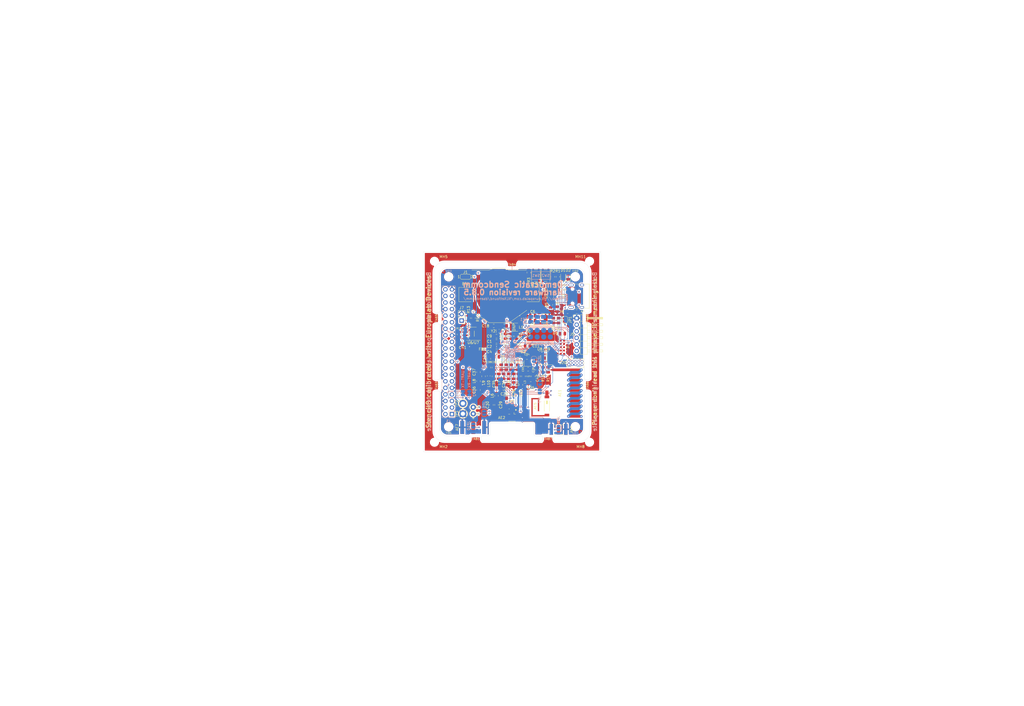
<source format=kicad_pcb>
(kicad_pcb (version 20171130) (host pcbnew 5.1.5+dfsg1-2build2)

  (general
    (thickness 1.6)
    (drawings 110)
    (tracks 991)
    (zones 0)
    (modules 127)
    (nets 135)
  )

  (page A3)
  (title_block
    (title "Democratic Sendcomm")
    (date 2020-10-20)
    (rev 0.8.5)
    (company "Europalab Devices")
    (comment 1 "Copyright © 2020, Europalab Devices")
    (comment 2 "Fulfilling requirements of 20200210")
    (comment 3 "Pending quality assurance testing")
    (comment 4 "Release revision for manufacturing")
  )

  (layers
    (0 F.Cu signal)
    (1 In1.Cu signal)
    (2 In2.Cu signal)
    (31 B.Cu signal)
    (34 B.Paste user)
    (35 F.Paste user)
    (36 B.SilkS user)
    (37 F.SilkS user)
    (38 B.Mask user)
    (39 F.Mask user)
    (40 Dwgs.User user)
    (41 Cmts.User user)
    (44 Edge.Cuts user)
    (45 Margin user)
    (46 B.CrtYd user)
    (47 F.CrtYd user)
    (48 B.Fab user)
    (49 F.Fab user)
  )

  (setup
    (last_trace_width 0.127)
    (user_trace_width 0.1016)
    (user_trace_width 0.127)
    (user_trace_width 0.2)
    (trace_clearance 0.09)
    (zone_clearance 0.508)
    (zone_45_only no)
    (trace_min 0.09)
    (via_size 0.356)
    (via_drill 0.2)
    (via_min_size 0.356)
    (via_min_drill 0.2)
    (user_via 0.45 0.2)
    (user_via 0.6 0.3)
    (uvia_size 0.45)
    (uvia_drill 0.1)
    (uvias_allowed no)
    (uvia_min_size 0.45)
    (uvia_min_drill 0.1)
    (edge_width 0.1)
    (segment_width 0.1)
    (pcb_text_width 0.25)
    (pcb_text_size 1 1)
    (mod_edge_width 0.15)
    (mod_text_size 1 1)
    (mod_text_width 0.15)
    (pad_size 2.5 2.5)
    (pad_drill 2.5)
    (pad_to_mask_clearance 0)
    (aux_axis_origin 0 0)
    (visible_elements 7FFFFFFF)
    (pcbplotparams
      (layerselection 0x313fc_ffffffff)
      (usegerberextensions true)
      (usegerberattributes false)
      (usegerberadvancedattributes false)
      (creategerberjobfile false)
      (excludeedgelayer true)
      (linewidth 0.150000)
      (plotframeref false)
      (viasonmask false)
      (mode 1)
      (useauxorigin false)
      (hpglpennumber 1)
      (hpglpenspeed 20)
      (hpglpendiameter 15.000000)
      (psnegative false)
      (psa4output false)
      (plotreference true)
      (plotvalue true)
      (plotinvisibletext false)
      (padsonsilk false)
      (subtractmaskfromsilk false)
      (outputformat 1)
      (mirror false)
      (drillshape 0)
      (scaleselection 1)
      (outputdirectory "fabsingle"))
  )

  (net 0 "")
  (net 1 GND)
  (net 2 "Net-(AE1-Pad1)")
  (net 3 /Sheet5F53D5B4/RFSWPWR)
  (net 4 "Net-(C8-Pad1)")
  (net 5 /Sheet5F53D5B4/POWAMP)
  (net 6 "Net-(C13-Pad1)")
  (net 7 /Sheet5F53D5B4/HFOUT)
  (net 8 +3V3)
  (net 9 "Net-(C29-Pad1)")
  (net 10 /Sheet5F53D5B4/UART_RX)
  (net 11 /Sheet5F53D5B4/UART_TX)
  (net 12 /Sheet5F53D5B4/HPOUT)
  (net 13 /Sheet5F53D5B4/HFIN)
  (net 14 /Sheet5F53D5B4/BANDSEL)
  (net 15 "Net-(BT1-Pad1)")
  (net 16 /Sheet5F53D5B4/USB_BUS)
  (net 17 "Net-(C33-Pad1)")
  (net 18 "Net-(C34-Pad1)")
  (net 19 /Sheet5F53D5B4/CMDRST)
  (net 20 "Net-(D1-Pad2)")
  (net 21 "Net-(D1-Pad1)")
  (net 22 "Net-(D2-Pad1)")
  (net 23 "Net-(D2-Pad2)")
  (net 24 /Sheet5F53D5B4/USB_P)
  (net 25 /Sheet5F53D5B4/USB_N)
  (net 26 /Sheet60040980/ID_SD)
  (net 27 /Sheet60040980/ID_SC)
  (net 28 /Sheet5F53D5B4/SWDCLK)
  (net 29 "Net-(J3-Pad7)")
  (net 30 "Net-(J3-Pad8)")
  (net 31 "Net-(J4-Pad6)")
  (net 32 /Sheet5F53D5B4/CN_VBAT)
  (net 33 /Sheet5F53D5B4/XCEIV)
  (net 34 /Sheet5F53D5B4/CRYSTAL_XIN-RESERVED)
  (net 35 /Sheet5F53D5B4/CRYSTAL_XOUT-RESERVED)
  (net 36 "Net-(AE5-Pad2)")
  (net 37 "Net-(C1-Pad1)")
  (net 38 "Net-(C7-Pad1)")
  (net 39 "Net-(C14-Pad1)")
  (net 40 "Net-(C17-Pad1)")
  (net 41 "Net-(C18-Pad2)")
  (net 42 "Net-(C19-Pad2)")
  (net 43 "Net-(C23-Pad2)")
  (net 44 "Net-(C23-Pad1)")
  (net 45 "Net-(C24-Pad1)")
  (net 46 "Net-(C24-Pad2)")
  (net 47 "Net-(C29-Pad2)")
  (net 48 "Net-(C33-Pad2)")
  (net 49 "Net-(C35-Pad2)")
  (net 50 "Net-(C40-Pad1)")
  (net 51 "Net-(J2-PadB5)")
  (net 52 "Net-(J2-PadA8)")
  (net 53 "Net-(J2-PadA5)")
  (net 54 "Net-(J2-PadB8)")
  (net 55 "Net-(J2-PadA4)")
  (net 56 "Net-(J3-Pad2)")
  (net 57 "Net-(J3-Pad3)")
  (net 58 "Net-(J3-Pad4)")
  (net 59 "Net-(J3-Pad5)")
  (net 60 "Net-(J3-Pad10)")
  (net 61 "Net-(J3-Pad11)")
  (net 62 "Net-(J3-Pad12)")
  (net 63 "Net-(J3-Pad13)")
  (net 64 "Net-(J3-Pad15)")
  (net 65 "Net-(J3-Pad16)")
  (net 66 "Net-(J3-Pad18)")
  (net 67 "Net-(J3-Pad19)")
  (net 68 "Net-(J3-Pad21)")
  (net 69 "Net-(J3-Pad22)")
  (net 70 "Net-(J3-Pad23)")
  (net 71 "Net-(J3-Pad24)")
  (net 72 "Net-(J3-Pad26)")
  (net 73 "Net-(J3-Pad29)")
  (net 74 "Net-(J3-Pad31)")
  (net 75 "Net-(J3-Pad32)")
  (net 76 "Net-(J3-Pad33)")
  (net 77 "Net-(J3-Pad35)")
  (net 78 "Net-(J3-Pad36)")
  (net 79 "Net-(J3-Pad37)")
  (net 80 "Net-(J3-Pad38)")
  (net 81 "Net-(J3-Pad40)")
  (net 82 "Net-(J4-Pad7)")
  (net 83 "Net-(J4-Pad8)")
  (net 84 "Net-(J5-Pad2)")
  (net 85 "Net-(J5-Pad3)")
  (net 86 "Net-(J5-Pad6)")
  (net 87 "Net-(J6-Pad1)")
  (net 88 "Net-(L1-Pad2)")
  (net 89 "Net-(R3-Pad1)")
  (net 90 "Net-(R4-Pad1)")
  (net 91 "Net-(R4-Pad2)")
  (net 92 "Net-(U2-Pad5)")
  (net 93 "Net-(U3-PadG1)")
  (net 94 "Net-(U3-PadH1)")
  (net 95 "Net-(U3-PadE3)")
  (net 96 "Net-(U3-PadB4)")
  (net 97 "Net-(U3-PadE4)")
  (net 98 "Net-(U3-PadF4)")
  (net 99 "Net-(U3-PadE5)")
  (net 100 "Net-(U3-PadC7)")
  (net 101 "Net-(U3-PadD7)")
  (net 102 "Net-(U3-PadD8)")
  (net 103 "Net-(U5-Pad3)")
  (net 104 "Net-(U5-Pad4)")
  (net 105 "Net-(U8-Pad7)")
  (net 106 "Net-(U8-Pad3)")
  (net 107 "Net-(U8-Pad2)")
  (net 108 "Net-(U8-Pad1)")
  (net 109 "Net-(U9-Pad1)")
  (net 110 "Net-(U9-Pad2)")
  (net 111 "Net-(U9-Pad3)")
  (net 112 "Net-(U9-Pad7)")
  (net 113 /Sheet5F53D5B4/SWDIO)
  (net 114 "Net-(AE2-Pad1)")
  (net 115 "Net-(AE4-Pad1)")
  (net 116 "Net-(AE5-Pad1)")
  (net 117 "Net-(AE7-Pad1)")
  (net 118 "Net-(JP10-Pad1)")
  (net 119 "Net-(J6-Pad2)")
  (net 120 "Net-(J6-Pad3)")
  (net 121 "Net-(J6-Pad4)")
  (net 122 "Net-(J6-Pad5)")
  (net 123 "Net-(J6-Pad6)")
  (net 124 "Net-(J6-Pad7)")
  (net 125 "Net-(J6-Pad8)")
  (net 126 "Net-(J7-Pad1)")
  (net 127 "Net-(C94-Pad1)")
  (net 128 "Net-(C95-Pad1)")
  (net 129 "Net-(JP26-Pad1)")
  (net 130 /TP_SCL)
  (net 131 /TP_SDA)
  (net 132 "Net-(J20-Pad6)")
  (net 133 "Net-(J20-Pad7)")
  (net 134 "Net-(J20-Pad8)")

  (net_class Default "This is the default net class."
    (clearance 0.09)
    (trace_width 0.09)
    (via_dia 0.356)
    (via_drill 0.2)
    (uvia_dia 0.45)
    (uvia_drill 0.1)
    (add_net +3V3)
    (add_net /Sheet5F53D5B4/BANDSEL)
    (add_net /Sheet5F53D5B4/CMDRST)
    (add_net /Sheet5F53D5B4/CN_VBAT)
    (add_net /Sheet5F53D5B4/CRYSTAL_XIN-RESERVED)
    (add_net /Sheet5F53D5B4/CRYSTAL_XOUT-RESERVED)
    (add_net /Sheet5F53D5B4/HFIN)
    (add_net /Sheet5F53D5B4/HFOUT)
    (add_net /Sheet5F53D5B4/HPOUT)
    (add_net /Sheet5F53D5B4/POWAMP)
    (add_net /Sheet5F53D5B4/RFSWPWR)
    (add_net /Sheet5F53D5B4/SWDCLK)
    (add_net /Sheet5F53D5B4/SWDIO)
    (add_net /Sheet5F53D5B4/UART_RX)
    (add_net /Sheet5F53D5B4/UART_TX)
    (add_net /Sheet5F53D5B4/USB_BUS)
    (add_net /Sheet5F53D5B4/USB_N)
    (add_net /Sheet5F53D5B4/USB_P)
    (add_net /Sheet5F53D5B4/XCEIV)
    (add_net /Sheet60040980/ID_SC)
    (add_net /Sheet60040980/ID_SD)
    (add_net /TP_SCL)
    (add_net /TP_SDA)
    (add_net GND)
    (add_net "Net-(AE1-Pad1)")
    (add_net "Net-(AE2-Pad1)")
    (add_net "Net-(AE4-Pad1)")
    (add_net "Net-(AE5-Pad1)")
    (add_net "Net-(AE5-Pad2)")
    (add_net "Net-(AE7-Pad1)")
    (add_net "Net-(BT1-Pad1)")
    (add_net "Net-(C1-Pad1)")
    (add_net "Net-(C13-Pad1)")
    (add_net "Net-(C14-Pad1)")
    (add_net "Net-(C17-Pad1)")
    (add_net "Net-(C18-Pad2)")
    (add_net "Net-(C19-Pad2)")
    (add_net "Net-(C23-Pad1)")
    (add_net "Net-(C23-Pad2)")
    (add_net "Net-(C24-Pad1)")
    (add_net "Net-(C24-Pad2)")
    (add_net "Net-(C29-Pad1)")
    (add_net "Net-(C29-Pad2)")
    (add_net "Net-(C33-Pad1)")
    (add_net "Net-(C33-Pad2)")
    (add_net "Net-(C34-Pad1)")
    (add_net "Net-(C35-Pad2)")
    (add_net "Net-(C40-Pad1)")
    (add_net "Net-(C7-Pad1)")
    (add_net "Net-(C8-Pad1)")
    (add_net "Net-(C94-Pad1)")
    (add_net "Net-(C95-Pad1)")
    (add_net "Net-(D1-Pad1)")
    (add_net "Net-(D1-Pad2)")
    (add_net "Net-(D2-Pad1)")
    (add_net "Net-(D2-Pad2)")
    (add_net "Net-(J2-PadA4)")
    (add_net "Net-(J2-PadA5)")
    (add_net "Net-(J2-PadA8)")
    (add_net "Net-(J2-PadB5)")
    (add_net "Net-(J2-PadB8)")
    (add_net "Net-(J20-Pad6)")
    (add_net "Net-(J20-Pad7)")
    (add_net "Net-(J20-Pad8)")
    (add_net "Net-(J3-Pad10)")
    (add_net "Net-(J3-Pad11)")
    (add_net "Net-(J3-Pad12)")
    (add_net "Net-(J3-Pad13)")
    (add_net "Net-(J3-Pad15)")
    (add_net "Net-(J3-Pad16)")
    (add_net "Net-(J3-Pad18)")
    (add_net "Net-(J3-Pad19)")
    (add_net "Net-(J3-Pad2)")
    (add_net "Net-(J3-Pad21)")
    (add_net "Net-(J3-Pad22)")
    (add_net "Net-(J3-Pad23)")
    (add_net "Net-(J3-Pad24)")
    (add_net "Net-(J3-Pad26)")
    (add_net "Net-(J3-Pad29)")
    (add_net "Net-(J3-Pad3)")
    (add_net "Net-(J3-Pad31)")
    (add_net "Net-(J3-Pad32)")
    (add_net "Net-(J3-Pad33)")
    (add_net "Net-(J3-Pad35)")
    (add_net "Net-(J3-Pad36)")
    (add_net "Net-(J3-Pad37)")
    (add_net "Net-(J3-Pad38)")
    (add_net "Net-(J3-Pad4)")
    (add_net "Net-(J3-Pad40)")
    (add_net "Net-(J3-Pad5)")
    (add_net "Net-(J3-Pad7)")
    (add_net "Net-(J3-Pad8)")
    (add_net "Net-(J4-Pad6)")
    (add_net "Net-(J4-Pad7)")
    (add_net "Net-(J4-Pad8)")
    (add_net "Net-(J5-Pad2)")
    (add_net "Net-(J5-Pad3)")
    (add_net "Net-(J5-Pad6)")
    (add_net "Net-(J6-Pad1)")
    (add_net "Net-(J6-Pad2)")
    (add_net "Net-(J6-Pad3)")
    (add_net "Net-(J6-Pad4)")
    (add_net "Net-(J6-Pad5)")
    (add_net "Net-(J6-Pad6)")
    (add_net "Net-(J6-Pad7)")
    (add_net "Net-(J6-Pad8)")
    (add_net "Net-(J7-Pad1)")
    (add_net "Net-(JP10-Pad1)")
    (add_net "Net-(JP26-Pad1)")
    (add_net "Net-(L1-Pad2)")
    (add_net "Net-(R3-Pad1)")
    (add_net "Net-(R4-Pad1)")
    (add_net "Net-(R4-Pad2)")
    (add_net "Net-(U2-Pad5)")
    (add_net "Net-(U3-PadB4)")
    (add_net "Net-(U3-PadC7)")
    (add_net "Net-(U3-PadD7)")
    (add_net "Net-(U3-PadD8)")
    (add_net "Net-(U3-PadE3)")
    (add_net "Net-(U3-PadE4)")
    (add_net "Net-(U3-PadE5)")
    (add_net "Net-(U3-PadF4)")
    (add_net "Net-(U3-PadG1)")
    (add_net "Net-(U3-PadH1)")
    (add_net "Net-(U5-Pad3)")
    (add_net "Net-(U5-Pad4)")
    (add_net "Net-(U8-Pad1)")
    (add_net "Net-(U8-Pad2)")
    (add_net "Net-(U8-Pad3)")
    (add_net "Net-(U8-Pad7)")
    (add_net "Net-(U9-Pad1)")
    (add_net "Net-(U9-Pad2)")
    (add_net "Net-(U9-Pad3)")
    (add_net "Net-(U9-Pad7)")
  )

  (net_class Power ""
    (clearance 0.2)
    (trace_width 0.5)
    (via_dia 1)
    (via_drill 0.7)
    (uvia_dia 0.5)
    (uvia_drill 0.1)
  )

  (module TestPoint:TestPoint_THTPad_D2.0mm_Drill1.0mm (layer F.Cu) (tedit 5A0F774F) (tstamp 5FBA0BE2)
    (at 195 172)
    (descr "THT pad as test Point, diameter 2.0mm, hole diameter 1.0mm")
    (tags "test point THT pad")
    (path /5F97637F)
    (attr virtual)
    (fp_text reference TP5 (at 2 0 90) (layer F.SilkS)
      (effects (font (size 0.7 0.7) (thickness 0.1)))
    )
    (fp_text value Probe (at 0 2.25) (layer F.Fab)
      (effects (font (size 1 1) (thickness 0.15)))
    )
    (fp_circle (center 0 0) (end 0 1.2) (layer F.SilkS) (width 0.12))
    (fp_circle (center 0 0) (end 1.5 0) (layer F.CrtYd) (width 0.05))
    (fp_text user %R (at 0 -2.15) (layer F.Fab)
      (effects (font (size 1 1) (thickness 0.15)))
    )
    (pad 1 thru_hole circle (at 0 0) (size 2 2) (drill 1) (layers *.Cu *.Mask)
      (net 130 /TP_SCL))
  )

  (module TestPoint:TestPoint_THTPad_D2.0mm_Drill1.0mm (layer F.Cu) (tedit 5A0F774F) (tstamp 5FBA0BEA)
    (at 195 169.46)
    (descr "THT pad as test Point, diameter 2.0mm, hole diameter 1.0mm")
    (tags "test point THT pad")
    (path /5F97786E)
    (attr virtual)
    (fp_text reference TP6 (at 2 0.04 90) (layer F.SilkS)
      (effects (font (size 0.7 0.7) (thickness 0.1)))
    )
    (fp_text value Probe (at 0 2.25) (layer F.Fab)
      (effects (font (size 1 1) (thickness 0.15)))
    )
    (fp_circle (center 0 0) (end 0 1.2) (layer F.SilkS) (width 0.12))
    (fp_circle (center 0 0) (end 1.5 0) (layer F.CrtYd) (width 0.05))
    (fp_text user %R (at 0 -2.15) (layer F.Fab)
      (effects (font (size 1 1) (thickness 0.15)))
    )
    (pad 1 thru_hole circle (at 0 0) (size 2 2) (drill 1) (layers *.Cu *.Mask)
      (net 131 /TP_SDA))
  )

  (module Elabdev:TFBGA-64_8x8_6.0x6.0mm_P0.65mm (layer F.Cu) (tedit 5F6BA77A) (tstamp 5F68786E)
    (at 210 148)
    (path /5F53D5B5/6052EF69)
    (solder_mask_margin 0.025)
    (clearance 0.0508)
    (attr smd)
    (fp_text reference U3 (at 4.25 0) (layer F.SilkS)
      (effects (font (size 1 1) (thickness 0.15)))
    )
    (fp_text value ATSAMR34 (at 0 4) (layer F.Fab)
      (effects (font (size 1 1) (thickness 0.15)))
    )
    (fp_line (start -2 -3) (end -3 -2) (layer F.Fab) (width 0.1))
    (fp_line (start -3 -2) (end -3 3) (layer F.Fab) (width 0.1))
    (fp_line (start -3 3) (end 3 3) (layer F.Fab) (width 0.1))
    (fp_line (start 3 3) (end 3 -3) (layer F.Fab) (width 0.1))
    (fp_line (start 3 -3) (end -2 -3) (layer F.Fab) (width 0.1))
    (fp_line (start 1.62 -3.12) (end 3.12 -3.12) (layer F.SilkS) (width 0.12))
    (fp_line (start 3.12 -3.12) (end 3.12 -1.62) (layer F.SilkS) (width 0.12))
    (fp_line (start 1.62 -3.12) (end 3.12 -3.12) (layer F.SilkS) (width 0.12))
    (fp_line (start 3.12 -3.12) (end 3.12 -1.62) (layer F.SilkS) (width 0.12))
    (fp_line (start 1.62 3.12) (end 3.12 3.12) (layer F.SilkS) (width 0.12))
    (fp_line (start 3.12 3.12) (end 3.12 1.62) (layer F.SilkS) (width 0.12))
    (fp_line (start 1.62 -3.12) (end 3.12 -3.12) (layer F.SilkS) (width 0.12))
    (fp_line (start 3.12 -3.12) (end 3.12 -1.62) (layer F.SilkS) (width 0.12))
    (fp_line (start -1.62 3.12) (end -3.12 3.12) (layer F.SilkS) (width 0.12))
    (fp_line (start -3.12 3.12) (end -3.12 1.62) (layer F.SilkS) (width 0.12))
    (fp_line (start -1.62 -3.12) (end -2 -3.12) (layer F.SilkS) (width 0.12))
    (fp_line (start -2 -3.12) (end -3.12 -2) (layer F.SilkS) (width 0.12))
    (fp_line (start -3.12 -2) (end -3.12 -1.62) (layer F.SilkS) (width 0.12))
    (fp_circle (center -3 -3) (end -3 -2.9) (layer F.SilkS) (width 0.2))
    (fp_line (start -4 -4) (end 4 -4) (layer F.CrtYd) (width 0.05))
    (fp_line (start 4 -4) (end 4 4) (layer F.CrtYd) (width 0.05))
    (fp_line (start 4 4) (end -4 4) (layer F.CrtYd) (width 0.05))
    (fp_line (start -4 4) (end -4 -4) (layer F.CrtYd) (width 0.05))
    (pad A1 smd circle (at -2.275 -2.275) (size 0.32 0.32) (layers F.Cu F.Paste F.Mask)
      (net 13 /Sheet5F53D5B4/HFIN))
    (pad B1 smd circle (at -2.275 -1.625) (size 0.32 0.32) (layers F.Cu F.Paste F.Mask)
      (net 7 /Sheet5F53D5B4/HFOUT))
    (pad C1 smd circle (at -2.275 -0.975) (size 0.32 0.32) (layers F.Cu F.Paste F.Mask)
      (net 37 "Net-(C1-Pad1)"))
    (pad D1 smd circle (at -2.275 -0.325) (size 0.32 0.32) (layers F.Cu F.Paste F.Mask)
      (net 5 /Sheet5F53D5B4/POWAMP))
    (pad E1 smd circle (at -2.275 0.325) (size 0.32 0.32) (layers F.Cu F.Paste F.Mask)
      (net 1 GND))
    (pad F1 smd circle (at -2.275 0.975) (size 0.32 0.32) (layers F.Cu F.Paste F.Mask)
      (net 12 /Sheet5F53D5B4/HPOUT))
    (pad G1 smd circle (at -2.275 1.625) (size 0.32 0.32) (layers F.Cu F.Paste F.Mask)
      (net 93 "Net-(U3-PadG1)"))
    (pad H1 smd circle (at -2.275 2.275) (size 0.32 0.32) (layers F.Cu F.Paste F.Mask)
      (net 94 "Net-(U3-PadH1)"))
    (pad A2 smd circle (at -1.625 -2.275) (size 0.32 0.32) (layers F.Cu F.Paste F.Mask)
      (net 1 GND))
    (pad B2 smd circle (at -1.625 -1.625) (size 0.32 0.32) (layers F.Cu F.Paste F.Mask)
      (net 1 GND))
    (pad C2 smd circle (at -1.625 -0.975) (size 0.32 0.32) (layers F.Cu F.Paste F.Mask)
      (net 37 "Net-(C1-Pad1)"))
    (pad D2 smd circle (at -1.625 -0.325) (size 0.32 0.32) (layers F.Cu F.Paste F.Mask)
      (net 33 /Sheet5F53D5B4/XCEIV))
    (pad E2 smd circle (at -1.625 0.325) (size 0.32 0.32) (layers F.Cu F.Paste F.Mask)
      (net 1 GND))
    (pad F2 smd circle (at -1.625 0.975) (size 0.32 0.32) (layers F.Cu F.Paste F.Mask)
      (net 1 GND))
    (pad G2 smd circle (at -1.625 1.625) (size 0.32 0.32) (layers F.Cu F.Paste F.Mask)
      (net 1 GND))
    (pad H2 smd circle (at -1.625 2.275) (size 0.32 0.32) (layers F.Cu F.Paste F.Mask)
      (net 39 "Net-(C14-Pad1)"))
    (pad A3 smd circle (at -0.975 -2.275) (size 0.32 0.32) (layers F.Cu F.Paste F.Mask)
      (net 41 "Net-(C18-Pad2)"))
    (pad B3 smd circle (at -0.975 -1.625) (size 0.32 0.32) (layers F.Cu F.Paste F.Mask)
      (net 1 GND))
    (pad C3 smd circle (at -0.975 -0.975) (size 0.32 0.32) (layers F.Cu F.Paste F.Mask)
      (net 32 /Sheet5F53D5B4/CN_VBAT))
    (pad D3 smd circle (at -0.975 -0.325) (size 0.32 0.32) (layers F.Cu F.Paste F.Mask)
      (net 11 /Sheet5F53D5B4/UART_TX))
    (pad E3 smd circle (at -0.975 0.325) (size 0.32 0.32) (layers F.Cu F.Paste F.Mask)
      (net 95 "Net-(U3-PadE3)"))
    (pad F3 smd circle (at -0.975 0.975) (size 0.32 0.32) (layers F.Cu F.Paste F.Mask)
      (net 16 /Sheet5F53D5B4/USB_BUS))
    (pad G3 smd circle (at -0.975 1.625) (size 0.32 0.32) (layers F.Cu F.Paste F.Mask)
      (net 1 GND))
    (pad H3 smd circle (at -0.975 2.275) (size 0.32 0.32) (layers F.Cu F.Paste F.Mask)
      (net 37 "Net-(C1-Pad1)"))
    (pad A4 smd circle (at -0.325 -2.275) (size 0.32 0.32) (layers F.Cu F.Paste F.Mask)
      (net 42 "Net-(C19-Pad2)"))
    (pad B4 smd circle (at -0.325 -1.625) (size 0.32 0.32) (layers F.Cu F.Paste F.Mask)
      (net 96 "Net-(U3-PadB4)"))
    (pad C4 smd circle (at -0.325 -0.975) (size 0.32 0.32) (layers F.Cu F.Paste F.Mask)
      (net 10 /Sheet5F53D5B4/UART_RX))
    (pad D4 smd circle (at -0.325 -0.325) (size 0.32 0.32) (layers F.Cu F.Paste F.Mask)
      (net 1 GND))
    (pad E4 smd circle (at -0.325 0.325) (size 0.32 0.32) (layers F.Cu F.Paste F.Mask)
      (net 97 "Net-(U3-PadE4)"))
    (pad F4 smd circle (at -0.325 0.975) (size 0.32 0.32) (layers F.Cu F.Paste F.Mask)
      (net 98 "Net-(U3-PadF4)"))
    (pad G4 smd circle (at -0.325 1.625) (size 0.32 0.32) (layers F.Cu F.Paste F.Mask)
      (net 8 +3V3))
    (pad H4 smd circle (at -0.325 2.275) (size 0.32 0.32) (layers F.Cu F.Paste F.Mask)
      (net 6 "Net-(C13-Pad1)"))
    (pad A5 smd circle (at 0.325 -2.275) (size 0.32 0.32) (layers F.Cu F.Paste F.Mask)
      (net 40 "Net-(C17-Pad1)"))
    (pad B5 smd circle (at 0.325 -1.625) (size 0.32 0.32) (layers F.Cu F.Paste F.Mask)
      (net 1 GND))
    (pad C5 smd circle (at 0.325 -0.975) (size 0.32 0.32) (layers F.Cu F.Paste F.Mask)
      (net 28 /Sheet5F53D5B4/SWDCLK))
    (pad D5 smd circle (at 0.325 -0.325) (size 0.32 0.32) (layers F.Cu F.Paste F.Mask)
      (net 113 /Sheet5F53D5B4/SWDIO))
    (pad E5 smd circle (at 0.325 0.325) (size 0.32 0.32) (layers F.Cu F.Paste F.Mask)
      (net 99 "Net-(U3-PadE5)"))
    (pad F5 smd circle (at 0.325 0.975) (size 0.32 0.32) (layers F.Cu F.Paste F.Mask)
      (net 3 /Sheet5F53D5B4/RFSWPWR))
    (pad G5 smd circle (at 0.325 1.625) (size 0.32 0.32) (layers F.Cu F.Paste F.Mask)
      (net 1 GND))
    (pad H5 smd circle (at 0.325 2.275) (size 0.32 0.32) (layers F.Cu F.Paste F.Mask)
      (net 1 GND))
    (pad A6 smd circle (at 0.975 -2.275) (size 0.32 0.32) (layers F.Cu F.Paste F.Mask)
      (net 88 "Net-(L1-Pad2)"))
    (pad B6 smd circle (at 0.975 -1.625) (size 0.32 0.32) (layers F.Cu F.Paste F.Mask)
      (net 19 /Sheet5F53D5B4/CMDRST))
    (pad C6 smd circle (at 0.975 -0.975) (size 0.32 0.32) (layers F.Cu F.Paste F.Mask)
      (net 90 "Net-(R4-Pad1)"))
    (pad D6 smd circle (at 0.975 -0.325) (size 0.32 0.32) (layers F.Cu F.Paste F.Mask)
      (net 1 GND))
    (pad E6 smd circle (at 0.975 0.325) (size 0.32 0.32) (layers F.Cu F.Paste F.Mask)
      (net 130 /TP_SCL))
    (pad F6 smd circle (at 0.975 0.975) (size 0.32 0.32) (layers F.Cu F.Paste F.Mask)
      (net 14 /Sheet5F53D5B4/BANDSEL))
    (pad G6 smd circle (at 0.975 1.625) (size 0.32 0.32) (layers F.Cu F.Paste F.Mask)
      (net 1 GND))
    (pad H6 smd circle (at 0.975 2.275) (size 0.32 0.32) (layers F.Cu F.Paste F.Mask)
      (net 127 "Net-(C94-Pad1)"))
    (pad A7 smd circle (at 1.625 -2.275) (size 0.32 0.32) (layers F.Cu F.Paste F.Mask)
      (net 8 +3V3))
    (pad B7 smd circle (at 1.625 -1.625) (size 0.32 0.32) (layers F.Cu F.Paste F.Mask)
      (net 1 GND))
    (pad C7 smd circle (at 1.625 -0.975) (size 0.32 0.32) (layers F.Cu F.Paste F.Mask)
      (net 100 "Net-(U3-PadC7)"))
    (pad D7 smd circle (at 1.625 -0.325) (size 0.32 0.32) (layers F.Cu F.Paste F.Mask)
      (net 101 "Net-(U3-PadD7)"))
    (pad E7 smd circle (at 1.625 0.325) (size 0.32 0.32) (layers F.Cu F.Paste F.Mask)
      (net 21 "Net-(D1-Pad1)"))
    (pad F7 smd circle (at 1.625 0.975) (size 0.32 0.32) (layers F.Cu F.Paste F.Mask)
      (net 131 /TP_SDA))
    (pad G7 smd circle (at 1.625 1.625) (size 0.32 0.32) (layers F.Cu F.Paste F.Mask)
      (net 1 GND))
    (pad H7 smd circle (at 1.625 2.275) (size 0.32 0.32) (layers F.Cu F.Paste F.Mask)
      (net 128 "Net-(C95-Pad1)"))
    (pad A8 smd circle (at 2.275 -2.275) (size 0.32 0.32) (layers F.Cu F.Paste F.Mask)
      (net 8 +3V3))
    (pad B8 smd circle (at 2.275 -1.625) (size 0.32 0.32) (layers F.Cu F.Paste F.Mask)
      (net 25 /Sheet5F53D5B4/USB_N))
    (pad C8 smd circle (at 2.275 -0.975) (size 0.32 0.32) (layers F.Cu F.Paste F.Mask)
      (net 24 /Sheet5F53D5B4/USB_P))
    (pad D8 smd circle (at 2.275 -0.325) (size 0.32 0.32) (layers F.Cu F.Paste F.Mask)
      (net 102 "Net-(U3-PadD8)"))
    (pad E8 smd circle (at 2.275 0.325) (size 0.32 0.32) (layers F.Cu F.Paste F.Mask)
      (net 22 "Net-(D2-Pad1)"))
    (pad F8 smd circle (at 2.275 0.975) (size 0.32 0.32) (layers F.Cu F.Paste F.Mask)
      (net 34 /Sheet5F53D5B4/CRYSTAL_XIN-RESERVED))
    (pad G8 smd circle (at 2.275 1.625) (size 0.32 0.32) (layers F.Cu F.Paste F.Mask)
      (net 35 /Sheet5F53D5B4/CRYSTAL_XOUT-RESERVED))
    (pad H8 smd circle (at 2.275 2.275) (size 0.32 0.32) (layers F.Cu F.Paste F.Mask)
      (net 8 +3V3))
    (model ${KISYS3DMOD}/Package_BGA.3dshapes/TFBGA-64_5x5mm_Layout8x8_P0.5mm.wrl
      (at (xyz 0 0 0))
      (scale (xyz 1.2 1.2 1.2))
      (rotate (xyz 0 0 0))
    )
  )

  (module Inductor_SMD:L_0603_1608Metric (layer F.Cu) (tedit 5B301BBE) (tstamp 5F687507)
    (at 201 157.35 270)
    (descr "Inductor SMD 0603 (1608 Metric), square (rectangular) end terminal, IPC_7351 nominal, (Body size source: http://www.tortai-tech.com/upload/download/2011102023233369053.pdf), generated with kicad-footprint-generator")
    (tags inductor)
    (path /5F5C0728/5F5D6DC7)
    (attr smd)
    (fp_text reference L10 (at 3 0 90) (layer F.SilkS)
      (effects (font (size 1 1) (thickness 0.15)))
    )
    (fp_text value 11nH (at 0 1.65 90) (layer F.Fab)
      (effects (font (size 1 1) (thickness 0.15)))
    )
    (fp_text user %R (at 0 0 90) (layer F.Fab)
      (effects (font (size 0.5 0.5) (thickness 0.08)))
    )
    (fp_line (start 1.48 0.73) (end -1.48 0.73) (layer F.CrtYd) (width 0.05))
    (fp_line (start 1.48 -0.73) (end 1.48 0.73) (layer F.CrtYd) (width 0.05))
    (fp_line (start -1.48 -0.73) (end 1.48 -0.73) (layer F.CrtYd) (width 0.05))
    (fp_line (start -1.48 0.73) (end -1.48 -0.73) (layer F.CrtYd) (width 0.05))
    (fp_line (start -0.162779 0.51) (end 0.162779 0.51) (layer F.SilkS) (width 0.12))
    (fp_line (start -0.162779 -0.51) (end 0.162779 -0.51) (layer F.SilkS) (width 0.12))
    (fp_line (start 0.8 0.4) (end -0.8 0.4) (layer F.Fab) (width 0.1))
    (fp_line (start 0.8 -0.4) (end 0.8 0.4) (layer F.Fab) (width 0.1))
    (fp_line (start -0.8 -0.4) (end 0.8 -0.4) (layer F.Fab) (width 0.1))
    (fp_line (start -0.8 0.4) (end -0.8 -0.4) (layer F.Fab) (width 0.1))
    (pad 2 smd roundrect (at 0.7875 0 270) (size 0.875 0.95) (layers F.Cu F.Paste F.Mask) (roundrect_rratio 0.25)
      (net 49 "Net-(C35-Pad2)"))
    (pad 1 smd roundrect (at -0.7875 0 270) (size 0.875 0.95) (layers F.Cu F.Paste F.Mask) (roundrect_rratio 0.25)
      (net 18 "Net-(C34-Pad1)"))
    (model ${KISYS3DMOD}/Inductor_SMD.3dshapes/L_0603_1608Metric.wrl
      (at (xyz 0 0 0))
      (scale (xyz 1 1 1))
      (rotate (xyz 0 0 0))
    )
  )

  (module Elabdev:L_Murata_LQH3NPN (layer F.Cu) (tedit 5FADCCA6) (tstamp 5F68751C)
    (at 210.75 138.5)
    (descr https://www.murata.com/~/media/webrenewal/products/inductor/chip/tokoproducts/wirewoundferritetypeforpl/m_dem3518c.ashx)
    (tags "Inductor SMD DEM35xxC")
    (path /5F53D5B5/5F643B51)
    (attr smd)
    (fp_text reference L1 (at 2.75 0) (layer F.SilkS)
      (effects (font (size 1 1) (thickness 0.15)))
    )
    (fp_text value LQH3NPN100MJRL (at 0 3.024) (layer F.Fab)
      (effects (font (size 1 1) (thickness 0.15)))
    )
    (fp_line (start -1.75 -1.6) (end -1.75 1.6) (layer F.CrtYd) (width 0.05))
    (fp_line (start -1.75 1.6) (end 1.75 1.6) (layer F.CrtYd) (width 0.05))
    (fp_line (start 1.75 1.6) (end 1.75 -1.6) (layer F.CrtYd) (width 0.05))
    (fp_line (start 1.75 -1.6) (end -1.75 -1.6) (layer F.CrtYd) (width 0.05))
    (fp_line (start -1.5 -1.35) (end 1.5 -1.35) (layer F.Fab) (width 0.1))
    (fp_line (start 1.5 -1.35) (end 1.5 1.35) (layer F.Fab) (width 0.1))
    (fp_line (start 1.5 1.35) (end -1.5 1.35) (layer F.Fab) (width 0.1))
    (fp_line (start -1.5 1.35) (end -1.5 -1.35) (layer F.Fab) (width 0.1))
    (fp_line (start -1.5 -1.6) (end 1.5 -1.6) (layer F.SilkS) (width 0.12))
    (fp_line (start -1.5 1.6) (end 1.5 1.6) (layer F.SilkS) (width 0.12))
    (fp_text user %R (at 0 0) (layer F.Fab)
      (effects (font (size 0.7 0.7) (thickness 0.105)))
    )
    (pad 1 smd rect (at -1.1 0) (size 0.8 2.7) (layers F.Cu F.Paste F.Mask)
      (net 40 "Net-(C17-Pad1)"))
    (pad 2 smd rect (at 1.1 0) (size 0.8 2.7) (layers F.Cu F.Paste F.Mask)
      (net 88 "Net-(L1-Pad2)"))
    (model ${KISYS3DMOD}/Inductor_SMD.3dshapes/L_Murata_DEM35xxC.wrl
      (at (xyz 0 0 0))
      (scale (xyz 1 1 1))
      (rotate (xyz 0 0 0))
    )
  )

  (module Elabdev:Panel_Mousetab_25mm_Single (layer F.Cu) (tedit 5CD9E502) (tstamp 5F680FEC)
    (at 224 181.75 90)
    (path /5CD9EB0D)
    (fp_text reference TAB7 (at 0 0) (layer F.SilkS)
      (effects (font (size 0.8 0.8) (thickness 0.13)))
    )
    (fp_text value Pantab (at 0 3.5 90) (layer F.Fab)
      (effects (font (size 1 1) (thickness 0.15)))
    )
    (fp_line (start 1.25 -2.2) (end 1.25 2.2) (layer F.Fab) (width 0.15))
    (fp_line (start -1.25 -2.2) (end -1.25 2.2) (layer F.Fab) (width 0.15))
    (fp_line (start 2.1 -2.6) (end 2.1 2.6) (layer F.CrtYd) (width 0.15))
    (fp_line (start 2.1 2.6) (end -2.1 2.6) (layer F.CrtYd) (width 0.15))
    (fp_line (start -2.1 2.6) (end -2.1 -2.6) (layer F.CrtYd) (width 0.15))
    (fp_line (start -2.1 -2.6) (end 2.1 -2.6) (layer F.CrtYd) (width 0.15))
    (pad "" np_thru_hole circle (at 1.35 2 90) (size 0.5 0.5) (drill 0.5) (layers *.Cu))
    (pad "" np_thru_hole circle (at 1.35 1.2 90) (size 0.5 0.5) (drill 0.5) (layers *.Cu))
    (pad "" np_thru_hole circle (at 1.35 0.4 90) (size 0.5 0.5) (drill 0.5) (layers *.Cu))
    (pad "" np_thru_hole circle (at 1.35 -0.4 90) (size 0.5 0.5) (drill 0.5) (layers *.Cu))
    (pad "" np_thru_hole circle (at 1.35 -1.2 90) (size 0.5 0.5) (drill 0.5) (layers *.Cu))
    (pad "" np_thru_hole circle (at 1.35 -2 90) (size 0.5 0.5) (drill 0.5) (layers *.Cu))
  )

  (module Elabdev:Panel_Mousetab_25mm_Single (layer F.Cu) (tedit 5CD9E59A) (tstamp 5F4C0A71)
    (at 210 114.25 270)
    (path /5CD5C3A7)
    (fp_text reference TAB4 (at 0 0 180) (layer F.SilkS)
      (effects (font (size 0.8 0.8) (thickness 0.13)))
    )
    (fp_text value Pantab (at 0 -3.5 270) (layer F.Fab)
      (effects (font (size 1 1) (thickness 0.15)))
    )
    (fp_line (start 1.25 -2.2) (end 1.25 2.2) (layer F.Fab) (width 0.15))
    (fp_line (start -1.25 -2.2) (end -1.25 2.2) (layer F.Fab) (width 0.15))
    (fp_line (start 2.1 -2.6) (end 2.1 2.6) (layer F.CrtYd) (width 0.15))
    (fp_line (start 2.1 2.6) (end -2.1 2.6) (layer F.CrtYd) (width 0.15))
    (fp_line (start -2.1 2.6) (end -2.1 -2.6) (layer F.CrtYd) (width 0.15))
    (fp_line (start -2.1 -2.6) (end 2.1 -2.6) (layer F.CrtYd) (width 0.15))
    (pad "" np_thru_hole circle (at 1.35 2 270) (size 0.5 0.5) (drill 0.5) (layers *.Cu))
    (pad "" np_thru_hole circle (at 1.35 1.2 270) (size 0.5 0.5) (drill 0.5) (layers *.Cu))
    (pad "" np_thru_hole circle (at 1.35 0.4 270) (size 0.5 0.5) (drill 0.5) (layers *.Cu))
    (pad "" np_thru_hole circle (at 1.35 -0.4 270) (size 0.5 0.5) (drill 0.5) (layers *.Cu))
    (pad "" np_thru_hole circle (at 1.35 -1.2 270) (size 0.5 0.5) (drill 0.5) (layers *.Cu))
    (pad "" np_thru_hole circle (at 1.35 -2 270) (size 0.5 0.5) (drill 0.5) (layers *.Cu))
  )

  (module Elabdev:Panel_Mousetab_25mm_Single (layer F.Cu) (tedit 5CD9E502) (tstamp 5CE1C45C)
    (at 196 181.75 90)
    (path /5CD9EB0D)
    (fp_text reference TAB1 (at 0 0) (layer F.SilkS)
      (effects (font (size 0.8 0.8) (thickness 0.13)))
    )
    (fp_text value Pantab (at 0 3.5 90) (layer F.Fab)
      (effects (font (size 1 1) (thickness 0.15)))
    )
    (fp_line (start -2.1 -2.6) (end 2.1 -2.6) (layer F.CrtYd) (width 0.15))
    (fp_line (start -2.1 2.6) (end -2.1 -2.6) (layer F.CrtYd) (width 0.15))
    (fp_line (start 2.1 2.6) (end -2.1 2.6) (layer F.CrtYd) (width 0.15))
    (fp_line (start 2.1 -2.6) (end 2.1 2.6) (layer F.CrtYd) (width 0.15))
    (fp_line (start -1.25 -2.2) (end -1.25 2.2) (layer F.Fab) (width 0.15))
    (fp_line (start 1.25 -2.2) (end 1.25 2.2) (layer F.Fab) (width 0.15))
    (pad "" np_thru_hole circle (at 1.35 -2 90) (size 0.5 0.5) (drill 0.5) (layers *.Cu))
    (pad "" np_thru_hole circle (at 1.35 -1.2 90) (size 0.5 0.5) (drill 0.5) (layers *.Cu))
    (pad "" np_thru_hole circle (at 1.35 -0.4 90) (size 0.5 0.5) (drill 0.5) (layers *.Cu))
    (pad "" np_thru_hole circle (at 1.35 0.4 90) (size 0.5 0.5) (drill 0.5) (layers *.Cu))
    (pad "" np_thru_hole circle (at 1.35 1.2 90) (size 0.5 0.5) (drill 0.5) (layers *.Cu))
    (pad "" np_thru_hole circle (at 1.35 2 90) (size 0.5 0.5) (drill 0.5) (layers *.Cu))
  )

  (module Elabdev:Panel_Mousetab_25mm_Single (layer F.Cu) (tedit 5CD5AA6C) (tstamp 5F4C1007)
    (at 180.75 161)
    (path /5CD5C074)
    (fp_text reference TAB2 (at 0 0 90) (layer F.SilkS)
      (effects (font (size 0.8 0.8) (thickness 0.13)))
    )
    (fp_text value Pantab (at -2.5 0 -270) (layer F.Fab)
      (effects (font (size 1 1) (thickness 0.15)))
    )
    (fp_line (start -2.1 -2.6) (end 2.1 -2.6) (layer F.CrtYd) (width 0.15))
    (fp_line (start -2.1 2.6) (end -2.1 -2.6) (layer F.CrtYd) (width 0.15))
    (fp_line (start 2.1 2.6) (end -2.1 2.6) (layer F.CrtYd) (width 0.15))
    (fp_line (start 2.1 -2.6) (end 2.1 2.6) (layer F.CrtYd) (width 0.15))
    (fp_line (start -1.25 -2.2) (end -1.25 2.2) (layer F.Fab) (width 0.15))
    (fp_line (start 1.25 -2.2) (end 1.25 2.2) (layer F.Fab) (width 0.15))
    (pad "" np_thru_hole circle (at 1.35 -2) (size 0.5 0.5) (drill 0.5) (layers *.Cu))
    (pad "" np_thru_hole circle (at 1.35 -1.2) (size 0.5 0.5) (drill 0.5) (layers *.Cu))
    (pad "" np_thru_hole circle (at 1.35 -0.4) (size 0.5 0.5) (drill 0.5) (layers *.Cu))
    (pad "" np_thru_hole circle (at 1.35 0.4) (size 0.5 0.5) (drill 0.5) (layers *.Cu))
    (pad "" np_thru_hole circle (at 1.35 1.2) (size 0.5 0.5) (drill 0.5) (layers *.Cu))
    (pad "" np_thru_hole circle (at 1.35 2) (size 0.5 0.5) (drill 0.5) (layers *.Cu))
  )

  (module Elabdev:Panel_Mousetab_25mm_Single (layer F.Cu) (tedit 5CD5AA6C) (tstamp 5F4C1047)
    (at 180.75 135)
    (path /5CD5C074)
    (fp_text reference TAB3 (at 0 0 90) (layer F.SilkS)
      (effects (font (size 0.8 0.8) (thickness 0.13)))
    )
    (fp_text value Pantab (at -2.5 0 -270) (layer F.Fab)
      (effects (font (size 1 1) (thickness 0.15)))
    )
    (fp_line (start 1.25 -2.2) (end 1.25 2.2) (layer F.Fab) (width 0.15))
    (fp_line (start -1.25 -2.2) (end -1.25 2.2) (layer F.Fab) (width 0.15))
    (fp_line (start 2.1 -2.6) (end 2.1 2.6) (layer F.CrtYd) (width 0.15))
    (fp_line (start 2.1 2.6) (end -2.1 2.6) (layer F.CrtYd) (width 0.15))
    (fp_line (start -2.1 2.6) (end -2.1 -2.6) (layer F.CrtYd) (width 0.15))
    (fp_line (start -2.1 -2.6) (end 2.1 -2.6) (layer F.CrtYd) (width 0.15))
    (pad "" np_thru_hole circle (at 1.35 2) (size 0.5 0.5) (drill 0.5) (layers *.Cu))
    (pad "" np_thru_hole circle (at 1.35 1.2) (size 0.5 0.5) (drill 0.5) (layers *.Cu))
    (pad "" np_thru_hole circle (at 1.35 0.4) (size 0.5 0.5) (drill 0.5) (layers *.Cu))
    (pad "" np_thru_hole circle (at 1.35 -0.4) (size 0.5 0.5) (drill 0.5) (layers *.Cu))
    (pad "" np_thru_hole circle (at 1.35 -1.2) (size 0.5 0.5) (drill 0.5) (layers *.Cu))
    (pad "" np_thru_hole circle (at 1.35 -2) (size 0.5 0.5) (drill 0.5) (layers *.Cu))
  )

  (module Elabdev:Panel_Mousetab_25mm_Single (layer F.Cu) (tedit 5CD5AA6C) (tstamp 5F4C108A)
    (at 239.25 135 180)
    (path /5CD5C074)
    (fp_text reference TAB5 (at 0 0 90) (layer F.SilkS)
      (effects (font (size 0.8 0.8) (thickness 0.13)))
    )
    (fp_text value Pantab (at -2.5 0 90) (layer F.Fab)
      (effects (font (size 1 1) (thickness 0.15)))
    )
    (fp_line (start 1.25 -2.2) (end 1.25 2.2) (layer F.Fab) (width 0.15))
    (fp_line (start -1.25 -2.2) (end -1.25 2.2) (layer F.Fab) (width 0.15))
    (fp_line (start 2.1 -2.6) (end 2.1 2.6) (layer F.CrtYd) (width 0.15))
    (fp_line (start 2.1 2.6) (end -2.1 2.6) (layer F.CrtYd) (width 0.15))
    (fp_line (start -2.1 2.6) (end -2.1 -2.6) (layer F.CrtYd) (width 0.15))
    (fp_line (start -2.1 -2.6) (end 2.1 -2.6) (layer F.CrtYd) (width 0.15))
    (pad "" np_thru_hole circle (at 1.35 2 180) (size 0.5 0.5) (drill 0.5) (layers *.Cu))
    (pad "" np_thru_hole circle (at 1.35 1.2 180) (size 0.5 0.5) (drill 0.5) (layers *.Cu))
    (pad "" np_thru_hole circle (at 1.35 0.4 180) (size 0.5 0.5) (drill 0.5) (layers *.Cu))
    (pad "" np_thru_hole circle (at 1.35 -0.4 180) (size 0.5 0.5) (drill 0.5) (layers *.Cu))
    (pad "" np_thru_hole circle (at 1.35 -1.2 180) (size 0.5 0.5) (drill 0.5) (layers *.Cu))
    (pad "" np_thru_hole circle (at 1.35 -2 180) (size 0.5 0.5) (drill 0.5) (layers *.Cu))
  )

  (module Elabdev:Panel_Mousetab_25mm_Single (layer F.Cu) (tedit 5CD5AA6C) (tstamp 5F4C1067)
    (at 239.25 161 180)
    (path /5CD5C074)
    (fp_text reference TAB6 (at 0 0 90) (layer F.SilkS)
      (effects (font (size 0.8 0.8) (thickness 0.13)))
    )
    (fp_text value Pantab (at -2.5 0 90) (layer F.Fab)
      (effects (font (size 1 1) (thickness 0.15)))
    )
    (fp_line (start -2.1 -2.6) (end 2.1 -2.6) (layer F.CrtYd) (width 0.15))
    (fp_line (start -2.1 2.6) (end -2.1 -2.6) (layer F.CrtYd) (width 0.15))
    (fp_line (start 2.1 2.6) (end -2.1 2.6) (layer F.CrtYd) (width 0.15))
    (fp_line (start 2.1 -2.6) (end 2.1 2.6) (layer F.CrtYd) (width 0.15))
    (fp_line (start -1.25 -2.2) (end -1.25 2.2) (layer F.Fab) (width 0.15))
    (fp_line (start 1.25 -2.2) (end 1.25 2.2) (layer F.Fab) (width 0.15))
    (pad "" np_thru_hole circle (at 1.35 -2 180) (size 0.5 0.5) (drill 0.5) (layers *.Cu))
    (pad "" np_thru_hole circle (at 1.35 -1.2 180) (size 0.5 0.5) (drill 0.5) (layers *.Cu))
    (pad "" np_thru_hole circle (at 1.35 -0.4 180) (size 0.5 0.5) (drill 0.5) (layers *.Cu))
    (pad "" np_thru_hole circle (at 1.35 0.4 180) (size 0.5 0.5) (drill 0.5) (layers *.Cu))
    (pad "" np_thru_hole circle (at 1.35 1.2 180) (size 0.5 0.5) (drill 0.5) (layers *.Cu))
    (pad "" np_thru_hole circle (at 1.35 2 180) (size 0.5 0.5) (drill 0.5) (layers *.Cu))
  )

  (module Connector_PinSocket_2.54mm:PinSocket_2x20_P2.54mm_Vertical (layer B.Cu) (tedit 5A19A433) (tstamp 5F683F15)
    (at 186.77 172.13)
    (descr "Through hole straight socket strip, 2x20, 2.54mm pitch, double cols (from Kicad 4.0.7), script generated")
    (tags "Through hole socket strip THT 2x20 2.54mm double row")
    (path /60040981/5F6A7FD9)
    (fp_text reference J3 (at -1.27 2.77) (layer B.SilkS)
      (effects (font (size 1 1) (thickness 0.15)) (justify mirror))
    )
    (fp_text value RPIHAT-40W (at -1.27 -51.03) (layer B.Fab)
      (effects (font (size 1 1) (thickness 0.15)) (justify mirror))
    )
    (fp_line (start -3.81 1.27) (end 0.27 1.27) (layer B.Fab) (width 0.1))
    (fp_line (start 0.27 1.27) (end 1.27 0.27) (layer B.Fab) (width 0.1))
    (fp_line (start 1.27 0.27) (end 1.27 -49.53) (layer B.Fab) (width 0.1))
    (fp_line (start 1.27 -49.53) (end -3.81 -49.53) (layer B.Fab) (width 0.1))
    (fp_line (start -3.81 -49.53) (end -3.81 1.27) (layer B.Fab) (width 0.1))
    (fp_line (start -3.87 1.33) (end -1.27 1.33) (layer B.SilkS) (width 0.12))
    (fp_line (start -3.87 1.33) (end -3.87 -49.59) (layer B.SilkS) (width 0.12))
    (fp_line (start -3.87 -49.59) (end 1.33 -49.59) (layer B.SilkS) (width 0.12))
    (fp_line (start 1.33 -1.27) (end 1.33 -49.59) (layer B.SilkS) (width 0.12))
    (fp_line (start -1.27 -1.27) (end 1.33 -1.27) (layer B.SilkS) (width 0.12))
    (fp_line (start -1.27 1.33) (end -1.27 -1.27) (layer B.SilkS) (width 0.12))
    (fp_line (start 1.33 1.33) (end 1.33 0) (layer B.SilkS) (width 0.12))
    (fp_line (start 0 1.33) (end 1.33 1.33) (layer B.SilkS) (width 0.12))
    (fp_line (start -4.34 1.8) (end 1.76 1.8) (layer B.CrtYd) (width 0.05))
    (fp_line (start 1.76 1.8) (end 1.76 -50) (layer B.CrtYd) (width 0.05))
    (fp_line (start 1.76 -50) (end -4.34 -50) (layer B.CrtYd) (width 0.05))
    (fp_line (start -4.34 -50) (end -4.34 1.8) (layer B.CrtYd) (width 0.05))
    (fp_text user %R (at -1.27 -24.13 -90) (layer B.Fab)
      (effects (font (size 1 1) (thickness 0.15)) (justify mirror))
    )
    (pad 1 thru_hole rect (at 0 0) (size 1.7 1.7) (drill 1) (layers *.Cu *.Mask)
      (net 8 +3V3))
    (pad 2 thru_hole oval (at -2.54 0) (size 1.7 1.7) (drill 1) (layers *.Cu *.Mask)
      (net 56 "Net-(J3-Pad2)"))
    (pad 3 thru_hole oval (at 0 -2.54) (size 1.7 1.7) (drill 1) (layers *.Cu *.Mask)
      (net 57 "Net-(J3-Pad3)"))
    (pad 4 thru_hole oval (at -2.54 -2.54) (size 1.7 1.7) (drill 1) (layers *.Cu *.Mask)
      (net 58 "Net-(J3-Pad4)"))
    (pad 5 thru_hole oval (at 0 -5.08) (size 1.7 1.7) (drill 1) (layers *.Cu *.Mask)
      (net 59 "Net-(J3-Pad5)"))
    (pad 6 thru_hole oval (at -2.54 -5.08) (size 1.7 1.7) (drill 1) (layers *.Cu *.Mask)
      (net 1 GND))
    (pad 7 thru_hole oval (at 0 -7.62) (size 1.7 1.7) (drill 1) (layers *.Cu *.Mask)
      (net 29 "Net-(J3-Pad7)"))
    (pad 8 thru_hole oval (at -2.54 -7.62) (size 1.7 1.7) (drill 1) (layers *.Cu *.Mask)
      (net 30 "Net-(J3-Pad8)"))
    (pad 9 thru_hole oval (at 0 -10.16) (size 1.7 1.7) (drill 1) (layers *.Cu *.Mask)
      (net 1 GND))
    (pad 10 thru_hole oval (at -2.54 -10.16) (size 1.7 1.7) (drill 1) (layers *.Cu *.Mask)
      (net 60 "Net-(J3-Pad10)"))
    (pad 11 thru_hole oval (at 0 -12.7) (size 1.7 1.7) (drill 1) (layers *.Cu *.Mask)
      (net 61 "Net-(J3-Pad11)"))
    (pad 12 thru_hole oval (at -2.54 -12.7) (size 1.7 1.7) (drill 1) (layers *.Cu *.Mask)
      (net 62 "Net-(J3-Pad12)"))
    (pad 13 thru_hole oval (at 0 -15.24) (size 1.7 1.7) (drill 1) (layers *.Cu *.Mask)
      (net 63 "Net-(J3-Pad13)"))
    (pad 14 thru_hole oval (at -2.54 -15.24) (size 1.7 1.7) (drill 1) (layers *.Cu *.Mask)
      (net 1 GND))
    (pad 15 thru_hole oval (at 0 -17.78) (size 1.7 1.7) (drill 1) (layers *.Cu *.Mask)
      (net 64 "Net-(J3-Pad15)"))
    (pad 16 thru_hole oval (at -2.54 -17.78) (size 1.7 1.7) (drill 1) (layers *.Cu *.Mask)
      (net 65 "Net-(J3-Pad16)"))
    (pad 17 thru_hole oval (at 0 -20.32) (size 1.7 1.7) (drill 1) (layers *.Cu *.Mask)
      (net 8 +3V3))
    (pad 18 thru_hole oval (at -2.54 -20.32) (size 1.7 1.7) (drill 1) (layers *.Cu *.Mask)
      (net 66 "Net-(J3-Pad18)"))
    (pad 19 thru_hole oval (at 0 -22.86) (size 1.7 1.7) (drill 1) (layers *.Cu *.Mask)
      (net 67 "Net-(J3-Pad19)"))
    (pad 20 thru_hole oval (at -2.54 -22.86) (size 1.7 1.7) (drill 1) (layers *.Cu *.Mask)
      (net 1 GND))
    (pad 21 thru_hole oval (at 0 -25.4) (size 1.7 1.7) (drill 1) (layers *.Cu *.Mask)
      (net 68 "Net-(J3-Pad21)"))
    (pad 22 thru_hole oval (at -2.54 -25.4) (size 1.7 1.7) (drill 1) (layers *.Cu *.Mask)
      (net 69 "Net-(J3-Pad22)"))
    (pad 23 thru_hole oval (at 0 -27.94) (size 1.7 1.7) (drill 1) (layers *.Cu *.Mask)
      (net 70 "Net-(J3-Pad23)"))
    (pad 24 thru_hole oval (at -2.54 -27.94) (size 1.7 1.7) (drill 1) (layers *.Cu *.Mask)
      (net 71 "Net-(J3-Pad24)"))
    (pad 25 thru_hole oval (at 0 -30.48) (size 1.7 1.7) (drill 1) (layers *.Cu *.Mask)
      (net 1 GND))
    (pad 26 thru_hole oval (at -2.54 -30.48) (size 1.7 1.7) (drill 1) (layers *.Cu *.Mask)
      (net 72 "Net-(J3-Pad26)"))
    (pad 27 thru_hole oval (at 0 -33.02) (size 1.7 1.7) (drill 1) (layers *.Cu *.Mask)
      (net 26 /Sheet60040980/ID_SD))
    (pad 28 thru_hole oval (at -2.54 -33.02) (size 1.7 1.7) (drill 1) (layers *.Cu *.Mask)
      (net 27 /Sheet60040980/ID_SC))
    (pad 29 thru_hole oval (at 0 -35.56) (size 1.7 1.7) (drill 1) (layers *.Cu *.Mask)
      (net 73 "Net-(J3-Pad29)"))
    (pad 30 thru_hole oval (at -2.54 -35.56) (size 1.7 1.7) (drill 1) (layers *.Cu *.Mask)
      (net 1 GND))
    (pad 31 thru_hole oval (at 0 -38.1) (size 1.7 1.7) (drill 1) (layers *.Cu *.Mask)
      (net 74 "Net-(J3-Pad31)"))
    (pad 32 thru_hole oval (at -2.54 -38.1) (size 1.7 1.7) (drill 1) (layers *.Cu *.Mask)
      (net 75 "Net-(J3-Pad32)"))
    (pad 33 thru_hole oval (at 0 -40.64) (size 1.7 1.7) (drill 1) (layers *.Cu *.Mask)
      (net 76 "Net-(J3-Pad33)"))
    (pad 34 thru_hole oval (at -2.54 -40.64) (size 1.7 1.7) (drill 1) (layers *.Cu *.Mask)
      (net 1 GND))
    (pad 35 thru_hole oval (at 0 -43.18) (size 1.7 1.7) (drill 1) (layers *.Cu *.Mask)
      (net 77 "Net-(J3-Pad35)"))
    (pad 36 thru_hole oval (at -2.54 -43.18) (size 1.7 1.7) (drill 1) (layers *.Cu *.Mask)
      (net 78 "Net-(J3-Pad36)"))
    (pad 37 thru_hole oval (at 0 -45.72) (size 1.7 1.7) (drill 1) (layers *.Cu *.Mask)
      (net 79 "Net-(J3-Pad37)"))
    (pad 38 thru_hole oval (at -2.54 -45.72) (size 1.7 1.7) (drill 1) (layers *.Cu *.Mask)
      (net 80 "Net-(J3-Pad38)"))
    (pad 39 thru_hole oval (at 0 -48.26) (size 1.7 1.7) (drill 1) (layers *.Cu *.Mask)
      (net 1 GND))
    (pad 40 thru_hole oval (at -2.54 -48.26) (size 1.7 1.7) (drill 1) (layers *.Cu *.Mask)
      (net 81 "Net-(J3-Pad40)"))
    (model ${KISYS3DMOD}/Connector_PinSocket_2.54mm.3dshapes/PinSocket_2x20_P2.54mm_Vertical.wrl
      (at (xyz 0 0 0))
      (scale (xyz 1 1 1))
      (rotate (xyz 0 0 0))
    )
  )

  (module RF_Antenna:Texas_SWRA416_868MHz_915MHz (layer F.Cu) (tedit 5CF40AFD) (tstamp 5F686F31)
    (at 231 164 270)
    (descr http://www.ti.com/lit/an/swra416/swra416.pdf)
    (tags "PCB antenna")
    (path /5F5C0728/60008187)
    (attr smd)
    (fp_text reference AE1 (at 0 2.5 90) (layer F.SilkS)
      (effects (font (size 1 1) (thickness 0.15)))
    )
    (fp_text value Antenna (at 0.1 -7.6 90) (layer F.Fab)
      (effects (font (size 1 1) (thickness 0.15)))
    )
    (fp_line (start 9.7 2.1) (end 6.2 5.7) (layer Dwgs.User) (width 0.12))
    (fp_line (start 9.7 0.1) (end 4.3 5.7) (layer Dwgs.User) (width 0.12))
    (fp_line (start 9.7 -1.9) (end 2.3 5.7) (layer Dwgs.User) (width 0.12))
    (fp_line (start 9.7 -3.9) (end 0.2 5.7) (layer Dwgs.User) (width 0.12))
    (fp_line (start 9.7 -5.9) (end -1.8 5.7) (layer Dwgs.User) (width 0.12))
    (fp_line (start 8.3 -6.5) (end -3.8 5.7) (layer Dwgs.User) (width 0.12))
    (fp_line (start 6.3 -6.5) (end -5.8 5.7) (layer Dwgs.User) (width 0.12))
    (fp_line (start 4.3 -6.5) (end -7.8 5.7) (layer Dwgs.User) (width 0.12))
    (fp_line (start -9.7 5.5) (end 2.3 -6.5) (layer Dwgs.User) (width 0.12))
    (fp_line (start -9.7 3.5) (end 0.3 -6.5) (layer Dwgs.User) (width 0.12))
    (fp_line (start -9.7 1.5) (end -1.7 -6.5) (layer Dwgs.User) (width 0.12))
    (fp_line (start -9.7 -0.5) (end -3.7 -6.5) (layer Dwgs.User) (width 0.12))
    (fp_line (start -9.7 -2.5) (end -5.7 -6.5) (layer Dwgs.User) (width 0.12))
    (fp_line (start -9.7 -4.5) (end -7.7 -6.5) (layer Dwgs.User) (width 0.12))
    (fp_line (start 9.7 -6.5) (end -9.7 -6.5) (layer Dwgs.User) (width 0.15))
    (fp_line (start 9.7 5.7) (end 9.7 -6.5) (layer Dwgs.User) (width 0.15))
    (fp_line (start -9.7 5.7) (end 9.7 5.7) (layer Dwgs.User) (width 0.15))
    (fp_line (start -9.7 -6.5) (end -9.7 5.7) (layer Dwgs.User) (width 0.15))
    (fp_line (start 7 -5.8) (end 8 -4.8) (layer B.Cu) (width 1))
    (fp_line (start 8 -1.8) (end 9 -0.8) (layer B.Cu) (width 1))
    (fp_line (start 8 -4.8) (end 8 -1.8) (layer B.Cu) (width 1))
    (fp_line (start 9 -5.8) (end 9 -0.8) (layer F.Cu) (width 1))
    (fp_line (start 5 -5.8) (end 6 -4.8) (layer B.Cu) (width 1))
    (fp_line (start 6 -1.8) (end 7 -0.8) (layer B.Cu) (width 1))
    (fp_line (start 6 -4.8) (end 6 -1.8) (layer B.Cu) (width 1))
    (fp_line (start 7 -5.8) (end 7 -0.8) (layer F.Cu) (width 1))
    (fp_line (start 3 -5.8) (end 4 -4.8) (layer B.Cu) (width 1))
    (fp_line (start 4 -1.8) (end 5 -0.8) (layer B.Cu) (width 1))
    (fp_line (start 4 -4.8) (end 4 -1.8) (layer B.Cu) (width 1))
    (fp_line (start 5 -5.8) (end 5 -0.8) (layer F.Cu) (width 1))
    (fp_line (start 1 -5.8) (end 2 -4.8) (layer B.Cu) (width 1))
    (fp_line (start 2 -1.8) (end 3 -0.8) (layer B.Cu) (width 1))
    (fp_line (start 2 -4.8) (end 2 -1.8) (layer B.Cu) (width 1))
    (fp_line (start 3 -5.8) (end 3 -0.8) (layer F.Cu) (width 1))
    (fp_line (start -1 -5.8) (end 0 -4.8) (layer B.Cu) (width 1))
    (fp_line (start 0 -1.8) (end 1 -0.8) (layer B.Cu) (width 1))
    (fp_line (start 0 -4.8) (end 0 -1.8) (layer B.Cu) (width 1))
    (fp_line (start 1 -5.8) (end 1 -0.8) (layer F.Cu) (width 1))
    (fp_line (start -3 -5.8) (end -2 -4.8) (layer B.Cu) (width 1))
    (fp_line (start -2 -1.8) (end -1 -0.8) (layer B.Cu) (width 1))
    (fp_line (start -2 -4.8) (end -2 -1.8) (layer B.Cu) (width 1))
    (fp_line (start -1 -5.8) (end -1 -0.8) (layer F.Cu) (width 1))
    (fp_line (start -4 -4.8) (end -4 -1.8) (layer B.Cu) (width 1))
    (fp_line (start -5 -5.8) (end -4 -4.8) (layer B.Cu) (width 1))
    (fp_line (start -4 -1.8) (end -3 -0.8) (layer B.Cu) (width 1))
    (fp_line (start -3 -5.8) (end -3 -0.8) (layer F.Cu) (width 1))
    (fp_line (start -6 -4.8) (end -6 -1.8) (layer B.Cu) (width 1))
    (fp_line (start -7 -5.8) (end -6 -4.8) (layer B.Cu) (width 1))
    (fp_line (start -6 -1.8) (end -5 -0.8) (layer B.Cu) (width 1))
    (fp_line (start -5 -5.8) (end -5 -0.8) (layer F.Cu) (width 1))
    (fp_line (start -7 -5.8) (end -7 -0.8) (layer F.Cu) (width 1))
    (fp_line (start -9 5.2) (end -9 -5.8) (layer F.Cu) (width 1))
    (fp_line (start -9 -5.8) (end -8 -4.8) (layer B.Cu) (width 1))
    (fp_line (start -8 -4.8) (end -8 -1.8) (layer B.Cu) (width 1))
    (fp_line (start -8 -1.8) (end -7 -0.8) (layer B.Cu) (width 1))
    (fp_line (start 9.7 4.1) (end 8.2 5.7) (layer Dwgs.User) (width 0.12))
    (fp_line (start -9.9 -6.7) (end -9.9 5.9) (layer F.CrtYd) (width 0.05))
    (fp_line (start -9.9 5.9) (end 9.9 5.9) (layer F.CrtYd) (width 0.05))
    (fp_line (start 9.9 5.9) (end 9.9 -6.7) (layer F.CrtYd) (width 0.05))
    (fp_line (start 9.9 -6.7) (end -9.9 -6.7) (layer F.CrtYd) (width 0.05))
    (fp_line (start 9.9 -6.7) (end -9.9 -6.7) (layer B.CrtYd) (width 0.05))
    (fp_line (start 9.9 5.9) (end 9.9 -6.7) (layer B.CrtYd) (width 0.05))
    (fp_line (start -9.9 -6.7) (end -9.9 5.9) (layer B.CrtYd) (width 0.05))
    (fp_line (start -9.9 5.9) (end 9.9 5.9) (layer B.CrtYd) (width 0.05))
    (fp_text user "KEEP-OUT ZONE" (at 1 -2.8 90) (layer Cmts.User)
      (effects (font (size 1 1) (thickness 0.15)))
    )
    (fp_text user "No metal, traces or " (at 1 0.2 90) (layer Cmts.User)
      (effects (font (size 1 1) (thickness 0.15)))
    )
    (fp_text user "any components on" (at 1 2.2 90) (layer Cmts.User)
      (effects (font (size 1 1) (thickness 0.15)))
    )
    (fp_text user " any PCB layer." (at 1 4.2 90) (layer Cmts.User)
      (effects (font (size 1 1) (thickness 0.15)))
    )
    (fp_text user %R (at -0.4 6.6 90) (layer F.Fab)
      (effects (font (size 1 1) (thickness 0.15)))
    )
    (pad "" thru_hole circle (at 9 -0.8 90) (size 1 1) (drill 0.4) (layers *.Cu))
    (pad "" thru_hole circle (at 9 -5.8 90) (size 1 1) (drill 0.4) (layers *.Cu))
    (pad "" thru_hole circle (at 7 -5.8 90) (size 1 1) (drill 0.4) (layers *.Cu))
    (pad "" thru_hole circle (at 7 -0.8 90) (size 1 1) (drill 0.4) (layers *.Cu))
    (pad "" thru_hole circle (at 5 -0.8 90) (size 1 1) (drill 0.4) (layers *.Cu))
    (pad "" thru_hole circle (at 5 -5.8 90) (size 1 1) (drill 0.4) (layers *.Cu))
    (pad "" thru_hole circle (at 3 -0.8 90) (size 1 1) (drill 0.4) (layers *.Cu))
    (pad "" thru_hole circle (at 3 -5.8 90) (size 1 1) (drill 0.4) (layers *.Cu))
    (pad "" thru_hole circle (at 1 -5.8 90) (size 1 1) (drill 0.4) (layers *.Cu))
    (pad "" thru_hole circle (at 1 -0.8 90) (size 1 1) (drill 0.4) (layers *.Cu))
    (pad "" thru_hole circle (at -1 -0.8 90) (size 1 1) (drill 0.4) (layers *.Cu))
    (pad "" thru_hole circle (at -1 -5.8 90) (size 1 1) (drill 0.4) (layers *.Cu))
    (pad "" thru_hole circle (at -3 -5.8 90) (size 1 1) (drill 0.4) (layers *.Cu))
    (pad "" thru_hole circle (at -3 -0.8 90) (size 1 1) (drill 0.4) (layers *.Cu))
    (pad "" thru_hole circle (at -5 -0.8 90) (size 1 1) (drill 0.4) (layers *.Cu))
    (pad "" thru_hole circle (at -5 -5.8 90) (size 1 1) (drill 0.4) (layers *.Cu))
    (pad "" thru_hole circle (at -7 -5.8 90) (size 1 1) (drill 0.4) (layers *.Cu))
    (pad "" thru_hole circle (at -7 -0.8 90) (size 1 1) (drill 0.4) (layers *.Cu))
    (pad "" thru_hole circle (at -9 -5.8 90) (size 1 1) (drill 0.4) (layers *.Cu))
    (pad 1 smd trapezoid (at -9 5.9 90) (size 0.4 0.8) (rect_delta 0 0.3 ) (layers F.Cu)
      (net 2 "Net-(AE1-Pad1)"))
  )

  (module Connector_Coaxial:U.FL_Hirose_U.FL-R-SMT-1_Vertical (layer F.Cu) (tedit 5A1DBFC3) (tstamp 5F686F5E)
    (at 210 173 270)
    (descr "Hirose U.FL Coaxial https://www.hirose.com/product/en/products/U.FL/U.FL-R-SMT-1%2810%29/")
    (tags "Hirose U.FL Coaxial")
    (path /5F5C0728/5F5D6D7C)
    (attr smd)
    (fp_text reference AE2 (at 0.5 4 180) (layer F.SilkS)
      (effects (font (size 1 1) (thickness 0.15)))
    )
    (fp_text value Antenna_Shield (at 0.475 3.2 90) (layer F.Fab)
      (effects (font (size 1 1) (thickness 0.15)))
    )
    (fp_text user %R (at 0.475 0) (layer F.Fab)
      (effects (font (size 0.6 0.6) (thickness 0.09)))
    )
    (fp_line (start -2.02 1) (end -2.02 -1) (layer F.CrtYd) (width 0.05))
    (fp_line (start -1.32 1) (end -2.02 1) (layer F.CrtYd) (width 0.05))
    (fp_line (start 2.08 1.8) (end 2.28 1.8) (layer F.CrtYd) (width 0.05))
    (fp_line (start 2.08 2.5) (end 2.08 1.8) (layer F.CrtYd) (width 0.05))
    (fp_line (start 2.28 1.8) (end 2.28 -1.8) (layer F.CrtYd) (width 0.05))
    (fp_line (start -1.32 1.8) (end -1.12 1.8) (layer F.CrtYd) (width 0.05))
    (fp_line (start -1.12 2.5) (end -1.12 1.8) (layer F.CrtYd) (width 0.05))
    (fp_line (start 2.08 2.5) (end -1.12 2.5) (layer F.CrtYd) (width 0.05))
    (fp_line (start 1.835 -1.35) (end 1.835 1.35) (layer F.SilkS) (width 0.12))
    (fp_line (start -0.885 -0.76) (end -1.515 -0.76) (layer F.SilkS) (width 0.12))
    (fp_line (start -0.885 1.4) (end -0.885 0.76) (layer F.SilkS) (width 0.12))
    (fp_line (start -0.925 -0.3) (end -1.075 -0.15) (layer F.Fab) (width 0.1))
    (fp_line (start 1.775 -1.3) (end 1.375 -1.3) (layer F.Fab) (width 0.1))
    (fp_line (start 1.375 -1.5) (end 1.375 -1.3) (layer F.Fab) (width 0.1))
    (fp_line (start -0.425 -1.5) (end 1.375 -1.5) (layer F.Fab) (width 0.1))
    (fp_line (start 1.775 -1.3) (end 1.775 1.3) (layer F.Fab) (width 0.1))
    (fp_line (start 1.775 1.3) (end 1.375 1.3) (layer F.Fab) (width 0.1))
    (fp_line (start 1.375 1.5) (end 1.375 1.3) (layer F.Fab) (width 0.1))
    (fp_line (start -0.425 1.5) (end 1.375 1.5) (layer F.Fab) (width 0.1))
    (fp_line (start -0.425 -1.3) (end -0.825 -1.3) (layer F.Fab) (width 0.1))
    (fp_line (start -0.425 -1.5) (end -0.425 -1.3) (layer F.Fab) (width 0.1))
    (fp_line (start -0.825 -0.3) (end -0.825 -1.3) (layer F.Fab) (width 0.1))
    (fp_line (start -0.925 -0.3) (end -0.825 -0.3) (layer F.Fab) (width 0.1))
    (fp_line (start -1.075 0.3) (end -1.075 -0.15) (layer F.Fab) (width 0.1))
    (fp_line (start -1.075 0.3) (end -0.825 0.3) (layer F.Fab) (width 0.1))
    (fp_line (start -0.825 0.3) (end -0.825 1.3) (layer F.Fab) (width 0.1))
    (fp_line (start -0.425 1.3) (end -0.825 1.3) (layer F.Fab) (width 0.1))
    (fp_line (start -0.425 1.5) (end -0.425 1.3) (layer F.Fab) (width 0.1))
    (fp_line (start -0.885 -1.4) (end -0.885 -0.76) (layer F.SilkS) (width 0.12))
    (fp_line (start 2.08 -1.8) (end 2.28 -1.8) (layer F.CrtYd) (width 0.05))
    (fp_line (start 2.08 -1.8) (end 2.08 -2.5) (layer F.CrtYd) (width 0.05))
    (fp_line (start -1.32 -1) (end -1.32 -1.8) (layer F.CrtYd) (width 0.05))
    (fp_line (start 2.08 -2.5) (end -1.12 -2.5) (layer F.CrtYd) (width 0.05))
    (fp_line (start -1.12 -1.8) (end -1.12 -2.5) (layer F.CrtYd) (width 0.05))
    (fp_line (start -1.32 -1.8) (end -1.12 -1.8) (layer F.CrtYd) (width 0.05))
    (fp_line (start -1.32 1.8) (end -1.32 1) (layer F.CrtYd) (width 0.05))
    (fp_line (start -1.32 -1) (end -2.02 -1) (layer F.CrtYd) (width 0.05))
    (pad 2 smd rect (at 0.475 1.475 270) (size 2.2 1.05) (layers F.Cu F.Paste F.Mask)
      (net 1 GND))
    (pad 1 smd rect (at -1.05 0 270) (size 1.05 1) (layers F.Cu F.Paste F.Mask)
      (net 114 "Net-(AE2-Pad1)"))
    (pad 2 smd rect (at 0.475 -1.475 270) (size 2.2 1.05) (layers F.Cu F.Paste F.Mask)
      (net 1 GND))
    (model ${KISYS3DMOD}/Connector_Coaxial.3dshapes/U.FL_Hirose_U.FL-R-SMT-1_Vertical.wrl
      (offset (xyz 0.4749999928262157 0 0))
      (scale (xyz 1 1 1))
      (rotate (xyz 0 0 0))
    )
  )

  (module Connector_Coaxial:SMA_Samtec_SMA-J-P-X-ST-EM1_EdgeMount (layer F.Cu) (tedit 5DAA3454) (tstamp 5F686FA8)
    (at 228 178)
    (descr "Connector SMA, 0Hz to 20GHz, 50Ohm, Edge Mount (http://suddendocs.samtec.com/prints/sma-j-p-x-st-em1-mkt.pdf)")
    (tags "SMA Straight Samtec Edge Mount")
    (path /5F5C0728/6000659E)
    (attr smd)
    (fp_text reference AE4 (at 5 0 90) (layer F.SilkS)
      (effects (font (size 1 1) (thickness 0.15)))
    )
    (fp_text value Antenna_Shield (at 0 13) (layer F.Fab)
      (effects (font (size 1 1) (thickness 0.15)))
    )
    (fp_line (start -0.25 -2.76) (end 0 -2.26) (layer F.SilkS) (width 0.12))
    (fp_line (start 0.25 -2.76) (end -0.25 -2.76) (layer F.SilkS) (width 0.12))
    (fp_line (start 0 -2.26) (end 0.25 -2.76) (layer F.SilkS) (width 0.12))
    (fp_line (start 0 3.1) (end -0.64 2.1) (layer F.Fab) (width 0.1))
    (fp_line (start 0.64 2.1) (end 0 3.1) (layer F.Fab) (width 0.1))
    (fp_text user %R (at 0 4.79 180) (layer F.Fab)
      (effects (font (size 1 1) (thickness 0.15)))
    )
    (fp_line (start 4 2.6) (end 4 -2.6) (layer F.CrtYd) (width 0.05))
    (fp_line (start 3.68 12.12) (end -3.68 12.12) (layer F.CrtYd) (width 0.05))
    (fp_line (start -4 2.6) (end -4 -2.6) (layer F.CrtYd) (width 0.05))
    (fp_line (start -4 -2.6) (end 4 -2.6) (layer F.CrtYd) (width 0.05))
    (fp_line (start 4 2.6) (end 4 -2.6) (layer B.CrtYd) (width 0.05))
    (fp_line (start 3.68 12.12) (end -3.68 12.12) (layer B.CrtYd) (width 0.05))
    (fp_line (start -4 2.6) (end -4 -2.6) (layer B.CrtYd) (width 0.05))
    (fp_line (start -4 -2.6) (end 4 -2.6) (layer B.CrtYd) (width 0.05))
    (fp_line (start 3.165 11.62) (end -3.165 11.62) (layer F.Fab) (width 0.1))
    (fp_line (start 3.175 -1.71) (end 3.175 11.62) (layer F.Fab) (width 0.1))
    (fp_line (start 3.175 -1.71) (end 2.365 -1.71) (layer F.Fab) (width 0.1))
    (fp_line (start 2.365 -1.71) (end 2.365 2.1) (layer F.Fab) (width 0.1))
    (fp_line (start 2.365 2.1) (end -2.365 2.1) (layer F.Fab) (width 0.1))
    (fp_line (start -2.365 2.1) (end -2.365 -1.71) (layer F.Fab) (width 0.1))
    (fp_line (start -2.365 -1.71) (end -3.175 -1.71) (layer F.Fab) (width 0.1))
    (fp_line (start -3.175 -1.71) (end -3.175 11.62) (layer F.Fab) (width 0.1))
    (fp_line (start 4.1 2.1) (end -4.1 2.1) (layer Dwgs.User) (width 0.1))
    (fp_text user "PCB Edge" (at 0 2.6) (layer Dwgs.User)
      (effects (font (size 0.5 0.5) (thickness 0.1)))
    )
    (fp_line (start -3.68 2.6) (end -4 2.6) (layer F.CrtYd) (width 0.05))
    (fp_line (start -3.68 12.12) (end -3.68 2.6) (layer F.CrtYd) (width 0.05))
    (fp_line (start 3.68 2.6) (end 4 2.6) (layer F.CrtYd) (width 0.05))
    (fp_line (start 3.68 2.6) (end 3.68 12.12) (layer F.CrtYd) (width 0.05))
    (fp_line (start -3.68 2.6) (end -4 2.6) (layer B.CrtYd) (width 0.05))
    (fp_line (start -3.68 12.12) (end -3.68 2.6) (layer B.CrtYd) (width 0.05))
    (fp_line (start 4 2.6) (end 3.68 2.6) (layer B.CrtYd) (width 0.05))
    (fp_line (start 3.68 2.6) (end 3.68 12.12) (layer B.CrtYd) (width 0.05))
    (fp_line (start -1.95 2) (end -0.84 2) (layer F.SilkS) (width 0.12))
    (fp_line (start 0.84 2) (end 1.95 2) (layer F.SilkS) (width 0.12))
    (fp_line (start -1.95 -1.71) (end -0.84 -1.71) (layer F.SilkS) (width 0.12))
    (fp_line (start 0.84 -1.71) (end 1.95 -1.71) (layer F.SilkS) (width 0.12))
    (fp_text user "Board Thickness: 1.57mm" (at 0 -5.45) (layer Cmts.User)
      (effects (font (size 1 1) (thickness 0.15)))
    )
    (pad 2 smd rect (at -2.825 0) (size 1.35 4.2) (layers B.Cu B.Paste B.Mask)
      (net 1 GND))
    (pad 2 smd rect (at 2.825 0) (size 1.35 4.2) (layers B.Cu B.Paste B.Mask)
      (net 1 GND))
    (pad 2 smd rect (at -2.825 0) (size 1.35 4.2) (layers F.Cu F.Paste F.Mask)
      (net 1 GND))
    (pad 2 smd rect (at 2.825 0) (size 1.35 4.2) (layers F.Cu F.Paste F.Mask)
      (net 1 GND))
    (pad 1 smd rect (at 0 0.2) (size 1.27 3.6) (layers F.Cu F.Paste F.Mask)
      (net 115 "Net-(AE4-Pad1)"))
    (model ${KISYS3DMOD}/Connector_Coaxial.3dshapes/SMA_Samtec_SMA-J-P-X-ST-EM1_EdgeMount.wrl
      (at (xyz 0 0 0))
      (scale (xyz 1 1 1))
      (rotate (xyz 0 0 0))
    )
    (model ${KIPRJMOD}/modules/packages3d/RF_Antenna.3dshapes/SMA-J-P-H-ST-EM1.wrl
      (offset (xyz 0 -4 0.5))
      (scale (xyz 0.4 0.4 0.4))
      (rotate (xyz 180 -90 0))
    )
  )

  (module Connector_Coaxial:SMA_Amphenol_132289_EdgeMount (layer F.Cu) (tedit 5A1C1810) (tstamp 5F687009)
    (at 195 177.25 270)
    (descr http://www.amphenolrf.com/132289.html)
    (tags SMA)
    (path /5F5C0728/6000721D)
    (attr smd)
    (fp_text reference AE7 (at 0 6.25 90) (layer F.SilkS)
      (effects (font (size 1 1) (thickness 0.15)))
    )
    (fp_text value Antenna_Shield (at 5 6 90) (layer F.Fab)
      (effects (font (size 1 1) (thickness 0.15)))
    )
    (fp_line (start -3.71 0.25) (end -3.21 0) (layer F.SilkS) (width 0.12))
    (fp_line (start -3.71 -0.25) (end -3.71 0.25) (layer F.SilkS) (width 0.12))
    (fp_line (start -3.21 0) (end -3.71 -0.25) (layer F.SilkS) (width 0.12))
    (fp_line (start 3.54 0) (end 2.54 0.75) (layer F.Fab) (width 0.1))
    (fp_line (start 2.54 -0.75) (end 3.54 0) (layer F.Fab) (width 0.1))
    (fp_text user %R (at 4.79 0 180) (layer F.Fab)
      (effects (font (size 1 1) (thickness 0.15)))
    )
    (fp_line (start 14.47 -5.58) (end -3.04 -5.58) (layer F.CrtYd) (width 0.05))
    (fp_line (start 14.47 -5.58) (end 14.47 5.58) (layer F.CrtYd) (width 0.05))
    (fp_line (start 14.47 5.58) (end -3.04 5.58) (layer F.CrtYd) (width 0.05))
    (fp_line (start -3.04 5.58) (end -3.04 -5.58) (layer F.CrtYd) (width 0.05))
    (fp_line (start 14.47 -5.58) (end -3.04 -5.58) (layer B.CrtYd) (width 0.05))
    (fp_line (start 14.47 -5.58) (end 14.47 5.58) (layer B.CrtYd) (width 0.05))
    (fp_line (start 14.47 5.58) (end -3.04 5.58) (layer B.CrtYd) (width 0.05))
    (fp_line (start -3.04 5.58) (end -3.04 -5.58) (layer B.CrtYd) (width 0.05))
    (fp_line (start 4.445 -3.81) (end 13.97 -3.81) (layer F.Fab) (width 0.1))
    (fp_line (start 13.97 -3.81) (end 13.97 3.81) (layer F.Fab) (width 0.1))
    (fp_line (start 13.97 3.81) (end 4.445 3.81) (layer F.Fab) (width 0.1))
    (fp_line (start 4.445 5.08) (end 4.445 3.81) (layer F.Fab) (width 0.1))
    (fp_line (start 4.445 -3.81) (end 4.445 -5.08) (layer F.Fab) (width 0.1))
    (fp_line (start -1.91 -5.08) (end 4.445 -5.08) (layer F.Fab) (width 0.1))
    (fp_line (start -1.91 -5.08) (end -1.91 -3.81) (layer F.Fab) (width 0.1))
    (fp_line (start -1.91 -3.81) (end 2.54 -3.81) (layer F.Fab) (width 0.1))
    (fp_line (start 2.54 -3.81) (end 2.54 3.81) (layer F.Fab) (width 0.1))
    (fp_line (start 2.54 3.81) (end -1.91 3.81) (layer F.Fab) (width 0.1))
    (fp_line (start -1.91 3.81) (end -1.91 5.08) (layer F.Fab) (width 0.1))
    (fp_line (start -1.91 5.08) (end 4.445 5.08) (layer F.Fab) (width 0.1))
    (pad 2 smd rect (at 0 4.25) (size 1.5 5.08) (layers B.Cu B.Paste B.Mask)
      (net 1 GND))
    (pad 2 smd rect (at 0 -4.25) (size 1.5 5.08) (layers B.Cu B.Paste B.Mask)
      (net 1 GND))
    (pad 2 smd rect (at 0 4.25) (size 1.5 5.08) (layers F.Cu F.Paste F.Mask)
      (net 1 GND))
    (pad 2 smd rect (at 0 -4.25) (size 1.5 5.08) (layers F.Cu F.Paste F.Mask)
      (net 1 GND))
    (pad 1 smd rect (at 0 0) (size 1.5 5.08) (layers F.Cu F.Paste F.Mask)
      (net 117 "Net-(AE7-Pad1)"))
    (model ${KISYS3DMOD}/Connector_Coaxial.3dshapes/SMA_Amphenol_132289_EdgeMount.wrl
      (at (xyz 0 0 0))
      (scale (xyz 1 1 1))
      (rotate (xyz 0 0 0))
    )
    (model ${KIPRJMOD}/modules/packages3d/RF_Antenna.3dshapes/Amphenol-132289.wrl
      (offset (xyz 2.5 0 0.325))
      (scale (xyz 0.4 0.4 0.4))
      (rotate (xyz -90 0 180))
    )
  )

  (module Battery:BatteryHolder_Keystone_3002_1x2032 (layer F.Cu) (tedit 5D9C7E9A) (tstamp 5F68703C)
    (at 205 125.875)
    (descr https://www.tme.eu/it/Document/a823211ec201a9e209042d155fe22d2b/KEYS2996.pdf)
    (tags "BR2016 CR2016 DL2016 BR2020 CL2020 BR2025 CR2025 DL2025 DR2032 CR2032 DL2032")
    (path /5F53D5B5/5FA3E7CA)
    (attr smd)
    (fp_text reference BT1 (at -13 -4.125) (layer F.SilkS)
      (effects (font (size 1 1) (thickness 0.15)))
    )
    (fp_text value Battery_Cell (at 0 -11) (layer F.Fab)
      (effects (font (size 1 1) (thickness 0.15)))
    )
    (fp_text user %R (at -9.15 9.7) (layer F.Fab)
      (effects (font (size 1 1) (thickness 0.15)))
    )
    (fp_line (start 15.55 -2.75) (end 10.75 -2.75) (layer F.SilkS) (width 0.12))
    (fp_line (start 15.55 2.75) (end 15.55 -2.75) (layer F.SilkS) (width 0.12))
    (fp_line (start 10.75 2.75) (end 15.55 2.75) (layer F.SilkS) (width 0.12))
    (fp_line (start -15.55 2.75) (end -10.75 2.75) (layer F.SilkS) (width 0.12))
    (fp_line (start -15.55 -2.75) (end -15.55 2.75) (layer F.SilkS) (width 0.12))
    (fp_line (start -10.75 -2.75) (end -15.55 -2.75) (layer F.SilkS) (width 0.12))
    (fp_line (start -15.85 3.05) (end -15.85 -3.05) (layer F.CrtYd) (width 0.05))
    (fp_line (start -11.05 3.05) (end -15.85 3.05) (layer F.CrtYd) (width 0.05))
    (fp_line (start -11.05 6.35) (end -11.05 3.05) (layer F.CrtYd) (width 0.05))
    (fp_line (start -4.3 11.1) (end -11.05 6.35) (layer F.CrtYd) (width 0.05))
    (fp_line (start 4.3 11.1) (end -4.3 11.1) (layer F.CrtYd) (width 0.05))
    (fp_line (start 11.05 6.35) (end 4.3 11.1) (layer F.CrtYd) (width 0.05))
    (fp_line (start 11.05 3.05) (end 11.05 6.35) (layer F.CrtYd) (width 0.05))
    (fp_line (start 15.85 3.05) (end 11.05 3.05) (layer F.CrtYd) (width 0.05))
    (fp_line (start 15.85 -3.05) (end 15.85 3.05) (layer F.CrtYd) (width 0.05))
    (fp_line (start 11.05 -3.05) (end 15.85 -3.05) (layer F.CrtYd) (width 0.05))
    (fp_line (start 11.05 -9.8) (end 11.05 -3.05) (layer F.CrtYd) (width 0.05))
    (fp_line (start 11.05 -9.8) (end 3.9 -9.8) (layer F.CrtYd) (width 0.05))
    (fp_arc (start 0 0) (end 3.9 -9.8) (angle -43.40107348) (layer F.CrtYd) (width 0.05))
    (fp_line (start -11.05 -9.8) (end -3.9 -9.8) (layer F.CrtYd) (width 0.05))
    (fp_line (start -11.05 -3.05) (end -11.05 -9.8) (layer F.CrtYd) (width 0.05))
    (fp_line (start -15.85 -3.05) (end -11.05 -3.05) (layer F.CrtYd) (width 0.05))
    (fp_line (start 10.55 -9.5) (end 3.85 -9.5) (layer F.SilkS) (width 0.12))
    (fp_arc (start 0 0) (end 3.85 -9.5) (angle -44.1) (layer F.SilkS) (width 0.12))
    (fp_line (start -10.55 -9.5) (end -3.85 -9.5) (layer F.SilkS) (width 0.12))
    (fp_circle (center 0 0) (end 10 0) (layer Dwgs.User) (width 0.2))
    (fp_line (start 10.55 5.9) (end 3.8 10.6) (layer F.Fab) (width 0.1))
    (fp_line (start 3.95 10.85) (end 10.75 6.05) (layer F.SilkS) (width 0.12))
    (fp_line (start -3.95 10.85) (end 3.95 10.85) (layer F.SilkS) (width 0.12))
    (fp_line (start -10.8 6.05) (end -3.95 10.85) (layer F.SilkS) (width 0.12))
    (fp_line (start -10.55 5.85) (end -3.8 10.6) (layer F.Fab) (width 0.1))
    (fp_line (start -10.55 -2.55) (end -10.55 -9.3) (layer F.Fab) (width 0.1))
    (fp_line (start 10.55 -9.3) (end -10.55 -9.3) (layer F.Fab) (width 0.1))
    (fp_line (start 10.55 -2.55) (end 10.55 -9.3) (layer F.Fab) (width 0.1))
    (fp_line (start 15.35 -2.55) (end 10.55 -2.55) (layer F.Fab) (width 0.1))
    (fp_line (start 15.35 2.55) (end 15.35 -2.55) (layer F.Fab) (width 0.1))
    (fp_line (start 10.55 2.55) (end 15.35 2.55) (layer F.Fab) (width 0.1))
    (fp_line (start -3.8 10.6) (end 3.8 10.6) (layer F.Fab) (width 0.1))
    (fp_line (start 10.55 2.55) (end 10.55 5.9) (layer F.Fab) (width 0.1))
    (fp_line (start -10.55 2.55) (end -10.55 5.85) (layer F.Fab) (width 0.1))
    (fp_line (start -15.35 -2.55) (end -10.55 -2.55) (layer F.Fab) (width 0.1))
    (fp_line (start -15.35 2.55) (end -10.55 2.55) (layer F.Fab) (width 0.1))
    (fp_line (start -15.35 -2.55) (end -15.35 2.55) (layer F.Fab) (width 0.1))
    (pad 1 smd rect (at 12.8 0) (size 5.1 5.1) (layers F.Cu F.Paste F.Mask)
      (net 15 "Net-(BT1-Pad1)"))
    (pad 1 smd rect (at -12.8 0) (size 5.1 5.1) (layers F.Cu F.Paste F.Mask)
      (net 15 "Net-(BT1-Pad1)"))
    (pad 2 smd circle (at 0 0) (size 17.8 17.8) (layers F.Cu F.Mask)
      (net 1 GND))
    (model ${KISYS3DMOD}/Battery.3dshapes/BatteryHolder_Keystone_3002_1x2032.wrl
      (at (xyz 0 0 0))
      (scale (xyz 1 1 1))
      (rotate (xyz 0 0 0))
    )
    (model ${KIPRJMOD}/modules/packages3d/Battery.3dshapes/Keystone-3002.wrl
      (offset (xyz 0 -10.25 3.5))
      (scale (xyz 0.4 0.4 0.4))
      (rotate (xyz -90 0 0))
    )
  )

  (module Capacitor_SMD:C_0805_2012Metric (layer F.Cu) (tedit 5B36C52B) (tstamp 5F68704D)
    (at 207 166)
    (descr "Capacitor SMD 0805 (2012 Metric), square (rectangular) end terminal, IPC_7351 nominal, (Body size source: https://docs.google.com/spreadsheets/d/1BsfQQcO9C6DZCsRaXUlFlo91Tg2WpOkGARC1WS5S8t0/edit?usp=sharing), generated with kicad-footprint-generator")
    (tags capacitor)
    (path /5F5C0728/5F5D6D8A)
    (attr smd)
    (fp_text reference C22 (at 0 -1.65) (layer F.SilkS)
      (effects (font (size 1 1) (thickness 0.15)))
    )
    (fp_text value 1nF (at 0 1.65) (layer F.Fab)
      (effects (font (size 1 1) (thickness 0.15)))
    )
    (fp_text user %R (at 0 0) (layer F.Fab)
      (effects (font (size 0.5 0.5) (thickness 0.08)))
    )
    (fp_line (start 1.68 0.95) (end -1.68 0.95) (layer F.CrtYd) (width 0.05))
    (fp_line (start 1.68 -0.95) (end 1.68 0.95) (layer F.CrtYd) (width 0.05))
    (fp_line (start -1.68 -0.95) (end 1.68 -0.95) (layer F.CrtYd) (width 0.05))
    (fp_line (start -1.68 0.95) (end -1.68 -0.95) (layer F.CrtYd) (width 0.05))
    (fp_line (start -0.258578 0.71) (end 0.258578 0.71) (layer F.SilkS) (width 0.12))
    (fp_line (start -0.258578 -0.71) (end 0.258578 -0.71) (layer F.SilkS) (width 0.12))
    (fp_line (start 1 0.6) (end -1 0.6) (layer F.Fab) (width 0.1))
    (fp_line (start 1 -0.6) (end 1 0.6) (layer F.Fab) (width 0.1))
    (fp_line (start -1 -0.6) (end 1 -0.6) (layer F.Fab) (width 0.1))
    (fp_line (start -1 0.6) (end -1 -0.6) (layer F.Fab) (width 0.1))
    (pad 2 smd roundrect (at 0.9375 0) (size 0.975 1.4) (layers F.Cu F.Paste F.Mask) (roundrect_rratio 0.25)
      (net 3 /Sheet5F53D5B4/RFSWPWR))
    (pad 1 smd roundrect (at -0.9375 0) (size 0.975 1.4) (layers F.Cu F.Paste F.Mask) (roundrect_rratio 0.25)
      (net 1 GND))
    (model ${KISYS3DMOD}/Capacitor_SMD.3dshapes/C_0805_2012Metric.wrl
      (at (xyz 0 0 0))
      (scale (xyz 1 1 1))
      (rotate (xyz 0 0 0))
    )
  )

  (module Capacitor_SMD:C_0805_2012Metric (layer F.Cu) (tedit 5B36C52B) (tstamp 5F68706F)
    (at 212.5 157.5 270)
    (descr "Capacitor SMD 0805 (2012 Metric), square (rectangular) end terminal, IPC_7351 nominal, (Body size source: https://docs.google.com/spreadsheets/d/1BsfQQcO9C6DZCsRaXUlFlo91Tg2WpOkGARC1WS5S8t0/edit?usp=sharing), generated with kicad-footprint-generator")
    (tags capacitor)
    (path /5F5C0728/5F5D6E33)
    (attr smd)
    (fp_text reference C24 (at 2.75 0.25 90) (layer F.SilkS)
      (effects (font (size 0.7 0.7) (thickness 0.1)))
    )
    (fp_text value 18pF (at 0 1.65 90) (layer F.Fab)
      (effects (font (size 1 1) (thickness 0.15)))
    )
    (fp_line (start -1 0.6) (end -1 -0.6) (layer F.Fab) (width 0.1))
    (fp_line (start -1 -0.6) (end 1 -0.6) (layer F.Fab) (width 0.1))
    (fp_line (start 1 -0.6) (end 1 0.6) (layer F.Fab) (width 0.1))
    (fp_line (start 1 0.6) (end -1 0.6) (layer F.Fab) (width 0.1))
    (fp_line (start -0.258578 -0.71) (end 0.258578 -0.71) (layer F.SilkS) (width 0.12))
    (fp_line (start -0.258578 0.71) (end 0.258578 0.71) (layer F.SilkS) (width 0.12))
    (fp_line (start -1.68 0.95) (end -1.68 -0.95) (layer F.CrtYd) (width 0.05))
    (fp_line (start -1.68 -0.95) (end 1.68 -0.95) (layer F.CrtYd) (width 0.05))
    (fp_line (start 1.68 -0.95) (end 1.68 0.95) (layer F.CrtYd) (width 0.05))
    (fp_line (start 1.68 0.95) (end -1.68 0.95) (layer F.CrtYd) (width 0.05))
    (fp_text user %R (at 0 0 90) (layer F.Fab)
      (effects (font (size 0.5 0.5) (thickness 0.08)))
    )
    (pad 1 smd roundrect (at -0.9375 0 270) (size 0.975 1.4) (layers F.Cu F.Paste F.Mask) (roundrect_rratio 0.25)
      (net 45 "Net-(C24-Pad1)"))
    (pad 2 smd roundrect (at 0.9375 0 270) (size 0.975 1.4) (layers F.Cu F.Paste F.Mask) (roundrect_rratio 0.25)
      (net 46 "Net-(C24-Pad2)"))
    (model ${KISYS3DMOD}/Capacitor_SMD.3dshapes/C_0805_2012Metric.wrl
      (at (xyz 0 0 0))
      (scale (xyz 1 1 1))
      (rotate (xyz 0 0 0))
    )
  )

  (module Capacitor_SMD:C_0805_2012Metric (layer F.Cu) (tedit 5B36C52B) (tstamp 5F687080)
    (at 217.2375 160.25)
    (descr "Capacitor SMD 0805 (2012 Metric), square (rectangular) end terminal, IPC_7351 nominal, (Body size source: https://docs.google.com/spreadsheets/d/1BsfQQcO9C6DZCsRaXUlFlo91Tg2WpOkGARC1WS5S8t0/edit?usp=sharing), generated with kicad-footprint-generator")
    (tags capacitor)
    (path /5F5C0728/5F5D6E48)
    (attr smd)
    (fp_text reference C25 (at 0.0125 1.75) (layer F.SilkS)
      (effects (font (size 1 1) (thickness 0.15)))
    )
    (fp_text value 3,3pF (at 0 1.65) (layer F.Fab)
      (effects (font (size 1 1) (thickness 0.15)))
    )
    (fp_line (start -1 0.6) (end -1 -0.6) (layer F.Fab) (width 0.1))
    (fp_line (start -1 -0.6) (end 1 -0.6) (layer F.Fab) (width 0.1))
    (fp_line (start 1 -0.6) (end 1 0.6) (layer F.Fab) (width 0.1))
    (fp_line (start 1 0.6) (end -1 0.6) (layer F.Fab) (width 0.1))
    (fp_line (start -0.258578 -0.71) (end 0.258578 -0.71) (layer F.SilkS) (width 0.12))
    (fp_line (start -0.258578 0.71) (end 0.258578 0.71) (layer F.SilkS) (width 0.12))
    (fp_line (start -1.68 0.95) (end -1.68 -0.95) (layer F.CrtYd) (width 0.05))
    (fp_line (start -1.68 -0.95) (end 1.68 -0.95) (layer F.CrtYd) (width 0.05))
    (fp_line (start 1.68 -0.95) (end 1.68 0.95) (layer F.CrtYd) (width 0.05))
    (fp_line (start 1.68 0.95) (end -1.68 0.95) (layer F.CrtYd) (width 0.05))
    (fp_text user %R (at 0 0) (layer F.Fab)
      (effects (font (size 0.5 0.5) (thickness 0.08)))
    )
    (pad 1 smd roundrect (at -0.9375 0) (size 0.975 1.4) (layers F.Cu F.Paste F.Mask) (roundrect_rratio 0.25)
      (net 43 "Net-(C23-Pad2)"))
    (pad 2 smd roundrect (at 0.9375 0) (size 0.975 1.4) (layers F.Cu F.Paste F.Mask) (roundrect_rratio 0.25)
      (net 1 GND))
    (model ${KISYS3DMOD}/Capacitor_SMD.3dshapes/C_0805_2012Metric.wrl
      (at (xyz 0 0 0))
      (scale (xyz 1 1 1))
      (rotate (xyz 0 0 0))
    )
  )

  (module Capacitor_SMD:C_0805_2012Metric (layer F.Cu) (tedit 5B36C52B) (tstamp 5F687091)
    (at 218.2 157.5 270)
    (descr "Capacitor SMD 0805 (2012 Metric), square (rectangular) end terminal, IPC_7351 nominal, (Body size source: https://docs.google.com/spreadsheets/d/1BsfQQcO9C6DZCsRaXUlFlo91Tg2WpOkGARC1WS5S8t0/edit?usp=sharing), generated with kicad-footprint-generator")
    (tags capacitor)
    (path /5F5C0728/5F5D6E50)
    (attr smd)
    (fp_text reference C26 (at -2.5 0 90) (layer F.SilkS)
      (effects (font (size 0.7 0.7) (thickness 0.1)))
    )
    (fp_text value 5,6pF (at 0 1.65 90) (layer F.Fab)
      (effects (font (size 1 1) (thickness 0.15)))
    )
    (fp_line (start -1 0.6) (end -1 -0.6) (layer F.Fab) (width 0.1))
    (fp_line (start -1 -0.6) (end 1 -0.6) (layer F.Fab) (width 0.1))
    (fp_line (start 1 -0.6) (end 1 0.6) (layer F.Fab) (width 0.1))
    (fp_line (start 1 0.6) (end -1 0.6) (layer F.Fab) (width 0.1))
    (fp_line (start -0.258578 -0.71) (end 0.258578 -0.71) (layer F.SilkS) (width 0.12))
    (fp_line (start -0.258578 0.71) (end 0.258578 0.71) (layer F.SilkS) (width 0.12))
    (fp_line (start -1.68 0.95) (end -1.68 -0.95) (layer F.CrtYd) (width 0.05))
    (fp_line (start -1.68 -0.95) (end 1.68 -0.95) (layer F.CrtYd) (width 0.05))
    (fp_line (start 1.68 -0.95) (end 1.68 0.95) (layer F.CrtYd) (width 0.05))
    (fp_line (start 1.68 0.95) (end -1.68 0.95) (layer F.CrtYd) (width 0.05))
    (fp_text user %R (at 0 0 90) (layer F.Fab)
      (effects (font (size 0.5 0.5) (thickness 0.08)))
    )
    (pad 1 smd roundrect (at -0.9375 0 270) (size 0.975 1.4) (layers F.Cu F.Paste F.Mask) (roundrect_rratio 0.25)
      (net 44 "Net-(C23-Pad1)"))
    (pad 2 smd roundrect (at 0.9375 0 270) (size 0.975 1.4) (layers F.Cu F.Paste F.Mask) (roundrect_rratio 0.25)
      (net 1 GND))
    (model ${KISYS3DMOD}/Capacitor_SMD.3dshapes/C_0805_2012Metric.wrl
      (at (xyz 0 0 0))
      (scale (xyz 1 1 1))
      (rotate (xyz 0 0 0))
    )
  )

  (module Capacitor_SMD:C_0805_2012Metric (layer F.Cu) (tedit 5B36C52B) (tstamp 5F6870A2)
    (at 213.45 160.8 270)
    (descr "Capacitor SMD 0805 (2012 Metric), square (rectangular) end terminal, IPC_7351 nominal, (Body size source: https://docs.google.com/spreadsheets/d/1BsfQQcO9C6DZCsRaXUlFlo91Tg2WpOkGARC1WS5S8t0/edit?usp=sharing), generated with kicad-footprint-generator")
    (tags capacitor)
    (path /5F5C0728/5F5D6E57)
    (attr smd)
    (fp_text reference C27 (at 3.2 -0.05 90) (layer F.SilkS)
      (effects (font (size 1 1) (thickness 0.15)))
    )
    (fp_text value 3,3pF (at 0 1.65 90) (layer F.Fab)
      (effects (font (size 1 1) (thickness 0.15)))
    )
    (fp_line (start -1 0.6) (end -1 -0.6) (layer F.Fab) (width 0.1))
    (fp_line (start -1 -0.6) (end 1 -0.6) (layer F.Fab) (width 0.1))
    (fp_line (start 1 -0.6) (end 1 0.6) (layer F.Fab) (width 0.1))
    (fp_line (start 1 0.6) (end -1 0.6) (layer F.Fab) (width 0.1))
    (fp_line (start -0.258578 -0.71) (end 0.258578 -0.71) (layer F.SilkS) (width 0.12))
    (fp_line (start -0.258578 0.71) (end 0.258578 0.71) (layer F.SilkS) (width 0.12))
    (fp_line (start -1.68 0.95) (end -1.68 -0.95) (layer F.CrtYd) (width 0.05))
    (fp_line (start -1.68 -0.95) (end 1.68 -0.95) (layer F.CrtYd) (width 0.05))
    (fp_line (start 1.68 -0.95) (end 1.68 0.95) (layer F.CrtYd) (width 0.05))
    (fp_line (start 1.68 0.95) (end -1.68 0.95) (layer F.CrtYd) (width 0.05))
    (fp_text user %R (at 0 0 90) (layer F.Fab)
      (effects (font (size 0.5 0.5) (thickness 0.08)))
    )
    (pad 1 smd roundrect (at -0.9375 0 270) (size 0.975 1.4) (layers F.Cu F.Paste F.Mask) (roundrect_rratio 0.25)
      (net 46 "Net-(C24-Pad2)"))
    (pad 2 smd roundrect (at 0.9375 0 270) (size 0.975 1.4) (layers F.Cu F.Paste F.Mask) (roundrect_rratio 0.25)
      (net 1 GND))
    (model ${KISYS3DMOD}/Capacitor_SMD.3dshapes/C_0805_2012Metric.wrl
      (at (xyz 0 0 0))
      (scale (xyz 1 1 1))
      (rotate (xyz 0 0 0))
    )
  )

  (module Capacitor_SMD:C_0805_2012Metric (layer F.Cu) (tedit 5B36C52B) (tstamp 5FB9423D)
    (at 210.6 160.8 270)
    (descr "Capacitor SMD 0805 (2012 Metric), square (rectangular) end terminal, IPC_7351 nominal, (Body size source: https://docs.google.com/spreadsheets/d/1BsfQQcO9C6DZCsRaXUlFlo91Tg2WpOkGARC1WS5S8t0/edit?usp=sharing), generated with kicad-footprint-generator")
    (tags capacitor)
    (path /5F5C0728/5F5D6E5F)
    (attr smd)
    (fp_text reference C28 (at 3.2 -0.075 90) (layer F.SilkS)
      (effects (font (size 1 1) (thickness 0.15)))
    )
    (fp_text value 3,9pF (at 0 1.65 90) (layer F.Fab)
      (effects (font (size 1 1) (thickness 0.15)))
    )
    (fp_text user %R (at 0 0 90) (layer F.Fab)
      (effects (font (size 0.5 0.5) (thickness 0.08)))
    )
    (fp_line (start 1.68 0.95) (end -1.68 0.95) (layer F.CrtYd) (width 0.05))
    (fp_line (start 1.68 -0.95) (end 1.68 0.95) (layer F.CrtYd) (width 0.05))
    (fp_line (start -1.68 -0.95) (end 1.68 -0.95) (layer F.CrtYd) (width 0.05))
    (fp_line (start -1.68 0.95) (end -1.68 -0.95) (layer F.CrtYd) (width 0.05))
    (fp_line (start -0.258578 0.71) (end 0.258578 0.71) (layer F.SilkS) (width 0.12))
    (fp_line (start -0.258578 -0.71) (end 0.258578 -0.71) (layer F.SilkS) (width 0.12))
    (fp_line (start 1 0.6) (end -1 0.6) (layer F.Fab) (width 0.1))
    (fp_line (start 1 -0.6) (end 1 0.6) (layer F.Fab) (width 0.1))
    (fp_line (start -1 -0.6) (end 1 -0.6) (layer F.Fab) (width 0.1))
    (fp_line (start -1 0.6) (end -1 -0.6) (layer F.Fab) (width 0.1))
    (pad 2 smd roundrect (at 0.9375 0 270) (size 0.975 1.4) (layers F.Cu F.Paste F.Mask) (roundrect_rratio 0.25)
      (net 1 GND))
    (pad 1 smd roundrect (at -0.9375 0 270) (size 0.975 1.4) (layers F.Cu F.Paste F.Mask) (roundrect_rratio 0.25)
      (net 45 "Net-(C24-Pad1)"))
    (model ${KISYS3DMOD}/Capacitor_SMD.3dshapes/C_0805_2012Metric.wrl
      (at (xyz 0 0 0))
      (scale (xyz 1 1 1))
      (rotate (xyz 0 0 0))
    )
  )

  (module Capacitor_SMD:C_0805_2012Metric (layer F.Cu) (tedit 5B36C52B) (tstamp 5F6870C4)
    (at 204 168.5625 270)
    (descr "Capacitor SMD 0805 (2012 Metric), square (rectangular) end terminal, IPC_7351 nominal, (Body size source: https://docs.google.com/spreadsheets/d/1BsfQQcO9C6DZCsRaXUlFlo91Tg2WpOkGARC1WS5S8t0/edit?usp=sharing), generated with kicad-footprint-generator")
    (tags capacitor)
    (path /5F5C0728/5F5D6D9A)
    (attr smd)
    (fp_text reference C29 (at 0 -1.65 90) (layer F.SilkS)
      (effects (font (size 1 1) (thickness 0.15)))
    )
    (fp_text value 47pF (at 0 1.65 90) (layer F.Fab)
      (effects (font (size 1 1) (thickness 0.15)))
    )
    (fp_line (start -1 0.6) (end -1 -0.6) (layer F.Fab) (width 0.1))
    (fp_line (start -1 -0.6) (end 1 -0.6) (layer F.Fab) (width 0.1))
    (fp_line (start 1 -0.6) (end 1 0.6) (layer F.Fab) (width 0.1))
    (fp_line (start 1 0.6) (end -1 0.6) (layer F.Fab) (width 0.1))
    (fp_line (start -0.258578 -0.71) (end 0.258578 -0.71) (layer F.SilkS) (width 0.12))
    (fp_line (start -0.258578 0.71) (end 0.258578 0.71) (layer F.SilkS) (width 0.12))
    (fp_line (start -1.68 0.95) (end -1.68 -0.95) (layer F.CrtYd) (width 0.05))
    (fp_line (start -1.68 -0.95) (end 1.68 -0.95) (layer F.CrtYd) (width 0.05))
    (fp_line (start 1.68 -0.95) (end 1.68 0.95) (layer F.CrtYd) (width 0.05))
    (fp_line (start 1.68 0.95) (end -1.68 0.95) (layer F.CrtYd) (width 0.05))
    (fp_text user %R (at 0 0 90) (layer F.Fab)
      (effects (font (size 0.5 0.5) (thickness 0.08)))
    )
    (pad 1 smd roundrect (at -0.9375 0 270) (size 0.975 1.4) (layers F.Cu F.Paste F.Mask) (roundrect_rratio 0.25)
      (net 9 "Net-(C29-Pad1)"))
    (pad 2 smd roundrect (at 0.9375 0 270) (size 0.975 1.4) (layers F.Cu F.Paste F.Mask) (roundrect_rratio 0.25)
      (net 47 "Net-(C29-Pad2)"))
    (model ${KISYS3DMOD}/Capacitor_SMD.3dshapes/C_0805_2012Metric.wrl
      (at (xyz 0 0 0))
      (scale (xyz 1 1 1))
      (rotate (xyz 0 0 0))
    )
  )

  (module Capacitor_SMD:C_0805_2012Metric (layer F.Cu) (tedit 5B36C52B) (tstamp 5F6870D5)
    (at 202 168.5625 270)
    (descr "Capacitor SMD 0805 (2012 Metric), square (rectangular) end terminal, IPC_7351 nominal, (Body size source: https://docs.google.com/spreadsheets/d/1BsfQQcO9C6DZCsRaXUlFlo91Tg2WpOkGARC1WS5S8t0/edit?usp=sharing), generated with kicad-footprint-generator")
    (tags capacitor)
    (path /5F5C0728/5F5D6DA0)
    (attr smd)
    (fp_text reference C30 (at 0 1.5 90) (layer F.SilkS)
      (effects (font (size 1 1) (thickness 0.15)))
    )
    (fp_text value 27pF (at 0 1.65 90) (layer F.Fab)
      (effects (font (size 1 1) (thickness 0.15)))
    )
    (fp_text user %R (at 0 0 90) (layer F.Fab)
      (effects (font (size 0.5 0.5) (thickness 0.08)))
    )
    (fp_line (start 1.68 0.95) (end -1.68 0.95) (layer F.CrtYd) (width 0.05))
    (fp_line (start 1.68 -0.95) (end 1.68 0.95) (layer F.CrtYd) (width 0.05))
    (fp_line (start -1.68 -0.95) (end 1.68 -0.95) (layer F.CrtYd) (width 0.05))
    (fp_line (start -1.68 0.95) (end -1.68 -0.95) (layer F.CrtYd) (width 0.05))
    (fp_line (start -0.258578 0.71) (end 0.258578 0.71) (layer F.SilkS) (width 0.12))
    (fp_line (start -0.258578 -0.71) (end 0.258578 -0.71) (layer F.SilkS) (width 0.12))
    (fp_line (start 1 0.6) (end -1 0.6) (layer F.Fab) (width 0.1))
    (fp_line (start 1 -0.6) (end 1 0.6) (layer F.Fab) (width 0.1))
    (fp_line (start -1 -0.6) (end 1 -0.6) (layer F.Fab) (width 0.1))
    (fp_line (start -1 0.6) (end -1 -0.6) (layer F.Fab) (width 0.1))
    (pad 2 smd roundrect (at 0.9375 0 270) (size 0.975 1.4) (layers F.Cu F.Paste F.Mask) (roundrect_rratio 0.25)
      (net 1 GND))
    (pad 1 smd roundrect (at -0.9375 0 270) (size 0.975 1.4) (layers F.Cu F.Paste F.Mask) (roundrect_rratio 0.25)
      (net 9 "Net-(C29-Pad1)"))
    (model ${KISYS3DMOD}/Capacitor_SMD.3dshapes/C_0805_2012Metric.wrl
      (at (xyz 0 0 0))
      (scale (xyz 1 1 1))
      (rotate (xyz 0 0 0))
    )
  )

  (module Capacitor_SMD:C_0805_2012Metric (layer F.Cu) (tedit 5B36C52B) (tstamp 5F6870E6)
    (at 206.775 157.5 90)
    (descr "Capacitor SMD 0805 (2012 Metric), square (rectangular) end terminal, IPC_7351 nominal, (Body size source: https://docs.google.com/spreadsheets/d/1BsfQQcO9C6DZCsRaXUlFlo91Tg2WpOkGARC1WS5S8t0/edit?usp=sharing), generated with kicad-footprint-generator")
    (tags capacitor)
    (path /5F5C0728/5F5D6E94)
    (attr smd)
    (fp_text reference C31 (at -3 -0.025 90) (layer F.SilkS)
      (effects (font (size 1 1) (thickness 0.15)))
    )
    (fp_text value 4,7nF (at 0 1.65 90) (layer F.Fab)
      (effects (font (size 1 1) (thickness 0.15)))
    )
    (fp_line (start -1 0.6) (end -1 -0.6) (layer F.Fab) (width 0.1))
    (fp_line (start -1 -0.6) (end 1 -0.6) (layer F.Fab) (width 0.1))
    (fp_line (start 1 -0.6) (end 1 0.6) (layer F.Fab) (width 0.1))
    (fp_line (start 1 0.6) (end -1 0.6) (layer F.Fab) (width 0.1))
    (fp_line (start -0.258578 -0.71) (end 0.258578 -0.71) (layer F.SilkS) (width 0.12))
    (fp_line (start -0.258578 0.71) (end 0.258578 0.71) (layer F.SilkS) (width 0.12))
    (fp_line (start -1.68 0.95) (end -1.68 -0.95) (layer F.CrtYd) (width 0.05))
    (fp_line (start -1.68 -0.95) (end 1.68 -0.95) (layer F.CrtYd) (width 0.05))
    (fp_line (start 1.68 -0.95) (end 1.68 0.95) (layer F.CrtYd) (width 0.05))
    (fp_line (start 1.68 0.95) (end -1.68 0.95) (layer F.CrtYd) (width 0.05))
    (fp_text user %R (at 0 0 90) (layer F.Fab)
      (effects (font (size 0.5 0.5) (thickness 0.08)))
    )
    (pad 1 smd roundrect (at -0.9375 0 90) (size 0.975 1.4) (layers F.Cu F.Paste F.Mask) (roundrect_rratio 0.25)
      (net 5 /Sheet5F53D5B4/POWAMP))
    (pad 2 smd roundrect (at 0.9375 0 90) (size 0.975 1.4) (layers F.Cu F.Paste F.Mask) (roundrect_rratio 0.25)
      (net 1 GND))
    (model ${KISYS3DMOD}/Capacitor_SMD.3dshapes/C_0805_2012Metric.wrl
      (at (xyz 0 0 0))
      (scale (xyz 1 1 1))
      (rotate (xyz 0 0 0))
    )
  )

  (module Capacitor_SMD:C_0805_2012Metric (layer F.Cu) (tedit 5B36C52B) (tstamp 5F68712A)
    (at 203 157.5 270)
    (descr "Capacitor SMD 0805 (2012 Metric), square (rectangular) end terminal, IPC_7351 nominal, (Body size source: https://docs.google.com/spreadsheets/d/1BsfQQcO9C6DZCsRaXUlFlo91Tg2WpOkGARC1WS5S8t0/edit?usp=sharing), generated with kicad-footprint-generator")
    (tags capacitor)
    (path /5F5C0728/5F5D6DCD)
    (attr smd)
    (fp_text reference C35 (at 3 0 90) (layer F.SilkS)
      (effects (font (size 1 1) (thickness 0.15)))
    )
    (fp_text value 22pF (at 0 1.65 90) (layer F.Fab)
      (effects (font (size 1 1) (thickness 0.15)))
    )
    (fp_line (start -1 0.6) (end -1 -0.6) (layer F.Fab) (width 0.1))
    (fp_line (start -1 -0.6) (end 1 -0.6) (layer F.Fab) (width 0.1))
    (fp_line (start 1 -0.6) (end 1 0.6) (layer F.Fab) (width 0.1))
    (fp_line (start 1 0.6) (end -1 0.6) (layer F.Fab) (width 0.1))
    (fp_line (start -0.258578 -0.71) (end 0.258578 -0.71) (layer F.SilkS) (width 0.12))
    (fp_line (start -0.258578 0.71) (end 0.258578 0.71) (layer F.SilkS) (width 0.12))
    (fp_line (start -1.68 0.95) (end -1.68 -0.95) (layer F.CrtYd) (width 0.05))
    (fp_line (start -1.68 -0.95) (end 1.68 -0.95) (layer F.CrtYd) (width 0.05))
    (fp_line (start 1.68 -0.95) (end 1.68 0.95) (layer F.CrtYd) (width 0.05))
    (fp_line (start 1.68 0.95) (end -1.68 0.95) (layer F.CrtYd) (width 0.05))
    (fp_text user %R (at 0 0 90) (layer F.Fab)
      (effects (font (size 0.5 0.5) (thickness 0.08)))
    )
    (pad 1 smd roundrect (at -0.9375 0 270) (size 0.975 1.4) (layers F.Cu F.Paste F.Mask) (roundrect_rratio 0.25)
      (net 7 /Sheet5F53D5B4/HFOUT))
    (pad 2 smd roundrect (at 0.9375 0 270) (size 0.975 1.4) (layers F.Cu F.Paste F.Mask) (roundrect_rratio 0.25)
      (net 49 "Net-(C35-Pad2)"))
    (model ${KISYS3DMOD}/Capacitor_SMD.3dshapes/C_0805_2012Metric.wrl
      (at (xyz 0 0 0))
      (scale (xyz 1 1 1))
      (rotate (xyz 0 0 0))
    )
  )

  (module Capacitor_SMD:C_0805_2012Metric (layer F.Cu) (tedit 5B36C52B) (tstamp 5F6BC92B)
    (at 197 162.8 270)
    (descr "Capacitor SMD 0805 (2012 Metric), square (rectangular) end terminal, IPC_7351 nominal, (Body size source: https://docs.google.com/spreadsheets/d/1BsfQQcO9C6DZCsRaXUlFlo91Tg2WpOkGARC1WS5S8t0/edit?usp=sharing), generated with kicad-footprint-generator")
    (tags capacitor)
    (path /5F5C0728/5F5D6DF1)
    (attr smd)
    (fp_text reference C36 (at 0 1.65 90) (layer F.SilkS)
      (effects (font (size 1 1) (thickness 0.15)))
    )
    (fp_text value 3,3pF (at 0 1.65 90) (layer F.Fab)
      (effects (font (size 1 1) (thickness 0.15)))
    )
    (fp_line (start -1 0.6) (end -1 -0.6) (layer F.Fab) (width 0.1))
    (fp_line (start -1 -0.6) (end 1 -0.6) (layer F.Fab) (width 0.1))
    (fp_line (start 1 -0.6) (end 1 0.6) (layer F.Fab) (width 0.1))
    (fp_line (start 1 0.6) (end -1 0.6) (layer F.Fab) (width 0.1))
    (fp_line (start -0.258578 -0.71) (end 0.258578 -0.71) (layer F.SilkS) (width 0.12))
    (fp_line (start -0.258578 0.71) (end 0.258578 0.71) (layer F.SilkS) (width 0.12))
    (fp_line (start -1.68 0.95) (end -1.68 -0.95) (layer F.CrtYd) (width 0.05))
    (fp_line (start -1.68 -0.95) (end 1.68 -0.95) (layer F.CrtYd) (width 0.05))
    (fp_line (start 1.68 -0.95) (end 1.68 0.95) (layer F.CrtYd) (width 0.05))
    (fp_line (start 1.68 0.95) (end -1.68 0.95) (layer F.CrtYd) (width 0.05))
    (fp_text user %R (at 0 0 90) (layer F.Fab)
      (effects (font (size 0.5 0.5) (thickness 0.08)))
    )
    (pad 1 smd roundrect (at -0.9375 0 270) (size 0.975 1.4) (layers F.Cu F.Paste F.Mask) (roundrect_rratio 0.25)
      (net 48 "Net-(C33-Pad2)"))
    (pad 2 smd roundrect (at 0.9375 0 270) (size 0.975 1.4) (layers F.Cu F.Paste F.Mask) (roundrect_rratio 0.25)
      (net 1 GND))
    (model ${KISYS3DMOD}/Capacitor_SMD.3dshapes/C_0805_2012Metric.wrl
      (at (xyz 0 0 0))
      (scale (xyz 1 1 1))
      (rotate (xyz 0 0 0))
    )
  )

  (module Capacitor_SMD:C_0805_2012Metric (layer F.Cu) (tedit 5B36C52B) (tstamp 5F68714C)
    (at 197 155.9 90)
    (descr "Capacitor SMD 0805 (2012 Metric), square (rectangular) end terminal, IPC_7351 nominal, (Body size source: https://docs.google.com/spreadsheets/d/1BsfQQcO9C6DZCsRaXUlFlo91Tg2WpOkGARC1WS5S8t0/edit?usp=sharing), generated with kicad-footprint-generator")
    (tags capacitor)
    (path /5F5C0728/5F5D6DF9)
    (attr smd)
    (fp_text reference C37 (at 0 -1.65 90) (layer F.SilkS)
      (effects (font (size 1 1) (thickness 0.15)))
    )
    (fp_text value 5,6pF (at 0 1.65 90) (layer F.Fab)
      (effects (font (size 1 1) (thickness 0.15)))
    )
    (fp_text user %R (at 0 0 90) (layer F.Fab)
      (effects (font (size 0.5 0.5) (thickness 0.08)))
    )
    (fp_line (start 1.68 0.95) (end -1.68 0.95) (layer F.CrtYd) (width 0.05))
    (fp_line (start 1.68 -0.95) (end 1.68 0.95) (layer F.CrtYd) (width 0.05))
    (fp_line (start -1.68 -0.95) (end 1.68 -0.95) (layer F.CrtYd) (width 0.05))
    (fp_line (start -1.68 0.95) (end -1.68 -0.95) (layer F.CrtYd) (width 0.05))
    (fp_line (start -0.258578 0.71) (end 0.258578 0.71) (layer F.SilkS) (width 0.12))
    (fp_line (start -0.258578 -0.71) (end 0.258578 -0.71) (layer F.SilkS) (width 0.12))
    (fp_line (start 1 0.6) (end -1 0.6) (layer F.Fab) (width 0.1))
    (fp_line (start 1 -0.6) (end 1 0.6) (layer F.Fab) (width 0.1))
    (fp_line (start -1 -0.6) (end 1 -0.6) (layer F.Fab) (width 0.1))
    (fp_line (start -1 0.6) (end -1 -0.6) (layer F.Fab) (width 0.1))
    (pad 2 smd roundrect (at 0.9375 0 90) (size 0.975 1.4) (layers F.Cu F.Paste F.Mask) (roundrect_rratio 0.25)
      (net 1 GND))
    (pad 1 smd roundrect (at -0.9375 0 90) (size 0.975 1.4) (layers F.Cu F.Paste F.Mask) (roundrect_rratio 0.25)
      (net 17 "Net-(C33-Pad1)"))
    (model ${KISYS3DMOD}/Capacitor_SMD.3dshapes/C_0805_2012Metric.wrl
      (at (xyz 0 0 0))
      (scale (xyz 1 1 1))
      (rotate (xyz 0 0 0))
    )
  )

  (module Capacitor_SMD:C_0805_2012Metric (layer F.Cu) (tedit 5B36C52B) (tstamp 5F68715D)
    (at 201 154.1 90)
    (descr "Capacitor SMD 0805 (2012 Metric), square (rectangular) end terminal, IPC_7351 nominal, (Body size source: https://docs.google.com/spreadsheets/d/1BsfQQcO9C6DZCsRaXUlFlo91Tg2WpOkGARC1WS5S8t0/edit?usp=sharing), generated with kicad-footprint-generator")
    (tags capacitor)
    (path /5F5C0728/5F5D6E01)
    (attr smd)
    (fp_text reference C38 (at 2.1 0 180) (layer F.SilkS)
      (effects (font (size 0.7 0.7) (thickness 0.1)))
    )
    (fp_text value 8,2pF (at 0 1.65 90) (layer F.Fab)
      (effects (font (size 1 1) (thickness 0.15)))
    )
    (fp_line (start -1 0.6) (end -1 -0.6) (layer F.Fab) (width 0.1))
    (fp_line (start -1 -0.6) (end 1 -0.6) (layer F.Fab) (width 0.1))
    (fp_line (start 1 -0.6) (end 1 0.6) (layer F.Fab) (width 0.1))
    (fp_line (start 1 0.6) (end -1 0.6) (layer F.Fab) (width 0.1))
    (fp_line (start -0.258578 -0.71) (end 0.258578 -0.71) (layer F.SilkS) (width 0.12))
    (fp_line (start -0.258578 0.71) (end 0.258578 0.71) (layer F.SilkS) (width 0.12))
    (fp_line (start -1.68 0.95) (end -1.68 -0.95) (layer F.CrtYd) (width 0.05))
    (fp_line (start -1.68 -0.95) (end 1.68 -0.95) (layer F.CrtYd) (width 0.05))
    (fp_line (start 1.68 -0.95) (end 1.68 0.95) (layer F.CrtYd) (width 0.05))
    (fp_line (start 1.68 0.95) (end -1.68 0.95) (layer F.CrtYd) (width 0.05))
    (fp_text user %R (at 0 0 90) (layer F.Fab)
      (effects (font (size 0.5 0.5) (thickness 0.08)))
    )
    (pad 1 smd roundrect (at -0.9375 0 90) (size 0.975 1.4) (layers F.Cu F.Paste F.Mask) (roundrect_rratio 0.25)
      (net 18 "Net-(C34-Pad1)"))
    (pad 2 smd roundrect (at 0.9375 0 90) (size 0.975 1.4) (layers F.Cu F.Paste F.Mask) (roundrect_rratio 0.25)
      (net 1 GND))
    (model ${KISYS3DMOD}/Capacitor_SMD.3dshapes/C_0805_2012Metric.wrl
      (at (xyz 0 0 0))
      (scale (xyz 1 1 1))
      (rotate (xyz 0 0 0))
    )
  )

  (module Capacitor_SMD:C_0805_2012Metric (layer F.Cu) (tedit 5B36C52B) (tstamp 5F68716E)
    (at 203 154.1 90)
    (descr "Capacitor SMD 0805 (2012 Metric), square (rectangular) end terminal, IPC_7351 nominal, (Body size source: https://docs.google.com/spreadsheets/d/1BsfQQcO9C6DZCsRaXUlFlo91Tg2WpOkGARC1WS5S8t0/edit?usp=sharing), generated with kicad-footprint-generator")
    (tags capacitor)
    (path /5F5C0728/5F5D6E09)
    (attr smd)
    (fp_text reference C39 (at 2.1 0 180) (layer F.SilkS)
      (effects (font (size 0.7 0.7) (thickness 0.1)))
    )
    (fp_text value 3,9pF (at 0 1.65 90) (layer F.Fab)
      (effects (font (size 1 1) (thickness 0.15)))
    )
    (fp_text user %R (at 0 0 90) (layer F.Fab)
      (effects (font (size 0.5 0.5) (thickness 0.08)))
    )
    (fp_line (start 1.68 0.95) (end -1.68 0.95) (layer F.CrtYd) (width 0.05))
    (fp_line (start 1.68 -0.95) (end 1.68 0.95) (layer F.CrtYd) (width 0.05))
    (fp_line (start -1.68 -0.95) (end 1.68 -0.95) (layer F.CrtYd) (width 0.05))
    (fp_line (start -1.68 0.95) (end -1.68 -0.95) (layer F.CrtYd) (width 0.05))
    (fp_line (start -0.258578 0.71) (end 0.258578 0.71) (layer F.SilkS) (width 0.12))
    (fp_line (start -0.258578 -0.71) (end 0.258578 -0.71) (layer F.SilkS) (width 0.12))
    (fp_line (start 1 0.6) (end -1 0.6) (layer F.Fab) (width 0.1))
    (fp_line (start 1 -0.6) (end 1 0.6) (layer F.Fab) (width 0.1))
    (fp_line (start -1 -0.6) (end 1 -0.6) (layer F.Fab) (width 0.1))
    (fp_line (start -1 0.6) (end -1 -0.6) (layer F.Fab) (width 0.1))
    (pad 2 smd roundrect (at 0.9375 0 90) (size 0.975 1.4) (layers F.Cu F.Paste F.Mask) (roundrect_rratio 0.25)
      (net 1 GND))
    (pad 1 smd roundrect (at -0.9375 0 90) (size 0.975 1.4) (layers F.Cu F.Paste F.Mask) (roundrect_rratio 0.25)
      (net 7 /Sheet5F53D5B4/HFOUT))
    (model ${KISYS3DMOD}/Capacitor_SMD.3dshapes/C_0805_2012Metric.wrl
      (at (xyz 0 0 0))
      (scale (xyz 1 1 1))
      (rotate (xyz 0 0 0))
    )
  )

  (module Capacitor_SMD:C_0805_2012Metric (layer F.Cu) (tedit 5B36C52B) (tstamp 5F6A44DD)
    (at 227 124 180)
    (descr "Capacitor SMD 0805 (2012 Metric), square (rectangular) end terminal, IPC_7351 nominal, (Body size source: https://docs.google.com/spreadsheets/d/1BsfQQcO9C6DZCsRaXUlFlo91Tg2WpOkGARC1WS5S8t0/edit?usp=sharing), generated with kicad-footprint-generator")
    (tags capacitor)
    (path /60040981/6005D746)
    (attr smd)
    (fp_text reference C40 (at -2.75 0) (layer F.SilkS)
      (effects (font (size 0.7 0.7) (thickness 0.1)))
    )
    (fp_text value 4,7nF (at 0 1.65) (layer F.Fab)
      (effects (font (size 1 1) (thickness 0.15)))
    )
    (fp_line (start -1 0.6) (end -1 -0.6) (layer F.Fab) (width 0.1))
    (fp_line (start -1 -0.6) (end 1 -0.6) (layer F.Fab) (width 0.1))
    (fp_line (start 1 -0.6) (end 1 0.6) (layer F.Fab) (width 0.1))
    (fp_line (start 1 0.6) (end -1 0.6) (layer F.Fab) (width 0.1))
    (fp_line (start -0.258578 -0.71) (end 0.258578 -0.71) (layer F.SilkS) (width 0.12))
    (fp_line (start -0.258578 0.71) (end 0.258578 0.71) (layer F.SilkS) (width 0.12))
    (fp_line (start -1.68 0.95) (end -1.68 -0.95) (layer F.CrtYd) (width 0.05))
    (fp_line (start -1.68 -0.95) (end 1.68 -0.95) (layer F.CrtYd) (width 0.05))
    (fp_line (start 1.68 -0.95) (end 1.68 0.95) (layer F.CrtYd) (width 0.05))
    (fp_line (start 1.68 0.95) (end -1.68 0.95) (layer F.CrtYd) (width 0.05))
    (fp_text user %R (at 0 0) (layer F.Fab)
      (effects (font (size 0.5 0.5) (thickness 0.08)))
    )
    (pad 1 smd roundrect (at -0.9375 0 180) (size 0.975 1.4) (layers F.Cu F.Paste F.Mask) (roundrect_rratio 0.25)
      (net 50 "Net-(C40-Pad1)"))
    (pad 2 smd roundrect (at 0.9375 0 180) (size 0.975 1.4) (layers F.Cu F.Paste F.Mask) (roundrect_rratio 0.25)
      (net 1 GND))
    (model ${KISYS3DMOD}/Capacitor_SMD.3dshapes/C_0805_2012Metric.wrl
      (at (xyz 0 0 0))
      (scale (xyz 1 1 1))
      (rotate (xyz 0 0 0))
    )
  )

  (module Capacitor_SMD:C_0805_2012Metric (layer F.Cu) (tedit 5B36C52B) (tstamp 5F687190)
    (at 190.892499 144.75 180)
    (descr "Capacitor SMD 0805 (2012 Metric), square (rectangular) end terminal, IPC_7351 nominal, (Body size source: https://docs.google.com/spreadsheets/d/1BsfQQcO9C6DZCsRaXUlFlo91Tg2WpOkGARC1WS5S8t0/edit?usp=sharing), generated with kicad-footprint-generator")
    (tags capacitor)
    (path /601C3EDE/5F68CC64)
    (attr smd)
    (fp_text reference C41 (at 0 -1.65) (layer F.SilkS)
      (effects (font (size 1 1) (thickness 0.15)))
    )
    (fp_text value 0,1uF (at 0 1.65) (layer F.Fab)
      (effects (font (size 1 1) (thickness 0.15)))
    )
    (fp_text user %R (at 0 0) (layer F.Fab)
      (effects (font (size 0.5 0.5) (thickness 0.08)))
    )
    (fp_line (start 1.68 0.95) (end -1.68 0.95) (layer F.CrtYd) (width 0.05))
    (fp_line (start 1.68 -0.95) (end 1.68 0.95) (layer F.CrtYd) (width 0.05))
    (fp_line (start -1.68 -0.95) (end 1.68 -0.95) (layer F.CrtYd) (width 0.05))
    (fp_line (start -1.68 0.95) (end -1.68 -0.95) (layer F.CrtYd) (width 0.05))
    (fp_line (start -0.258578 0.71) (end 0.258578 0.71) (layer F.SilkS) (width 0.12))
    (fp_line (start -0.258578 -0.71) (end 0.258578 -0.71) (layer F.SilkS) (width 0.12))
    (fp_line (start 1 0.6) (end -1 0.6) (layer F.Fab) (width 0.1))
    (fp_line (start 1 -0.6) (end 1 0.6) (layer F.Fab) (width 0.1))
    (fp_line (start -1 -0.6) (end 1 -0.6) (layer F.Fab) (width 0.1))
    (fp_line (start -1 0.6) (end -1 -0.6) (layer F.Fab) (width 0.1))
    (pad 2 smd roundrect (at 0.9375 0 180) (size 0.975 1.4) (layers F.Cu F.Paste F.Mask) (roundrect_rratio 0.25)
      (net 1 GND))
    (pad 1 smd roundrect (at -0.9375 0 180) (size 0.975 1.4) (layers F.Cu F.Paste F.Mask) (roundrect_rratio 0.25)
      (net 8 +3V3))
    (model ${KISYS3DMOD}/Capacitor_SMD.3dshapes/C_0805_2012Metric.wrl
      (at (xyz 0 0 0))
      (scale (xyz 1 1 1))
      (rotate (xyz 0 0 0))
    )
  )

  (module Capacitor_SMD:C_0805_2012Metric (layer F.Cu) (tedit 5B36C52B) (tstamp 5F6871A1)
    (at 204 144 180)
    (descr "Capacitor SMD 0805 (2012 Metric), square (rectangular) end terminal, IPC_7351 nominal, (Body size source: https://docs.google.com/spreadsheets/d/1BsfQQcO9C6DZCsRaXUlFlo91Tg2WpOkGARC1WS5S8t0/edit?usp=sharing), generated with kicad-footprint-generator")
    (tags capacitor)
    (path /5F53D5B5/5F81B8EA)
    (attr smd)
    (fp_text reference C1 (at 2.75 0) (layer F.SilkS)
      (effects (font (size 1 1) (thickness 0.15)))
    )
    (fp_text value 0,1uF (at 0 1.65) (layer F.Fab)
      (effects (font (size 1 1) (thickness 0.15)))
    )
    (fp_text user %R (at 0 0) (layer F.Fab)
      (effects (font (size 0.5 0.5) (thickness 0.08)))
    )
    (fp_line (start 1.68 0.95) (end -1.68 0.95) (layer F.CrtYd) (width 0.05))
    (fp_line (start 1.68 -0.95) (end 1.68 0.95) (layer F.CrtYd) (width 0.05))
    (fp_line (start -1.68 -0.95) (end 1.68 -0.95) (layer F.CrtYd) (width 0.05))
    (fp_line (start -1.68 0.95) (end -1.68 -0.95) (layer F.CrtYd) (width 0.05))
    (fp_line (start -0.258578 0.71) (end 0.258578 0.71) (layer F.SilkS) (width 0.12))
    (fp_line (start -0.258578 -0.71) (end 0.258578 -0.71) (layer F.SilkS) (width 0.12))
    (fp_line (start 1 0.6) (end -1 0.6) (layer F.Fab) (width 0.1))
    (fp_line (start 1 -0.6) (end 1 0.6) (layer F.Fab) (width 0.1))
    (fp_line (start -1 -0.6) (end 1 -0.6) (layer F.Fab) (width 0.1))
    (fp_line (start -1 0.6) (end -1 -0.6) (layer F.Fab) (width 0.1))
    (pad 2 smd roundrect (at 0.9375 0 180) (size 0.975 1.4) (layers F.Cu F.Paste F.Mask) (roundrect_rratio 0.25)
      (net 1 GND))
    (pad 1 smd roundrect (at -0.9375 0 180) (size 0.975 1.4) (layers F.Cu F.Paste F.Mask) (roundrect_rratio 0.25)
      (net 37 "Net-(C1-Pad1)"))
    (model ${KISYS3DMOD}/Capacitor_SMD.3dshapes/C_0805_2012Metric.wrl
      (at (xyz 0 0 0))
      (scale (xyz 1 1 1))
      (rotate (xyz 0 0 0))
    )
  )

  (module Capacitor_SMD:C_0805_2012Metric (layer F.Cu) (tedit 5B36C52B) (tstamp 5F6871B2)
    (at 204 146 180)
    (descr "Capacitor SMD 0805 (2012 Metric), square (rectangular) end terminal, IPC_7351 nominal, (Body size source: https://docs.google.com/spreadsheets/d/1BsfQQcO9C6DZCsRaXUlFlo91Tg2WpOkGARC1WS5S8t0/edit?usp=sharing), generated with kicad-footprint-generator")
    (tags capacitor)
    (path /5F53D5B5/5F80DBCB)
    (attr smd)
    (fp_text reference C2 (at 2.75 0 180) (layer F.SilkS)
      (effects (font (size 1 1) (thickness 0.15)))
    )
    (fp_text value 0,1uF (at 0 1.65 180) (layer F.Fab)
      (effects (font (size 1 1) (thickness 0.15)))
    )
    (fp_line (start -1 0.6) (end -1 -0.6) (layer F.Fab) (width 0.1))
    (fp_line (start -1 -0.6) (end 1 -0.6) (layer F.Fab) (width 0.1))
    (fp_line (start 1 -0.6) (end 1 0.6) (layer F.Fab) (width 0.1))
    (fp_line (start 1 0.6) (end -1 0.6) (layer F.Fab) (width 0.1))
    (fp_line (start -0.258578 -0.71) (end 0.258578 -0.71) (layer F.SilkS) (width 0.12))
    (fp_line (start -0.258578 0.71) (end 0.258578 0.71) (layer F.SilkS) (width 0.12))
    (fp_line (start -1.68 0.95) (end -1.68 -0.95) (layer F.CrtYd) (width 0.05))
    (fp_line (start -1.68 -0.95) (end 1.68 -0.95) (layer F.CrtYd) (width 0.05))
    (fp_line (start 1.68 -0.95) (end 1.68 0.95) (layer F.CrtYd) (width 0.05))
    (fp_line (start 1.68 0.95) (end -1.68 0.95) (layer F.CrtYd) (width 0.05))
    (fp_text user %R (at 0 0 180) (layer F.Fab)
      (effects (font (size 0.5 0.5) (thickness 0.08)))
    )
    (pad 1 smd roundrect (at -0.9375 0 180) (size 0.975 1.4) (layers F.Cu F.Paste F.Mask) (roundrect_rratio 0.25)
      (net 37 "Net-(C1-Pad1)"))
    (pad 2 smd roundrect (at 0.9375 0 180) (size 0.975 1.4) (layers F.Cu F.Paste F.Mask) (roundrect_rratio 0.25)
      (net 1 GND))
    (model ${KISYS3DMOD}/Capacitor_SMD.3dshapes/C_0805_2012Metric.wrl
      (at (xyz 0 0 0))
      (scale (xyz 1 1 1))
      (rotate (xyz 0 0 0))
    )
  )

  (module Capacitor_SMD:C_0805_2012Metric (layer F.Cu) (tedit 5B36C52B) (tstamp 5F6871C3)
    (at 204 149.95 180)
    (descr "Capacitor SMD 0805 (2012 Metric), square (rectangular) end terminal, IPC_7351 nominal, (Body size source: https://docs.google.com/spreadsheets/d/1BsfQQcO9C6DZCsRaXUlFlo91Tg2WpOkGARC1WS5S8t0/edit?usp=sharing), generated with kicad-footprint-generator")
    (tags capacitor)
    (path /5F53D5B5/5F7EC846)
    (attr smd)
    (fp_text reference C3 (at -2.25 -0.05 90) (layer F.SilkS)
      (effects (font (size 0.7 0.7) (thickness 0.1)))
    )
    (fp_text value 0,1uF (at 0 1.65) (layer F.Fab)
      (effects (font (size 1 1) (thickness 0.15)))
    )
    (fp_text user %R (at 0 0) (layer F.Fab)
      (effects (font (size 0.5 0.5) (thickness 0.08)))
    )
    (fp_line (start 1.68 0.95) (end -1.68 0.95) (layer F.CrtYd) (width 0.05))
    (fp_line (start 1.68 -0.95) (end 1.68 0.95) (layer F.CrtYd) (width 0.05))
    (fp_line (start -1.68 -0.95) (end 1.68 -0.95) (layer F.CrtYd) (width 0.05))
    (fp_line (start -1.68 0.95) (end -1.68 -0.95) (layer F.CrtYd) (width 0.05))
    (fp_line (start -0.258578 0.71) (end 0.258578 0.71) (layer F.SilkS) (width 0.12))
    (fp_line (start -0.258578 -0.71) (end 0.258578 -0.71) (layer F.SilkS) (width 0.12))
    (fp_line (start 1 0.6) (end -1 0.6) (layer F.Fab) (width 0.1))
    (fp_line (start 1 -0.6) (end 1 0.6) (layer F.Fab) (width 0.1))
    (fp_line (start -1 -0.6) (end 1 -0.6) (layer F.Fab) (width 0.1))
    (fp_line (start -1 0.6) (end -1 -0.6) (layer F.Fab) (width 0.1))
    (pad 2 smd roundrect (at 0.9375 0 180) (size 0.975 1.4) (layers F.Cu F.Paste F.Mask) (roundrect_rratio 0.25)
      (net 1 GND))
    (pad 1 smd roundrect (at -0.9375 0 180) (size 0.975 1.4) (layers F.Cu F.Paste F.Mask) (roundrect_rratio 0.25)
      (net 37 "Net-(C1-Pad1)"))
    (model ${KISYS3DMOD}/Capacitor_SMD.3dshapes/C_0805_2012Metric.wrl
      (at (xyz 0 0 0))
      (scale (xyz 1 1 1))
      (rotate (xyz 0 0 0))
    )
  )

  (module Capacitor_SMD:C_0805_2012Metric (layer F.Cu) (tedit 5B36C52B) (tstamp 5F6871D4)
    (at 204 148 180)
    (descr "Capacitor SMD 0805 (2012 Metric), square (rectangular) end terminal, IPC_7351 nominal, (Body size source: https://docs.google.com/spreadsheets/d/1BsfQQcO9C6DZCsRaXUlFlo91Tg2WpOkGARC1WS5S8t0/edit?usp=sharing), generated with kicad-footprint-generator")
    (tags capacitor)
    (path /5F53D5B5/5F7E81D0)
    (attr smd)
    (fp_text reference C4 (at 2.75 0) (layer F.SilkS)
      (effects (font (size 1 1) (thickness 0.15)))
    )
    (fp_text value 4,7pF (at 0 1.65) (layer F.Fab)
      (effects (font (size 1 1) (thickness 0.15)))
    )
    (fp_line (start -1 0.6) (end -1 -0.6) (layer F.Fab) (width 0.1))
    (fp_line (start -1 -0.6) (end 1 -0.6) (layer F.Fab) (width 0.1))
    (fp_line (start 1 -0.6) (end 1 0.6) (layer F.Fab) (width 0.1))
    (fp_line (start 1 0.6) (end -1 0.6) (layer F.Fab) (width 0.1))
    (fp_line (start -0.258578 -0.71) (end 0.258578 -0.71) (layer F.SilkS) (width 0.12))
    (fp_line (start -0.258578 0.71) (end 0.258578 0.71) (layer F.SilkS) (width 0.12))
    (fp_line (start -1.68 0.95) (end -1.68 -0.95) (layer F.CrtYd) (width 0.05))
    (fp_line (start -1.68 -0.95) (end 1.68 -0.95) (layer F.CrtYd) (width 0.05))
    (fp_line (start 1.68 -0.95) (end 1.68 0.95) (layer F.CrtYd) (width 0.05))
    (fp_line (start 1.68 0.95) (end -1.68 0.95) (layer F.CrtYd) (width 0.05))
    (fp_text user %R (at 0 0) (layer F.Fab)
      (effects (font (size 0.5 0.5) (thickness 0.08)))
    )
    (pad 1 smd roundrect (at -0.9375 0 180) (size 0.975 1.4) (layers F.Cu F.Paste F.Mask) (roundrect_rratio 0.25)
      (net 37 "Net-(C1-Pad1)"))
    (pad 2 smd roundrect (at 0.9375 0 180) (size 0.975 1.4) (layers F.Cu F.Paste F.Mask) (roundrect_rratio 0.25)
      (net 1 GND))
    (model ${KISYS3DMOD}/Capacitor_SMD.3dshapes/C_0805_2012Metric.wrl
      (at (xyz 0 0 0))
      (scale (xyz 1 1 1))
      (rotate (xyz 0 0 0))
    )
  )

  (module Capacitor_SMD:C_0805_2012Metric (layer F.Cu) (tedit 5B36C52B) (tstamp 5F6A447D)
    (at 218 135.95 180)
    (descr "Capacitor SMD 0805 (2012 Metric), square (rectangular) end terminal, IPC_7351 nominal, (Body size source: https://docs.google.com/spreadsheets/d/1BsfQQcO9C6DZCsRaXUlFlo91Tg2WpOkGARC1WS5S8t0/edit?usp=sharing), generated with kicad-footprint-generator")
    (tags capacitor)
    (path /5F53D5B5/5FAFF8F3)
    (attr smd)
    (fp_text reference C5 (at 0 -1.65) (layer F.SilkS)
      (effects (font (size 1 1) (thickness 0.15)))
    )
    (fp_text value 22uF (at 0 1.65) (layer F.Fab)
      (effects (font (size 1 1) (thickness 0.15)))
    )
    (fp_text user %R (at 0 0) (layer F.Fab)
      (effects (font (size 0.5 0.5) (thickness 0.08)))
    )
    (fp_line (start 1.68 0.95) (end -1.68 0.95) (layer F.CrtYd) (width 0.05))
    (fp_line (start 1.68 -0.95) (end 1.68 0.95) (layer F.CrtYd) (width 0.05))
    (fp_line (start -1.68 -0.95) (end 1.68 -0.95) (layer F.CrtYd) (width 0.05))
    (fp_line (start -1.68 0.95) (end -1.68 -0.95) (layer F.CrtYd) (width 0.05))
    (fp_line (start -0.258578 0.71) (end 0.258578 0.71) (layer F.SilkS) (width 0.12))
    (fp_line (start -0.258578 -0.71) (end 0.258578 -0.71) (layer F.SilkS) (width 0.12))
    (fp_line (start 1 0.6) (end -1 0.6) (layer F.Fab) (width 0.1))
    (fp_line (start 1 -0.6) (end 1 0.6) (layer F.Fab) (width 0.1))
    (fp_line (start -1 -0.6) (end 1 -0.6) (layer F.Fab) (width 0.1))
    (fp_line (start -1 0.6) (end -1 -0.6) (layer F.Fab) (width 0.1))
    (pad 2 smd roundrect (at 0.9375 0 180) (size 0.975 1.4) (layers F.Cu F.Paste F.Mask) (roundrect_rratio 0.25)
      (net 1 GND))
    (pad 1 smd roundrect (at -0.9375 0 180) (size 0.975 1.4) (layers F.Cu F.Paste F.Mask) (roundrect_rratio 0.25)
      (net 16 /Sheet5F53D5B4/USB_BUS))
    (model ${KISYS3DMOD}/Capacitor_SMD.3dshapes/C_0805_2012Metric.wrl
      (at (xyz 0 0 0))
      (scale (xyz 1 1 1))
      (rotate (xyz 0 0 0))
    )
  )

  (module Capacitor_SMD:C_0805_2012Metric (layer F.Cu) (tedit 5B36C52B) (tstamp 5F6A456D)
    (at 218 134.05 180)
    (descr "Capacitor SMD 0805 (2012 Metric), square (rectangular) end terminal, IPC_7351 nominal, (Body size source: https://docs.google.com/spreadsheets/d/1BsfQQcO9C6DZCsRaXUlFlo91Tg2WpOkGARC1WS5S8t0/edit?usp=sharing), generated with kicad-footprint-generator")
    (tags capacitor)
    (path /5F53D5B5/5FAF7D0B)
    (attr smd)
    (fp_text reference C6 (at 0 1.55) (layer F.SilkS)
      (effects (font (size 1 1) (thickness 0.15)))
    )
    (fp_text value 4,7uF (at 0 1.65) (layer F.Fab)
      (effects (font (size 1 1) (thickness 0.15)))
    )
    (fp_text user %R (at 0 0) (layer F.Fab)
      (effects (font (size 0.5 0.5) (thickness 0.08)))
    )
    (fp_line (start 1.68 0.95) (end -1.68 0.95) (layer F.CrtYd) (width 0.05))
    (fp_line (start 1.68 -0.95) (end 1.68 0.95) (layer F.CrtYd) (width 0.05))
    (fp_line (start -1.68 -0.95) (end 1.68 -0.95) (layer F.CrtYd) (width 0.05))
    (fp_line (start -1.68 0.95) (end -1.68 -0.95) (layer F.CrtYd) (width 0.05))
    (fp_line (start -0.258578 0.71) (end 0.258578 0.71) (layer F.SilkS) (width 0.12))
    (fp_line (start -0.258578 -0.71) (end 0.258578 -0.71) (layer F.SilkS) (width 0.12))
    (fp_line (start 1 0.6) (end -1 0.6) (layer F.Fab) (width 0.1))
    (fp_line (start 1 -0.6) (end 1 0.6) (layer F.Fab) (width 0.1))
    (fp_line (start -1 -0.6) (end 1 -0.6) (layer F.Fab) (width 0.1))
    (fp_line (start -1 0.6) (end -1 -0.6) (layer F.Fab) (width 0.1))
    (pad 2 smd roundrect (at 0.9375 0 180) (size 0.975 1.4) (layers F.Cu F.Paste F.Mask) (roundrect_rratio 0.25)
      (net 1 GND))
    (pad 1 smd roundrect (at -0.9375 0 180) (size 0.975 1.4) (layers F.Cu F.Paste F.Mask) (roundrect_rratio 0.25)
      (net 16 /Sheet5F53D5B4/USB_BUS))
    (model ${KISYS3DMOD}/Capacitor_SMD.3dshapes/C_0805_2012Metric.wrl
      (at (xyz 0 0 0))
      (scale (xyz 1 1 1))
      (rotate (xyz 0 0 0))
    )
  )

  (module Capacitor_SMD:C_0805_2012Metric (layer F.Cu) (tedit 5B36C52B) (tstamp 5F6A450D)
    (at 228 135.9375 270)
    (descr "Capacitor SMD 0805 (2012 Metric), square (rectangular) end terminal, IPC_7351 nominal, (Body size source: https://docs.google.com/spreadsheets/d/1BsfQQcO9C6DZCsRaXUlFlo91Tg2WpOkGARC1WS5S8t0/edit?usp=sharing), generated with kicad-footprint-generator")
    (tags capacitor)
    (path /5F53D5B5/5FAA6ED2)
    (attr smd)
    (fp_text reference C7 (at 2.8125 0 90) (layer F.SilkS)
      (effects (font (size 1 1) (thickness 0.15)))
    )
    (fp_text value 22uF (at 0 1.65 90) (layer F.Fab)
      (effects (font (size 1 1) (thickness 0.15)))
    )
    (fp_line (start -1 0.6) (end -1 -0.6) (layer F.Fab) (width 0.1))
    (fp_line (start -1 -0.6) (end 1 -0.6) (layer F.Fab) (width 0.1))
    (fp_line (start 1 -0.6) (end 1 0.6) (layer F.Fab) (width 0.1))
    (fp_line (start 1 0.6) (end -1 0.6) (layer F.Fab) (width 0.1))
    (fp_line (start -0.258578 -0.71) (end 0.258578 -0.71) (layer F.SilkS) (width 0.12))
    (fp_line (start -0.258578 0.71) (end 0.258578 0.71) (layer F.SilkS) (width 0.12))
    (fp_line (start -1.68 0.95) (end -1.68 -0.95) (layer F.CrtYd) (width 0.05))
    (fp_line (start -1.68 -0.95) (end 1.68 -0.95) (layer F.CrtYd) (width 0.05))
    (fp_line (start 1.68 -0.95) (end 1.68 0.95) (layer F.CrtYd) (width 0.05))
    (fp_line (start 1.68 0.95) (end -1.68 0.95) (layer F.CrtYd) (width 0.05))
    (fp_text user %R (at 0 0 90) (layer F.Fab)
      (effects (font (size 0.5 0.5) (thickness 0.08)))
    )
    (pad 1 smd roundrect (at -0.9375 0 270) (size 0.975 1.4) (layers F.Cu F.Paste F.Mask) (roundrect_rratio 0.25)
      (net 38 "Net-(C7-Pad1)"))
    (pad 2 smd roundrect (at 0.9375 0 270) (size 0.975 1.4) (layers F.Cu F.Paste F.Mask) (roundrect_rratio 0.25)
      (net 1 GND))
    (model ${KISYS3DMOD}/Capacitor_SMD.3dshapes/C_0805_2012Metric.wrl
      (at (xyz 0 0 0))
      (scale (xyz 1 1 1))
      (rotate (xyz 0 0 0))
    )
  )

  (module Capacitor_SMD:C_0805_2012Metric (layer F.Cu) (tedit 5B36C52B) (tstamp 5F6A459D)
    (at 226 135.9375 270)
    (descr "Capacitor SMD 0805 (2012 Metric), square (rectangular) end terminal, IPC_7351 nominal, (Body size source: https://docs.google.com/spreadsheets/d/1BsfQQcO9C6DZCsRaXUlFlo91Tg2WpOkGARC1WS5S8t0/edit?usp=sharing), generated with kicad-footprint-generator")
    (tags capacitor)
    (path /5F53D5B5/5FAA65B5)
    (attr smd)
    (fp_text reference C8 (at 2.8125 0 90) (layer F.SilkS)
      (effects (font (size 1 1) (thickness 0.15)))
    )
    (fp_text value 10nF (at 0 1.65 90) (layer F.Fab)
      (effects (font (size 1 1) (thickness 0.15)))
    )
    (fp_line (start -1 0.6) (end -1 -0.6) (layer F.Fab) (width 0.1))
    (fp_line (start -1 -0.6) (end 1 -0.6) (layer F.Fab) (width 0.1))
    (fp_line (start 1 -0.6) (end 1 0.6) (layer F.Fab) (width 0.1))
    (fp_line (start 1 0.6) (end -1 0.6) (layer F.Fab) (width 0.1))
    (fp_line (start -0.258578 -0.71) (end 0.258578 -0.71) (layer F.SilkS) (width 0.12))
    (fp_line (start -0.258578 0.71) (end 0.258578 0.71) (layer F.SilkS) (width 0.12))
    (fp_line (start -1.68 0.95) (end -1.68 -0.95) (layer F.CrtYd) (width 0.05))
    (fp_line (start -1.68 -0.95) (end 1.68 -0.95) (layer F.CrtYd) (width 0.05))
    (fp_line (start 1.68 -0.95) (end 1.68 0.95) (layer F.CrtYd) (width 0.05))
    (fp_line (start 1.68 0.95) (end -1.68 0.95) (layer F.CrtYd) (width 0.05))
    (fp_text user %R (at 0 0 90) (layer F.Fab)
      (effects (font (size 0.5 0.5) (thickness 0.08)))
    )
    (pad 1 smd roundrect (at -0.9375 0 270) (size 0.975 1.4) (layers F.Cu F.Paste F.Mask) (roundrect_rratio 0.25)
      (net 4 "Net-(C8-Pad1)"))
    (pad 2 smd roundrect (at 0.9375 0 270) (size 0.975 1.4) (layers F.Cu F.Paste F.Mask) (roundrect_rratio 0.25)
      (net 1 GND))
    (model ${KISYS3DMOD}/Capacitor_SMD.3dshapes/C_0805_2012Metric.wrl
      (at (xyz 0 0 0))
      (scale (xyz 1 1 1))
      (rotate (xyz 0 0 0))
    )
  )

  (module Capacitor_SMD:C_0805_2012Metric (layer F.Cu) (tedit 5B36C52B) (tstamp 5F687229)
    (at 204 142 180)
    (descr "Capacitor SMD 0805 (2012 Metric), square (rectangular) end terminal, IPC_7351 nominal, (Body size source: https://docs.google.com/spreadsheets/d/1BsfQQcO9C6DZCsRaXUlFlo91Tg2WpOkGARC1WS5S8t0/edit?usp=sharing), generated with kicad-footprint-generator")
    (tags capacitor)
    (path /5F53D5B5/5F6159D4)
    (attr smd)
    (fp_text reference C9 (at 2.75 0) (layer F.SilkS)
      (effects (font (size 1 1) (thickness 0.15)))
    )
    (fp_text value 10uF (at 0 1.65) (layer F.Fab)
      (effects (font (size 1 1) (thickness 0.15)))
    )
    (fp_line (start -1 0.6) (end -1 -0.6) (layer F.Fab) (width 0.1))
    (fp_line (start -1 -0.6) (end 1 -0.6) (layer F.Fab) (width 0.1))
    (fp_line (start 1 -0.6) (end 1 0.6) (layer F.Fab) (width 0.1))
    (fp_line (start 1 0.6) (end -1 0.6) (layer F.Fab) (width 0.1))
    (fp_line (start -0.258578 -0.71) (end 0.258578 -0.71) (layer F.SilkS) (width 0.12))
    (fp_line (start -0.258578 0.71) (end 0.258578 0.71) (layer F.SilkS) (width 0.12))
    (fp_line (start -1.68 0.95) (end -1.68 -0.95) (layer F.CrtYd) (width 0.05))
    (fp_line (start -1.68 -0.95) (end 1.68 -0.95) (layer F.CrtYd) (width 0.05))
    (fp_line (start 1.68 -0.95) (end 1.68 0.95) (layer F.CrtYd) (width 0.05))
    (fp_line (start 1.68 0.95) (end -1.68 0.95) (layer F.CrtYd) (width 0.05))
    (fp_text user %R (at 0 0) (layer F.Fab)
      (effects (font (size 0.5 0.5) (thickness 0.08)))
    )
    (pad 1 smd roundrect (at -0.9375 0 180) (size 0.975 1.4) (layers F.Cu F.Paste F.Mask) (roundrect_rratio 0.25)
      (net 37 "Net-(C1-Pad1)"))
    (pad 2 smd roundrect (at 0.9375 0 180) (size 0.975 1.4) (layers F.Cu F.Paste F.Mask) (roundrect_rratio 0.25)
      (net 1 GND))
    (model ${KISYS3DMOD}/Capacitor_SMD.3dshapes/C_0805_2012Metric.wrl
      (at (xyz 0 0 0))
      (scale (xyz 1 1 1))
      (rotate (xyz 0 0 0))
    )
  )

  (module Capacitor_SMD:C_0805_2012Metric (layer F.Cu) (tedit 5B36C52B) (tstamp 5F68723A)
    (at 211.625 142 90)
    (descr "Capacitor SMD 0805 (2012 Metric), square (rectangular) end terminal, IPC_7351 nominal, (Body size source: https://docs.google.com/spreadsheets/d/1BsfQQcO9C6DZCsRaXUlFlo91Tg2WpOkGARC1WS5S8t0/edit?usp=sharing), generated with kicad-footprint-generator")
    (tags capacitor)
    (path /5F53D5B5/5F6C3BDA)
    (attr smd)
    (fp_text reference C10 (at 0 1.625 90) (layer F.SilkS)
      (effects (font (size 1 1) (thickness 0.15)))
    )
    (fp_text value 0,1uF (at 0 1.65 90) (layer F.Fab)
      (effects (font (size 1 1) (thickness 0.15)))
    )
    (fp_line (start -1 0.6) (end -1 -0.6) (layer F.Fab) (width 0.1))
    (fp_line (start -1 -0.6) (end 1 -0.6) (layer F.Fab) (width 0.1))
    (fp_line (start 1 -0.6) (end 1 0.6) (layer F.Fab) (width 0.1))
    (fp_line (start 1 0.6) (end -1 0.6) (layer F.Fab) (width 0.1))
    (fp_line (start -0.258578 -0.71) (end 0.258578 -0.71) (layer F.SilkS) (width 0.12))
    (fp_line (start -0.258578 0.71) (end 0.258578 0.71) (layer F.SilkS) (width 0.12))
    (fp_line (start -1.68 0.95) (end -1.68 -0.95) (layer F.CrtYd) (width 0.05))
    (fp_line (start -1.68 -0.95) (end 1.68 -0.95) (layer F.CrtYd) (width 0.05))
    (fp_line (start 1.68 -0.95) (end 1.68 0.95) (layer F.CrtYd) (width 0.05))
    (fp_line (start 1.68 0.95) (end -1.68 0.95) (layer F.CrtYd) (width 0.05))
    (fp_text user %R (at 0 0 90) (layer F.Fab)
      (effects (font (size 0.5 0.5) (thickness 0.08)))
    )
    (pad 1 smd roundrect (at -0.9375 0 90) (size 0.975 1.4) (layers F.Cu F.Paste F.Mask) (roundrect_rratio 0.25)
      (net 8 +3V3))
    (pad 2 smd roundrect (at 0.9375 0 90) (size 0.975 1.4) (layers F.Cu F.Paste F.Mask) (roundrect_rratio 0.25)
      (net 1 GND))
    (model ${KISYS3DMOD}/Capacitor_SMD.3dshapes/C_0805_2012Metric.wrl
      (at (xyz 0 0 0))
      (scale (xyz 1 1 1))
      (rotate (xyz 0 0 0))
    )
  )

  (module Capacitor_SMD:C_0805_2012Metric (layer F.Cu) (tedit 5B36C52B) (tstamp 5F68724B)
    (at 216 145.725)
    (descr "Capacitor SMD 0805 (2012 Metric), square (rectangular) end terminal, IPC_7351 nominal, (Body size source: https://docs.google.com/spreadsheets/d/1BsfQQcO9C6DZCsRaXUlFlo91Tg2WpOkGARC1WS5S8t0/edit?usp=sharing), generated with kicad-footprint-generator")
    (tags capacitor)
    (path /5F53D5B5/5F6C40B2)
    (attr smd)
    (fp_text reference C11 (at 3.25 0.025 180) (layer F.SilkS)
      (effects (font (size 1 1) (thickness 0.15)))
    )
    (fp_text value 0,1uF (at 0 1.65 180) (layer F.Fab)
      (effects (font (size 1 1) (thickness 0.15)))
    )
    (fp_line (start -1 0.6) (end -1 -0.6) (layer F.Fab) (width 0.1))
    (fp_line (start -1 -0.6) (end 1 -0.6) (layer F.Fab) (width 0.1))
    (fp_line (start 1 -0.6) (end 1 0.6) (layer F.Fab) (width 0.1))
    (fp_line (start 1 0.6) (end -1 0.6) (layer F.Fab) (width 0.1))
    (fp_line (start -0.258578 -0.71) (end 0.258578 -0.71) (layer F.SilkS) (width 0.12))
    (fp_line (start -0.258578 0.71) (end 0.258578 0.71) (layer F.SilkS) (width 0.12))
    (fp_line (start -1.68 0.95) (end -1.68 -0.95) (layer F.CrtYd) (width 0.05))
    (fp_line (start -1.68 -0.95) (end 1.68 -0.95) (layer F.CrtYd) (width 0.05))
    (fp_line (start 1.68 -0.95) (end 1.68 0.95) (layer F.CrtYd) (width 0.05))
    (fp_line (start 1.68 0.95) (end -1.68 0.95) (layer F.CrtYd) (width 0.05))
    (fp_text user %R (at 0 0 180) (layer F.Fab)
      (effects (font (size 0.5 0.5) (thickness 0.08)))
    )
    (pad 1 smd roundrect (at -0.9375 0) (size 0.975 1.4) (layers F.Cu F.Paste F.Mask) (roundrect_rratio 0.25)
      (net 8 +3V3))
    (pad 2 smd roundrect (at 0.9375 0) (size 0.975 1.4) (layers F.Cu F.Paste F.Mask) (roundrect_rratio 0.25)
      (net 1 GND))
    (model ${KISYS3DMOD}/Capacitor_SMD.3dshapes/C_0805_2012Metric.wrl
      (at (xyz 0 0 0))
      (scale (xyz 1 1 1))
      (rotate (xyz 0 0 0))
    )
  )

  (module Capacitor_SMD:C_0805_2012Metric (layer F.Cu) (tedit 5B36C52B) (tstamp 5F68725C)
    (at 201 150.7 90)
    (descr "Capacitor SMD 0805 (2012 Metric), square (rectangular) end terminal, IPC_7351 nominal, (Body size source: https://docs.google.com/spreadsheets/d/1BsfQQcO9C6DZCsRaXUlFlo91Tg2WpOkGARC1WS5S8t0/edit?usp=sharing), generated with kicad-footprint-generator")
    (tags capacitor)
    (path /5F53D5B5/5F6EF828)
    (attr smd)
    (fp_text reference C12 (at 0 -1.65 270) (layer F.SilkS)
      (effects (font (size 1 1) (thickness 0.15)))
    )
    (fp_text value 0,1uF (at 0 1.65 270) (layer F.Fab)
      (effects (font (size 1 1) (thickness 0.15)))
    )
    (fp_text user %R (at 0 0 270) (layer F.Fab)
      (effects (font (size 0.5 0.5) (thickness 0.08)))
    )
    (fp_line (start 1.68 0.95) (end -1.68 0.95) (layer F.CrtYd) (width 0.05))
    (fp_line (start 1.68 -0.95) (end 1.68 0.95) (layer F.CrtYd) (width 0.05))
    (fp_line (start -1.68 -0.95) (end 1.68 -0.95) (layer F.CrtYd) (width 0.05))
    (fp_line (start -1.68 0.95) (end -1.68 -0.95) (layer F.CrtYd) (width 0.05))
    (fp_line (start -0.258578 0.71) (end 0.258578 0.71) (layer F.SilkS) (width 0.12))
    (fp_line (start -0.258578 -0.71) (end 0.258578 -0.71) (layer F.SilkS) (width 0.12))
    (fp_line (start 1 0.6) (end -1 0.6) (layer F.Fab) (width 0.1))
    (fp_line (start 1 -0.6) (end 1 0.6) (layer F.Fab) (width 0.1))
    (fp_line (start -1 -0.6) (end 1 -0.6) (layer F.Fab) (width 0.1))
    (fp_line (start -1 0.6) (end -1 -0.6) (layer F.Fab) (width 0.1))
    (pad 2 smd roundrect (at 0.9375 0 90) (size 0.975 1.4) (layers F.Cu F.Paste F.Mask) (roundrect_rratio 0.25)
      (net 1 GND))
    (pad 1 smd roundrect (at -0.9375 0 90) (size 0.975 1.4) (layers F.Cu F.Paste F.Mask) (roundrect_rratio 0.25)
      (net 8 +3V3))
    (model ${KISYS3DMOD}/Capacitor_SMD.3dshapes/C_0805_2012Metric.wrl
      (at (xyz 0 0 0))
      (scale (xyz 1 1 1))
      (rotate (xyz 0 0 0))
    )
  )

  (module Capacitor_SMD:C_0805_2012Metric (layer F.Cu) (tedit 5B36C52B) (tstamp 5F68726D)
    (at 209.675 154 270)
    (descr "Capacitor SMD 0805 (2012 Metric), square (rectangular) end terminal, IPC_7351 nominal, (Body size source: https://docs.google.com/spreadsheets/d/1BsfQQcO9C6DZCsRaXUlFlo91Tg2WpOkGARC1WS5S8t0/edit?usp=sharing), generated with kicad-footprint-generator")
    (tags capacitor)
    (path /5F53D5B5/5F715342)
    (attr smd)
    (fp_text reference C13 (at -2 0) (layer F.SilkS)
      (effects (font (size 0.7 0.7) (thickness 0.1)))
    )
    (fp_text value 0,1uF (at 0 1.65 270) (layer F.Fab)
      (effects (font (size 1 1) (thickness 0.15)))
    )
    (fp_text user %R (at 0 0 270) (layer F.Fab)
      (effects (font (size 0.5 0.5) (thickness 0.08)))
    )
    (fp_line (start 1.68 0.95) (end -1.68 0.95) (layer F.CrtYd) (width 0.05))
    (fp_line (start 1.68 -0.95) (end 1.68 0.95) (layer F.CrtYd) (width 0.05))
    (fp_line (start -1.68 -0.95) (end 1.68 -0.95) (layer F.CrtYd) (width 0.05))
    (fp_line (start -1.68 0.95) (end -1.68 -0.95) (layer F.CrtYd) (width 0.05))
    (fp_line (start -0.258578 0.71) (end 0.258578 0.71) (layer F.SilkS) (width 0.12))
    (fp_line (start -0.258578 -0.71) (end 0.258578 -0.71) (layer F.SilkS) (width 0.12))
    (fp_line (start 1 0.6) (end -1 0.6) (layer F.Fab) (width 0.1))
    (fp_line (start 1 -0.6) (end 1 0.6) (layer F.Fab) (width 0.1))
    (fp_line (start -1 -0.6) (end 1 -0.6) (layer F.Fab) (width 0.1))
    (fp_line (start -1 0.6) (end -1 -0.6) (layer F.Fab) (width 0.1))
    (pad 2 smd roundrect (at 0.9375 0 270) (size 0.975 1.4) (layers F.Cu F.Paste F.Mask) (roundrect_rratio 0.25)
      (net 1 GND))
    (pad 1 smd roundrect (at -0.9375 0 270) (size 0.975 1.4) (layers F.Cu F.Paste F.Mask) (roundrect_rratio 0.25)
      (net 6 "Net-(C13-Pad1)"))
    (model ${KISYS3DMOD}/Capacitor_SMD.3dshapes/C_0805_2012Metric.wrl
      (at (xyz 0 0 0))
      (scale (xyz 1 1 1))
      (rotate (xyz 0 0 0))
    )
  )

  (module Capacitor_SMD:C_0805_2012Metric (layer F.Cu) (tedit 5B36C52B) (tstamp 5F68727E)
    (at 205.8 154 270)
    (descr "Capacitor SMD 0805 (2012 Metric), square (rectangular) end terminal, IPC_7351 nominal, (Body size source: https://docs.google.com/spreadsheets/d/1BsfQQcO9C6DZCsRaXUlFlo91Tg2WpOkGARC1WS5S8t0/edit?usp=sharing), generated with kicad-footprint-generator")
    (tags capacitor)
    (path /5F53D5B5/5F700C24)
    (attr smd)
    (fp_text reference C14 (at -2 0.05) (layer F.SilkS)
      (effects (font (size 0.7 0.7) (thickness 0.1)))
    )
    (fp_text value 33pF (at 0 1.65 270) (layer F.Fab)
      (effects (font (size 1 1) (thickness 0.15)))
    )
    (fp_text user %R (at 0 0 270) (layer F.Fab)
      (effects (font (size 0.5 0.5) (thickness 0.08)))
    )
    (fp_line (start 1.68 0.95) (end -1.68 0.95) (layer F.CrtYd) (width 0.05))
    (fp_line (start 1.68 -0.95) (end 1.68 0.95) (layer F.CrtYd) (width 0.05))
    (fp_line (start -1.68 -0.95) (end 1.68 -0.95) (layer F.CrtYd) (width 0.05))
    (fp_line (start -1.68 0.95) (end -1.68 -0.95) (layer F.CrtYd) (width 0.05))
    (fp_line (start -0.258578 0.71) (end 0.258578 0.71) (layer F.SilkS) (width 0.12))
    (fp_line (start -0.258578 -0.71) (end 0.258578 -0.71) (layer F.SilkS) (width 0.12))
    (fp_line (start 1 0.6) (end -1 0.6) (layer F.Fab) (width 0.1))
    (fp_line (start 1 -0.6) (end 1 0.6) (layer F.Fab) (width 0.1))
    (fp_line (start -1 -0.6) (end 1 -0.6) (layer F.Fab) (width 0.1))
    (fp_line (start -1 0.6) (end -1 -0.6) (layer F.Fab) (width 0.1))
    (pad 2 smd roundrect (at 0.9375 0 270) (size 0.975 1.4) (layers F.Cu F.Paste F.Mask) (roundrect_rratio 0.25)
      (net 1 GND))
    (pad 1 smd roundrect (at -0.9375 0 270) (size 0.975 1.4) (layers F.Cu F.Paste F.Mask) (roundrect_rratio 0.25)
      (net 39 "Net-(C14-Pad1)"))
    (model ${KISYS3DMOD}/Capacitor_SMD.3dshapes/C_0805_2012Metric.wrl
      (at (xyz 0 0 0))
      (scale (xyz 1 1 1))
      (rotate (xyz 0 0 0))
    )
  )

  (module Capacitor_SMD:C_0805_2012Metric (layer F.Cu) (tedit 5B36C52B) (tstamp 5F68728F)
    (at 207.75 154 270)
    (descr "Capacitor SMD 0805 (2012 Metric), square (rectangular) end terminal, IPC_7351 nominal, (Body size source: https://docs.google.com/spreadsheets/d/1BsfQQcO9C6DZCsRaXUlFlo91Tg2WpOkGARC1WS5S8t0/edit?usp=sharing), generated with kicad-footprint-generator")
    (tags capacitor)
    (path /5F53D5B5/5F6F34AF)
    (attr smd)
    (fp_text reference C15 (at -2 0 180) (layer F.SilkS)
      (effects (font (size 0.7 0.7) (thickness 0.1)))
    )
    (fp_text value 0,1uF (at 0 1.65 90) (layer F.Fab)
      (effects (font (size 1 1) (thickness 0.15)))
    )
    (fp_line (start -1 0.6) (end -1 -0.6) (layer F.Fab) (width 0.1))
    (fp_line (start -1 -0.6) (end 1 -0.6) (layer F.Fab) (width 0.1))
    (fp_line (start 1 -0.6) (end 1 0.6) (layer F.Fab) (width 0.1))
    (fp_line (start 1 0.6) (end -1 0.6) (layer F.Fab) (width 0.1))
    (fp_line (start -0.258578 -0.71) (end 0.258578 -0.71) (layer F.SilkS) (width 0.12))
    (fp_line (start -0.258578 0.71) (end 0.258578 0.71) (layer F.SilkS) (width 0.12))
    (fp_line (start -1.68 0.95) (end -1.68 -0.95) (layer F.CrtYd) (width 0.05))
    (fp_line (start -1.68 -0.95) (end 1.68 -0.95) (layer F.CrtYd) (width 0.05))
    (fp_line (start 1.68 -0.95) (end 1.68 0.95) (layer F.CrtYd) (width 0.05))
    (fp_line (start 1.68 0.95) (end -1.68 0.95) (layer F.CrtYd) (width 0.05))
    (fp_text user %R (at 0 0 90) (layer F.Fab)
      (effects (font (size 0.5 0.5) (thickness 0.08)))
    )
    (pad 1 smd roundrect (at -0.9375 0 270) (size 0.975 1.4) (layers F.Cu F.Paste F.Mask) (roundrect_rratio 0.25)
      (net 39 "Net-(C14-Pad1)"))
    (pad 2 smd roundrect (at 0.9375 0 270) (size 0.975 1.4) (layers F.Cu F.Paste F.Mask) (roundrect_rratio 0.25)
      (net 1 GND))
    (model ${KISYS3DMOD}/Capacitor_SMD.3dshapes/C_0805_2012Metric.wrl
      (at (xyz 0 0 0))
      (scale (xyz 1 1 1))
      (rotate (xyz 0 0 0))
    )
  )

  (module Capacitor_SMD:C_0805_2012Metric (layer F.Cu) (tedit 5B36C52B) (tstamp 5F69B123)
    (at 212.275 154 270)
    (descr "Capacitor SMD 0805 (2012 Metric), square (rectangular) end terminal, IPC_7351 nominal, (Body size source: https://docs.google.com/spreadsheets/d/1BsfQQcO9C6DZCsRaXUlFlo91Tg2WpOkGARC1WS5S8t0/edit?usp=sharing), generated with kicad-footprint-generator")
    (tags capacitor)
    (path /5F53D5B5/5F824E62)
    (attr smd)
    (fp_text reference C16 (at -2 0.025) (layer F.SilkS)
      (effects (font (size 0.7 0.7) (thickness 0.1)))
    )
    (fp_text value 0,1uF (at 0 1.65 270) (layer F.Fab)
      (effects (font (size 1 1) (thickness 0.15)))
    )
    (fp_line (start -1 0.6) (end -1 -0.6) (layer F.Fab) (width 0.1))
    (fp_line (start -1 -0.6) (end 1 -0.6) (layer F.Fab) (width 0.1))
    (fp_line (start 1 -0.6) (end 1 0.6) (layer F.Fab) (width 0.1))
    (fp_line (start 1 0.6) (end -1 0.6) (layer F.Fab) (width 0.1))
    (fp_line (start -0.258578 -0.71) (end 0.258578 -0.71) (layer F.SilkS) (width 0.12))
    (fp_line (start -0.258578 0.71) (end 0.258578 0.71) (layer F.SilkS) (width 0.12))
    (fp_line (start -1.68 0.95) (end -1.68 -0.95) (layer F.CrtYd) (width 0.05))
    (fp_line (start -1.68 -0.95) (end 1.68 -0.95) (layer F.CrtYd) (width 0.05))
    (fp_line (start 1.68 -0.95) (end 1.68 0.95) (layer F.CrtYd) (width 0.05))
    (fp_line (start 1.68 0.95) (end -1.68 0.95) (layer F.CrtYd) (width 0.05))
    (fp_text user %R (at 0 0 270) (layer F.Fab)
      (effects (font (size 0.5 0.5) (thickness 0.08)))
    )
    (pad 1 smd roundrect (at -0.9375 0 270) (size 0.975 1.4) (layers F.Cu F.Paste F.Mask) (roundrect_rratio 0.25)
      (net 8 +3V3))
    (pad 2 smd roundrect (at 0.9375 0 270) (size 0.975 1.4) (layers F.Cu F.Paste F.Mask) (roundrect_rratio 0.25)
      (net 1 GND))
    (model ${KISYS3DMOD}/Capacitor_SMD.3dshapes/C_0805_2012Metric.wrl
      (at (xyz 0 0 0))
      (scale (xyz 1 1 1))
      (rotate (xyz 0 0 0))
    )
  )

  (module Capacitor_SMD:C_0805_2012Metric (layer F.Cu) (tedit 5B36C52B) (tstamp 5F6872B1)
    (at 209.75 142 90)
    (descr "Capacitor SMD 0805 (2012 Metric), square (rectangular) end terminal, IPC_7351 nominal, (Body size source: https://docs.google.com/spreadsheets/d/1BsfQQcO9C6DZCsRaXUlFlo91Tg2WpOkGARC1WS5S8t0/edit?usp=sharing), generated with kicad-footprint-generator")
    (tags capacitor)
    (path /5F53D5B5/5F644AA5)
    (attr smd)
    (fp_text reference C17 (at 0 -1.65 90) (layer F.SilkS)
      (effects (font (size 1 1) (thickness 0.15)))
    )
    (fp_text value 0,1uF (at 0 1.65 90) (layer F.Fab)
      (effects (font (size 1 1) (thickness 0.15)))
    )
    (fp_text user %R (at 0 0 90) (layer F.Fab)
      (effects (font (size 0.5 0.5) (thickness 0.08)))
    )
    (fp_line (start 1.68 0.95) (end -1.68 0.95) (layer F.CrtYd) (width 0.05))
    (fp_line (start 1.68 -0.95) (end 1.68 0.95) (layer F.CrtYd) (width 0.05))
    (fp_line (start -1.68 -0.95) (end 1.68 -0.95) (layer F.CrtYd) (width 0.05))
    (fp_line (start -1.68 0.95) (end -1.68 -0.95) (layer F.CrtYd) (width 0.05))
    (fp_line (start -0.258578 0.71) (end 0.258578 0.71) (layer F.SilkS) (width 0.12))
    (fp_line (start -0.258578 -0.71) (end 0.258578 -0.71) (layer F.SilkS) (width 0.12))
    (fp_line (start 1 0.6) (end -1 0.6) (layer F.Fab) (width 0.1))
    (fp_line (start 1 -0.6) (end 1 0.6) (layer F.Fab) (width 0.1))
    (fp_line (start -1 -0.6) (end 1 -0.6) (layer F.Fab) (width 0.1))
    (fp_line (start -1 0.6) (end -1 -0.6) (layer F.Fab) (width 0.1))
    (pad 2 smd roundrect (at 0.9375 0 90) (size 0.975 1.4) (layers F.Cu F.Paste F.Mask) (roundrect_rratio 0.25)
      (net 1 GND))
    (pad 1 smd roundrect (at -0.9375 0 90) (size 0.975 1.4) (layers F.Cu F.Paste F.Mask) (roundrect_rratio 0.25)
      (net 40 "Net-(C17-Pad1)"))
    (model ${KISYS3DMOD}/Capacitor_SMD.3dshapes/C_0805_2012Metric.wrl
      (at (xyz 0 0 0))
      (scale (xyz 1 1 1))
      (rotate (xyz 0 0 0))
    )
  )

  (module Capacitor_SMD:C_0805_2012Metric (layer F.Cu) (tedit 5B36C52B) (tstamp 5F6872C2)
    (at 202.9375 138)
    (descr "Capacitor SMD 0805 (2012 Metric), square (rectangular) end terminal, IPC_7351 nominal, (Body size source: https://docs.google.com/spreadsheets/d/1BsfQQcO9C6DZCsRaXUlFlo91Tg2WpOkGARC1WS5S8t0/edit?usp=sharing), generated with kicad-footprint-generator")
    (tags capacitor)
    (path /5F53D5B5/5F60A467)
    (attr smd)
    (fp_text reference C18 (at -3.1875 0) (layer F.SilkS)
      (effects (font (size 1 1) (thickness 0.15)))
    )
    (fp_text value 10pF (at 0 1.65) (layer F.Fab)
      (effects (font (size 1 1) (thickness 0.15)))
    )
    (fp_line (start -1 0.6) (end -1 -0.6) (layer F.Fab) (width 0.1))
    (fp_line (start -1 -0.6) (end 1 -0.6) (layer F.Fab) (width 0.1))
    (fp_line (start 1 -0.6) (end 1 0.6) (layer F.Fab) (width 0.1))
    (fp_line (start 1 0.6) (end -1 0.6) (layer F.Fab) (width 0.1))
    (fp_line (start -0.258578 -0.71) (end 0.258578 -0.71) (layer F.SilkS) (width 0.12))
    (fp_line (start -0.258578 0.71) (end 0.258578 0.71) (layer F.SilkS) (width 0.12))
    (fp_line (start -1.68 0.95) (end -1.68 -0.95) (layer F.CrtYd) (width 0.05))
    (fp_line (start -1.68 -0.95) (end 1.68 -0.95) (layer F.CrtYd) (width 0.05))
    (fp_line (start 1.68 -0.95) (end 1.68 0.95) (layer F.CrtYd) (width 0.05))
    (fp_line (start 1.68 0.95) (end -1.68 0.95) (layer F.CrtYd) (width 0.05))
    (fp_text user %R (at 0 0) (layer F.Fab)
      (effects (font (size 0.5 0.5) (thickness 0.08)))
    )
    (pad 1 smd roundrect (at -0.9375 0) (size 0.975 1.4) (layers F.Cu F.Paste F.Mask) (roundrect_rratio 0.25)
      (net 1 GND))
    (pad 2 smd roundrect (at 0.9375 0) (size 0.975 1.4) (layers F.Cu F.Paste F.Mask) (roundrect_rratio 0.25)
      (net 41 "Net-(C18-Pad2)"))
    (model ${KISYS3DMOD}/Capacitor_SMD.3dshapes/C_0805_2012Metric.wrl
      (at (xyz 0 0 0))
      (scale (xyz 1 1 1))
      (rotate (xyz 0 0 0))
    )
  )

  (module Capacitor_SMD:C_0805_2012Metric (layer F.Cu) (tedit 5B36C52B) (tstamp 5F6872D3)
    (at 207 138 180)
    (descr "Capacitor SMD 0805 (2012 Metric), square (rectangular) end terminal, IPC_7351 nominal, (Body size source: https://docs.google.com/spreadsheets/d/1BsfQQcO9C6DZCsRaXUlFlo91Tg2WpOkGARC1WS5S8t0/edit?usp=sharing), generated with kicad-footprint-generator")
    (tags capacitor)
    (path /5F53D5B5/5F609CF5)
    (attr smd)
    (fp_text reference C19 (at 0 -1.5) (layer F.SilkS)
      (effects (font (size 0.7 0.7) (thickness 0.1)))
    )
    (fp_text value 10pF (at 0 1.65) (layer F.Fab)
      (effects (font (size 1 1) (thickness 0.15)))
    )
    (fp_line (start -1 0.6) (end -1 -0.6) (layer F.Fab) (width 0.1))
    (fp_line (start -1 -0.6) (end 1 -0.6) (layer F.Fab) (width 0.1))
    (fp_line (start 1 -0.6) (end 1 0.6) (layer F.Fab) (width 0.1))
    (fp_line (start 1 0.6) (end -1 0.6) (layer F.Fab) (width 0.1))
    (fp_line (start -0.258578 -0.71) (end 0.258578 -0.71) (layer F.SilkS) (width 0.12))
    (fp_line (start -0.258578 0.71) (end 0.258578 0.71) (layer F.SilkS) (width 0.12))
    (fp_line (start -1.68 0.95) (end -1.68 -0.95) (layer F.CrtYd) (width 0.05))
    (fp_line (start -1.68 -0.95) (end 1.68 -0.95) (layer F.CrtYd) (width 0.05))
    (fp_line (start 1.68 -0.95) (end 1.68 0.95) (layer F.CrtYd) (width 0.05))
    (fp_line (start 1.68 0.95) (end -1.68 0.95) (layer F.CrtYd) (width 0.05))
    (fp_text user %R (at 0 0) (layer F.Fab)
      (effects (font (size 0.5 0.5) (thickness 0.08)))
    )
    (pad 1 smd roundrect (at -0.9375 0 180) (size 0.975 1.4) (layers F.Cu F.Paste F.Mask) (roundrect_rratio 0.25)
      (net 1 GND))
    (pad 2 smd roundrect (at 0.9375 0 180) (size 0.975 1.4) (layers F.Cu F.Paste F.Mask) (roundrect_rratio 0.25)
      (net 42 "Net-(C19-Pad2)"))
    (model ${KISYS3DMOD}/Capacitor_SMD.3dshapes/C_0805_2012Metric.wrl
      (at (xyz 0 0 0))
      (scale (xyz 1 1 1))
      (rotate (xyz 0 0 0))
    )
  )

  (module Capacitor_SMD:C_0805_2012Metric (layer F.Cu) (tedit 5B36C52B) (tstamp 5F6A463C)
    (at 214.75 140.75 270)
    (descr "Capacitor SMD 0805 (2012 Metric), square (rectangular) end terminal, IPC_7351 nominal, (Body size source: https://docs.google.com/spreadsheets/d/1BsfQQcO9C6DZCsRaXUlFlo91Tg2WpOkGARC1WS5S8t0/edit?usp=sharing), generated with kicad-footprint-generator")
    (tags capacitor)
    (path /5F53D5B5/5F9C9E31)
    (attr smd)
    (fp_text reference C20 (at 0 -1.75 90) (layer F.SilkS)
      (effects (font (size 1 1) (thickness 0.15)))
    )
    (fp_text value 0,1uF (at 0 1.65 90) (layer F.Fab)
      (effects (font (size 1 1) (thickness 0.15)))
    )
    (fp_line (start -1 0.6) (end -1 -0.6) (layer F.Fab) (width 0.1))
    (fp_line (start -1 -0.6) (end 1 -0.6) (layer F.Fab) (width 0.1))
    (fp_line (start 1 -0.6) (end 1 0.6) (layer F.Fab) (width 0.1))
    (fp_line (start 1 0.6) (end -1 0.6) (layer F.Fab) (width 0.1))
    (fp_line (start -0.258578 -0.71) (end 0.258578 -0.71) (layer F.SilkS) (width 0.12))
    (fp_line (start -0.258578 0.71) (end 0.258578 0.71) (layer F.SilkS) (width 0.12))
    (fp_line (start -1.68 0.95) (end -1.68 -0.95) (layer F.CrtYd) (width 0.05))
    (fp_line (start -1.68 -0.95) (end 1.68 -0.95) (layer F.CrtYd) (width 0.05))
    (fp_line (start 1.68 -0.95) (end 1.68 0.95) (layer F.CrtYd) (width 0.05))
    (fp_line (start 1.68 0.95) (end -1.68 0.95) (layer F.CrtYd) (width 0.05))
    (fp_text user %R (at 0 0 90) (layer F.Fab)
      (effects (font (size 0.5 0.5) (thickness 0.08)))
    )
    (pad 1 smd roundrect (at -0.9375 0 270) (size 0.975 1.4) (layers F.Cu F.Paste F.Mask) (roundrect_rratio 0.25)
      (net 19 /Sheet5F53D5B4/CMDRST))
    (pad 2 smd roundrect (at 0.9375 0 270) (size 0.975 1.4) (layers F.Cu F.Paste F.Mask) (roundrect_rratio 0.25)
      (net 1 GND))
    (model ${KISYS3DMOD}/Capacitor_SMD.3dshapes/C_0805_2012Metric.wrl
      (at (xyz 0 0 0))
      (scale (xyz 1 1 1))
      (rotate (xyz 0 0 0))
    )
  )

  (module LED_SMD:LED_0805_2012Metric (layer F.Cu) (tedit 5B36C52C) (tstamp 5F687308)
    (at 229.75 119 90)
    (descr "LED SMD 0805 (2012 Metric), square (rectangular) end terminal, IPC_7351 nominal, (Body size source: https://docs.google.com/spreadsheets/d/1BsfQQcO9C6DZCsRaXUlFlo91Tg2WpOkGARC1WS5S8t0/edit?usp=sharing), generated with kicad-footprint-generator")
    (tags diode)
    (path /5F53D5B5/5FB63E55)
    (attr smd)
    (fp_text reference D1 (at 2.5 0 180) (layer F.SilkS)
      (effects (font (size 1 1) (thickness 0.15)))
    )
    (fp_text value GREEN (at 0 1.65 90) (layer F.Fab)
      (effects (font (size 1 1) (thickness 0.15)))
    )
    (fp_text user %R (at 0 0 90) (layer F.Fab)
      (effects (font (size 0.5 0.5) (thickness 0.08)))
    )
    (fp_line (start 1.68 0.95) (end -1.68 0.95) (layer F.CrtYd) (width 0.05))
    (fp_line (start 1.68 -0.95) (end 1.68 0.95) (layer F.CrtYd) (width 0.05))
    (fp_line (start -1.68 -0.95) (end 1.68 -0.95) (layer F.CrtYd) (width 0.05))
    (fp_line (start -1.68 0.95) (end -1.68 -0.95) (layer F.CrtYd) (width 0.05))
    (fp_line (start -1.685 0.96) (end 1 0.96) (layer F.SilkS) (width 0.12))
    (fp_line (start -1.685 -0.96) (end -1.685 0.96) (layer F.SilkS) (width 0.12))
    (fp_line (start 1 -0.96) (end -1.685 -0.96) (layer F.SilkS) (width 0.12))
    (fp_line (start 1 0.6) (end 1 -0.6) (layer F.Fab) (width 0.1))
    (fp_line (start -1 0.6) (end 1 0.6) (layer F.Fab) (width 0.1))
    (fp_line (start -1 -0.3) (end -1 0.6) (layer F.Fab) (width 0.1))
    (fp_line (start -0.7 -0.6) (end -1 -0.3) (layer F.Fab) (width 0.1))
    (fp_line (start 1 -0.6) (end -0.7 -0.6) (layer F.Fab) (width 0.1))
    (pad 2 smd roundrect (at 0.9375 0 90) (size 0.975 1.4) (layers F.Cu F.Paste F.Mask) (roundrect_rratio 0.25)
      (net 20 "Net-(D1-Pad2)"))
    (pad 1 smd roundrect (at -0.9375 0 90) (size 0.975 1.4) (layers F.Cu F.Paste F.Mask) (roundrect_rratio 0.25)
      (net 21 "Net-(D1-Pad1)"))
    (model ${KISYS3DMOD}/LED_SMD.3dshapes/LED_0805_2012Metric.wrl
      (at (xyz 0 0 0))
      (scale (xyz 1 1 1))
      (rotate (xyz 0 0 0))
    )
  )

  (module LED_SMD:LED_0805_2012Metric (layer F.Cu) (tedit 5B36C52C) (tstamp 5F68731B)
    (at 231.75 119 90)
    (descr "LED SMD 0805 (2012 Metric), square (rectangular) end terminal, IPC_7351 nominal, (Body size source: https://docs.google.com/spreadsheets/d/1BsfQQcO9C6DZCsRaXUlFlo91Tg2WpOkGARC1WS5S8t0/edit?usp=sharing), generated with kicad-footprint-generator")
    (tags diode)
    (path /5F53D5B5/5FB6459F)
    (attr smd)
    (fp_text reference D2 (at 2.5 0 180) (layer F.SilkS)
      (effects (font (size 1 1) (thickness 0.15)))
    )
    (fp_text value YELLOW (at 0 1.65 90) (layer F.Fab)
      (effects (font (size 1 1) (thickness 0.15)))
    )
    (fp_line (start 1 -0.6) (end -0.7 -0.6) (layer F.Fab) (width 0.1))
    (fp_line (start -0.7 -0.6) (end -1 -0.3) (layer F.Fab) (width 0.1))
    (fp_line (start -1 -0.3) (end -1 0.6) (layer F.Fab) (width 0.1))
    (fp_line (start -1 0.6) (end 1 0.6) (layer F.Fab) (width 0.1))
    (fp_line (start 1 0.6) (end 1 -0.6) (layer F.Fab) (width 0.1))
    (fp_line (start 1 -0.96) (end -1.685 -0.96) (layer F.SilkS) (width 0.12))
    (fp_line (start -1.685 -0.96) (end -1.685 0.96) (layer F.SilkS) (width 0.12))
    (fp_line (start -1.685 0.96) (end 1 0.96) (layer F.SilkS) (width 0.12))
    (fp_line (start -1.68 0.95) (end -1.68 -0.95) (layer F.CrtYd) (width 0.05))
    (fp_line (start -1.68 -0.95) (end 1.68 -0.95) (layer F.CrtYd) (width 0.05))
    (fp_line (start 1.68 -0.95) (end 1.68 0.95) (layer F.CrtYd) (width 0.05))
    (fp_line (start 1.68 0.95) (end -1.68 0.95) (layer F.CrtYd) (width 0.05))
    (fp_text user %R (at 0 0 90) (layer F.Fab)
      (effects (font (size 0.5 0.5) (thickness 0.08)))
    )
    (pad 1 smd roundrect (at -0.9375 0 90) (size 0.975 1.4) (layers F.Cu F.Paste F.Mask) (roundrect_rratio 0.25)
      (net 22 "Net-(D2-Pad1)"))
    (pad 2 smd roundrect (at 0.9375 0 90) (size 0.975 1.4) (layers F.Cu F.Paste F.Mask) (roundrect_rratio 0.25)
      (net 23 "Net-(D2-Pad2)"))
    (model ${KISYS3DMOD}/LED_SMD.3dshapes/LED_0805_2012Metric.wrl
      (at (xyz 0 0 0))
      (scale (xyz 1 1 1))
      (rotate (xyz 0 0 0))
    )
  )

  (module Inductor_SMD:L_0402_1005Metric (layer F.Cu) (tedit 5B301BBE) (tstamp 5F68732A)
    (at 201 147)
    (descr "Inductor SMD 0402 (1005 Metric), square (rectangular) end terminal, IPC_7351 nominal, (Body size source: http://www.tortai-tech.com/upload/download/2011102023233369053.pdf), generated with kicad-footprint-generator")
    (tags inductor)
    (path /5F53D5B5/5F613B5F)
    (attr smd)
    (fp_text reference FB1 (at -2.5 0) (layer F.SilkS)
      (effects (font (size 1 1) (thickness 0.15)))
    )
    (fp_text value BLM15AG121SN1D (at 0 1.17) (layer F.Fab)
      (effects (font (size 1 1) (thickness 0.15)))
    )
    (fp_line (start -0.5 0.25) (end -0.5 -0.25) (layer F.Fab) (width 0.1))
    (fp_line (start -0.5 -0.25) (end 0.5 -0.25) (layer F.Fab) (width 0.1))
    (fp_line (start 0.5 -0.25) (end 0.5 0.25) (layer F.Fab) (width 0.1))
    (fp_line (start 0.5 0.25) (end -0.5 0.25) (layer F.Fab) (width 0.1))
    (fp_line (start -0.93 0.47) (end -0.93 -0.47) (layer F.CrtYd) (width 0.05))
    (fp_line (start -0.93 -0.47) (end 0.93 -0.47) (layer F.CrtYd) (width 0.05))
    (fp_line (start 0.93 -0.47) (end 0.93 0.47) (layer F.CrtYd) (width 0.05))
    (fp_line (start 0.93 0.47) (end -0.93 0.47) (layer F.CrtYd) (width 0.05))
    (fp_text user %R (at 0 0) (layer F.Fab)
      (effects (font (size 0.25 0.25) (thickness 0.04)))
    )
    (pad 1 smd roundrect (at -0.485 0) (size 0.59 0.64) (layers F.Cu F.Paste F.Mask) (roundrect_rratio 0.25)
      (net 8 +3V3))
    (pad 2 smd roundrect (at 0.485 0) (size 0.59 0.64) (layers F.Cu F.Paste F.Mask) (roundrect_rratio 0.25)
      (net 37 "Net-(C1-Pad1)"))
    (model ${KISYS3DMOD}/Inductor_SMD.3dshapes/L_0402_1005Metric.wrl
      (at (xyz 0 0 0))
      (scale (xyz 1 1 1))
      (rotate (xyz 0 0 0))
    )
  )

  (module Fiducial:Fiducial_0.5mm_Mask1.5mm (layer F.Cu) (tedit 5C18D139) (tstamp 5F687332)
    (at 183.5 179)
    (descr "Circular Fiducial, 0.5mm bare copper, 1.5mm soldermask opening")
    (tags fiducial)
    (path /5F4C4F46)
    (attr smd)
    (fp_text reference FID1 (at 2 0.4 180) (layer F.SilkS)
      (effects (font (size 0.7 0.7) (thickness 0.1)))
    )
    (fp_text value Fiducial (at 0 1.7145) (layer F.Fab)
      (effects (font (size 1 1) (thickness 0.15)))
    )
    (fp_circle (center 0 0) (end 1 0) (layer F.CrtYd) (width 0.05))
    (fp_text user %R (at 0 0) (layer F.Fab)
      (effects (font (size 0.2 0.2) (thickness 0.04)))
    )
    (fp_circle (center 0 0) (end 0.75 0) (layer F.Fab) (width 0.1))
    (pad "" smd circle (at 0 0) (size 0.5 0.5) (layers F.Cu F.Mask)
      (solder_mask_margin 0.5) (clearance 0.5))
  )

  (module Fiducial:Fiducial_0.5mm_Mask1.5mm (layer B.Cu) (tedit 5C18D139) (tstamp 5F68733A)
    (at 236.5 179)
    (descr "Circular Fiducial, 0.5mm bare copper, 1.5mm soldermask opening")
    (tags fiducial)
    (path /5F4C52FB)
    (attr smd)
    (fp_text reference FID2 (at -2 0.5) (layer B.SilkS)
      (effects (font (size 0.7 0.7) (thickness 0.1)) (justify mirror))
    )
    (fp_text value Fiducial (at 0 -1.7145) (layer B.Fab)
      (effects (font (size 1 1) (thickness 0.15)) (justify mirror))
    )
    (fp_circle (center 0 0) (end 0.75 0) (layer B.Fab) (width 0.1))
    (fp_text user %R (at 0 0) (layer B.Fab)
      (effects (font (size 0.2 0.2) (thickness 0.04)) (justify mirror))
    )
    (fp_circle (center 0 0) (end 1 0) (layer B.CrtYd) (width 0.05))
    (pad "" smd circle (at 0 0) (size 0.5 0.5) (layers B.Cu B.Mask)
      (solder_mask_margin 0.5) (clearance 0.5))
  )

  (module Fiducial:Fiducial_0.5mm_Mask1.5mm (layer F.Cu) (tedit 5C18D139) (tstamp 5F687342)
    (at 236.5 117)
    (descr "Circular Fiducial, 0.5mm bare copper, 1.5mm soldermask opening")
    (tags fiducial)
    (path /5F4EEDB8)
    (attr smd)
    (fp_text reference FID3 (at -2 -0.25) (layer F.SilkS)
      (effects (font (size 0.7 0.7) (thickness 0.1)))
    )
    (fp_text value Fiducial (at 0 1.7145) (layer F.Fab)
      (effects (font (size 1 1) (thickness 0.15)))
    )
    (fp_circle (center 0 0) (end 1 0) (layer F.CrtYd) (width 0.05))
    (fp_text user %R (at 0 0) (layer F.Fab)
      (effects (font (size 0.2 0.2) (thickness 0.04)))
    )
    (fp_circle (center 0 0) (end 0.75 0) (layer F.Fab) (width 0.1))
    (pad "" smd circle (at 0 0) (size 0.5 0.5) (layers F.Cu F.Mask)
      (solder_mask_margin 0.5) (clearance 0.5))
  )

  (module Fiducial:Fiducial_0.5mm_Mask1.5mm (layer B.Cu) (tedit 5C18D139) (tstamp 5F68734A)
    (at 183.5 117)
    (descr "Circular Fiducial, 0.5mm bare copper, 1.5mm soldermask opening")
    (tags fiducial)
    (path /5F4EF4FC)
    (attr smd)
    (fp_text reference FID4 (at 2 -0.25) (layer B.SilkS)
      (effects (font (size 0.7 0.7) (thickness 0.1)) (justify mirror))
    )
    (fp_text value Fiducial (at 0 -1.7145) (layer B.Fab)
      (effects (font (size 1 1) (thickness 0.15)) (justify mirror))
    )
    (fp_circle (center 0 0) (end 0.75 0) (layer B.Fab) (width 0.1))
    (fp_text user %R (at 0 0) (layer B.Fab)
      (effects (font (size 0.2 0.2) (thickness 0.04)) (justify mirror))
    )
    (fp_circle (center 0 0) (end 1 0) (layer B.CrtYd) (width 0.05))
    (pad "" smd circle (at 0 0) (size 0.5 0.5) (layers B.Cu B.Mask)
      (solder_mask_margin 0.5) (clearance 0.5))
  )

  (module Connector_USB:USB_C_Receptacle_HRO_TYPE-C-31-M-12 (layer F.Cu) (tedit 5D3C0721) (tstamp 5F687372)
    (at 236 126.5 90)
    (descr "USB Type-C receptacle for USB 2.0 and PD, http://www.krhro.com/uploads/soft/180320/1-1P320120243.pdf")
    (tags "usb usb-c 2.0 pd")
    (path /60040981/6005D73A)
    (attr smd)
    (fp_text reference J2 (at 0 -6 90) (layer F.SilkS)
      (effects (font (size 1 1) (thickness 0.15)))
    )
    (fp_text value USB_C_Receptacle_USB2.0 (at 0 5.1 90) (layer F.Fab)
      (effects (font (size 1 1) (thickness 0.15)))
    )
    (fp_line (start -4.7 2) (end -4.7 3.9) (layer F.SilkS) (width 0.12))
    (fp_line (start -4.7 -1.9) (end -4.7 0.1) (layer F.SilkS) (width 0.12))
    (fp_line (start 4.7 2) (end 4.7 3.9) (layer F.SilkS) (width 0.12))
    (fp_line (start 4.7 -1.9) (end 4.7 0.1) (layer F.SilkS) (width 0.12))
    (fp_line (start 5.32 -5.27) (end 5.32 4.15) (layer F.CrtYd) (width 0.05))
    (fp_line (start -5.32 -5.27) (end -5.32 4.15) (layer F.CrtYd) (width 0.05))
    (fp_line (start -5.32 4.15) (end 5.32 4.15) (layer F.CrtYd) (width 0.05))
    (fp_line (start -5.32 -5.27) (end 5.32 -5.27) (layer F.CrtYd) (width 0.05))
    (fp_text user %R (at 0 0 90) (layer F.Fab)
      (effects (font (size 1 1) (thickness 0.15)))
    )
    (fp_line (start 4.47 -3.65) (end 4.47 3.65) (layer F.Fab) (width 0.1))
    (fp_line (start -4.47 3.65) (end 4.47 3.65) (layer F.Fab) (width 0.1))
    (fp_line (start -4.47 -3.65) (end -4.47 3.65) (layer F.Fab) (width 0.1))
    (fp_line (start -4.47 -3.65) (end 4.47 -3.65) (layer F.Fab) (width 0.1))
    (fp_line (start -4.7 3.9) (end 4.7 3.9) (layer F.SilkS) (width 0.12))
    (pad S1 thru_hole oval (at 4.32 1.05 90) (size 1 1.6) (drill oval 0.6 1.2) (layers *.Cu *.Mask)
      (net 50 "Net-(C40-Pad1)"))
    (pad "" np_thru_hole circle (at 2.89 -2.6 90) (size 0.65 0.65) (drill 0.65) (layers *.Cu *.Mask))
    (pad S1 thru_hole oval (at -4.32 1.05 90) (size 1 1.6) (drill oval 0.6 1.2) (layers *.Cu *.Mask)
      (net 50 "Net-(C40-Pad1)"))
    (pad "" np_thru_hole circle (at -2.89 -2.6 90) (size 0.65 0.65) (drill 0.65) (layers *.Cu *.Mask))
    (pad S1 thru_hole oval (at -4.32 -3.13 90) (size 1 2.1) (drill oval 0.6 1.7) (layers *.Cu *.Mask)
      (net 50 "Net-(C40-Pad1)"))
    (pad S1 thru_hole oval (at 4.32 -3.13 90) (size 1 2.1) (drill oval 0.6 1.7) (layers *.Cu *.Mask)
      (net 50 "Net-(C40-Pad1)"))
    (pad A6 smd rect (at -0.25 -4.045 90) (size 0.3 1.45) (layers F.Cu F.Paste F.Mask)
      (net 24 /Sheet5F53D5B4/USB_P))
    (pad B5 smd rect (at 1.75 -4.045 90) (size 0.3 1.45) (layers F.Cu F.Paste F.Mask)
      (net 51 "Net-(J2-PadB5)"))
    (pad A8 smd rect (at 1.25 -4.045 90) (size 0.3 1.45) (layers F.Cu F.Paste F.Mask)
      (net 52 "Net-(J2-PadA8)"))
    (pad B6 smd rect (at 0.75 -4.045 90) (size 0.3 1.45) (layers F.Cu F.Paste F.Mask)
      (net 24 /Sheet5F53D5B4/USB_P))
    (pad A7 smd rect (at 0.25 -4.045 90) (size 0.3 1.45) (layers F.Cu F.Paste F.Mask)
      (net 25 /Sheet5F53D5B4/USB_N))
    (pad B7 smd rect (at -0.75 -4.045 90) (size 0.3 1.45) (layers F.Cu F.Paste F.Mask)
      (net 25 /Sheet5F53D5B4/USB_N))
    (pad A5 smd rect (at -1.25 -4.045 90) (size 0.3 1.45) (layers F.Cu F.Paste F.Mask)
      (net 53 "Net-(J2-PadA5)"))
    (pad B8 smd rect (at -1.75 -4.045 90) (size 0.3 1.45) (layers F.Cu F.Paste F.Mask)
      (net 54 "Net-(J2-PadB8)"))
    (pad A12 smd rect (at 3.25 -4.045 90) (size 0.6 1.45) (layers F.Cu F.Paste F.Mask)
      (net 1 GND))
    (pad B4 smd rect (at 2.45 -4.045 90) (size 0.6 1.45) (layers F.Cu F.Paste F.Mask)
      (net 55 "Net-(J2-PadA4)"))
    (pad A4 smd rect (at -2.45 -4.045 90) (size 0.6 1.45) (layers F.Cu F.Paste F.Mask)
      (net 55 "Net-(J2-PadA4)"))
    (pad A1 smd rect (at -3.25 -4.045 90) (size 0.6 1.45) (layers F.Cu F.Paste F.Mask)
      (net 1 GND))
    (pad B12 smd rect (at -3.25 -4.045 90) (size 0.6 1.45) (layers F.Cu F.Paste F.Mask)
      (net 1 GND))
    (pad B9 smd rect (at -2.45 -4.045 90) (size 0.6 1.45) (layers F.Cu F.Paste F.Mask)
      (net 55 "Net-(J2-PadA4)"))
    (pad A9 smd rect (at 2.45 -4.045 90) (size 0.6 1.45) (layers F.Cu F.Paste F.Mask)
      (net 55 "Net-(J2-PadA4)"))
    (pad B1 smd rect (at 3.25 -4.045 90) (size 0.6 1.45) (layers F.Cu F.Paste F.Mask)
      (net 1 GND))
    (model ${KISYS3DMOD}/Connector_USB.3dshapes/USB_C_Receptacle_HRO_TYPE-C-31-M-12.wrl
      (at (xyz 0 0 0))
      (scale (xyz 1 1 1))
      (rotate (xyz 0 0 0))
    )
    (model ${KIPRJMOD}/modules/packages3d/Connector_USB.3dshapes/USB_C_Receptacle_Generic.wrl
      (at (xyz 0 0 0))
      (scale (xyz 1 1 1))
      (rotate (xyz 0 0 0))
    )
  )

  (module Connector:Tag-Connect_TC2050-IDC-NL_2x05_P1.27mm_Vertical (layer F.Cu) (tedit 5A29CED0) (tstamp 5F687398)
    (at 229.5 146.25 270)
    (descr "Tag-Connect programming header; http://www.tag-connect.com/Materials/TC2050-IDC-NL%20Datasheet.pdf")
    (tags "tag connect programming header pogo pins")
    (path /60040981/600B7E84)
    (attr virtual)
    (fp_text reference J4 (at 0 -2 180) (layer F.SilkS)
      (effects (font (size 1 1) (thickness 0.15)))
    )
    (fp_text value Conn_ARM_JTAG_SWD_10 (at 0 -2.4 90) (layer F.Fab)
      (effects (font (size 1 1) (thickness 0.15)))
    )
    (fp_line (start -3.175 1.27) (end -3.175 0.635) (layer F.SilkS) (width 0.12))
    (fp_line (start -2.54 1.27) (end -3.175 1.27) (layer F.SilkS) (width 0.12))
    (fp_line (start -4.75 2) (end -4.75 -2) (layer F.CrtYd) (width 0.05))
    (fp_line (start 4.75 2) (end -4.75 2) (layer F.CrtYd) (width 0.05))
    (fp_line (start 4.75 -2) (end 4.75 2) (layer F.CrtYd) (width 0.05))
    (fp_line (start -4.75 -2) (end 4.75 -2) (layer F.CrtYd) (width 0.05))
    (fp_text user %R (at 0 0 90) (layer F.Fab)
      (effects (font (size 1 1) (thickness 0.15)))
    )
    (fp_line (start -2.54 0.635) (end -2.54 -0.635) (layer Dwgs.User) (width 0.1))
    (fp_line (start 2.54 0.635) (end -2.54 0.635) (layer Dwgs.User) (width 0.1))
    (fp_line (start 2.54 -0.635) (end 2.54 0.635) (layer Dwgs.User) (width 0.1))
    (fp_line (start -2.54 -0.635) (end 2.54 -0.635) (layer Dwgs.User) (width 0.1))
    (fp_line (start -2.54 0.635) (end -1.27 -0.635) (layer Dwgs.User) (width 0.1))
    (fp_line (start -2.54 0) (end -1.905 -0.635) (layer Dwgs.User) (width 0.1))
    (fp_line (start -1.905 0.635) (end -0.635 -0.635) (layer Dwgs.User) (width 0.1))
    (fp_line (start -1.27 0.635) (end 0 -0.635) (layer Dwgs.User) (width 0.1))
    (fp_line (start 1.905 0.635) (end 2.54 0) (layer Dwgs.User) (width 0.1))
    (fp_text user KEEPOUT (at 0 0 90) (layer Cmts.User)
      (effects (font (size 0.4 0.4) (thickness 0.07)))
    )
    (fp_line (start -0.635 0.635) (end 0.635 -0.635) (layer Dwgs.User) (width 0.1))
    (fp_line (start 0 0.635) (end 1.27 -0.635) (layer Dwgs.User) (width 0.1))
    (fp_line (start 0.635 0.635) (end 1.905 -0.635) (layer Dwgs.User) (width 0.1))
    (fp_line (start 1.27 0.635) (end 2.54 -0.635) (layer Dwgs.User) (width 0.1))
    (pad "" np_thru_hole circle (at 3.81 -1.016 270) (size 0.9906 0.9906) (drill 0.9906) (layers *.Cu *.Mask))
    (pad "" np_thru_hole circle (at 3.81 1.016 270) (size 0.9906 0.9906) (drill 0.9906) (layers *.Cu *.Mask))
    (pad "" np_thru_hole circle (at -3.81 0 270) (size 0.9906 0.9906) (drill 0.9906) (layers *.Cu *.Mask))
    (pad 1 connect circle (at -2.54 0.635 270) (size 0.7874 0.7874) (layers F.Cu F.Mask)
      (net 8 +3V3))
    (pad 2 connect circle (at -1.27 0.635 270) (size 0.7874 0.7874) (layers F.Cu F.Mask)
      (net 113 /Sheet5F53D5B4/SWDIO))
    (pad 3 connect circle (at 0 0.635 270) (size 0.7874 0.7874) (layers F.Cu F.Mask)
      (net 1 GND))
    (pad 4 connect circle (at 1.27 0.635 270) (size 0.7874 0.7874) (layers F.Cu F.Mask)
      (net 28 /Sheet5F53D5B4/SWDCLK))
    (pad 5 connect circle (at 2.54 0.635 270) (size 0.7874 0.7874) (layers F.Cu F.Mask)
      (net 1 GND))
    (pad 6 connect circle (at 2.54 -0.635 270) (size 0.7874 0.7874) (layers F.Cu F.Mask)
      (net 31 "Net-(J4-Pad6)"))
    (pad 7 connect circle (at 1.27 -0.635 270) (size 0.7874 0.7874) (layers F.Cu F.Mask)
      (net 82 "Net-(J4-Pad7)"))
    (pad 8 connect circle (at 0 -0.635 270) (size 0.7874 0.7874) (layers F.Cu F.Mask)
      (net 83 "Net-(J4-Pad8)"))
    (pad 9 connect circle (at -1.27 -0.635 270) (size 0.7874 0.7874) (layers F.Cu F.Mask)
      (net 1 GND))
    (pad 10 connect circle (at -2.54 -0.635 270) (size 0.7874 0.7874) (layers F.Cu F.Mask)
      (net 19 /Sheet5F53D5B4/CMDRST))
  )

  (module Connector_PinHeader_2.54mm:PinHeader_1x06_P2.54mm_Horizontal (layer F.Cu) (tedit 59FED5CB) (tstamp 5F6873FF)
    (at 235 135)
    (descr "Through hole angled pin header, 1x06, 2.54mm pitch, 6mm pin length, single row")
    (tags "Through hole angled pin header THT 1x06 2.54mm single row")
    (path /60040981/6006812D)
    (fp_text reference J5 (at -1.75 6.25) (layer F.SilkS)
      (effects (font (size 1 1) (thickness 0.15)))
    )
    (fp_text value Conn_01x06_Male (at 4.385 14.97) (layer F.Fab)
      (effects (font (size 1 1) (thickness 0.15)))
    )
    (fp_line (start 2.135 -1.27) (end 4.04 -1.27) (layer F.Fab) (width 0.1))
    (fp_line (start 4.04 -1.27) (end 4.04 13.97) (layer F.Fab) (width 0.1))
    (fp_line (start 4.04 13.97) (end 1.5 13.97) (layer F.Fab) (width 0.1))
    (fp_line (start 1.5 13.97) (end 1.5 -0.635) (layer F.Fab) (width 0.1))
    (fp_line (start 1.5 -0.635) (end 2.135 -1.27) (layer F.Fab) (width 0.1))
    (fp_line (start -0.32 -0.32) (end 1.5 -0.32) (layer F.Fab) (width 0.1))
    (fp_line (start -0.32 -0.32) (end -0.32 0.32) (layer F.Fab) (width 0.1))
    (fp_line (start -0.32 0.32) (end 1.5 0.32) (layer F.Fab) (width 0.1))
    (fp_line (start 4.04 -0.32) (end 10.04 -0.32) (layer F.Fab) (width 0.1))
    (fp_line (start 10.04 -0.32) (end 10.04 0.32) (layer F.Fab) (width 0.1))
    (fp_line (start 4.04 0.32) (end 10.04 0.32) (layer F.Fab) (width 0.1))
    (fp_line (start -0.32 2.22) (end 1.5 2.22) (layer F.Fab) (width 0.1))
    (fp_line (start -0.32 2.22) (end -0.32 2.86) (layer F.Fab) (width 0.1))
    (fp_line (start -0.32 2.86) (end 1.5 2.86) (layer F.Fab) (width 0.1))
    (fp_line (start 4.04 2.22) (end 10.04 2.22) (layer F.Fab) (width 0.1))
    (fp_line (start 10.04 2.22) (end 10.04 2.86) (layer F.Fab) (width 0.1))
    (fp_line (start 4.04 2.86) (end 10.04 2.86) (layer F.Fab) (width 0.1))
    (fp_line (start -0.32 4.76) (end 1.5 4.76) (layer F.Fab) (width 0.1))
    (fp_line (start -0.32 4.76) (end -0.32 5.4) (layer F.Fab) (width 0.1))
    (fp_line (start -0.32 5.4) (end 1.5 5.4) (layer F.Fab) (width 0.1))
    (fp_line (start 4.04 4.76) (end 10.04 4.76) (layer F.Fab) (width 0.1))
    (fp_line (start 10.04 4.76) (end 10.04 5.4) (layer F.Fab) (width 0.1))
    (fp_line (start 4.04 5.4) (end 10.04 5.4) (layer F.Fab) (width 0.1))
    (fp_line (start -0.32 7.3) (end 1.5 7.3) (layer F.Fab) (width 0.1))
    (fp_line (start -0.32 7.3) (end -0.32 7.94) (layer F.Fab) (width 0.1))
    (fp_line (start -0.32 7.94) (end 1.5 7.94) (layer F.Fab) (width 0.1))
    (fp_line (start 4.04 7.3) (end 10.04 7.3) (layer F.Fab) (width 0.1))
    (fp_line (start 10.04 7.3) (end 10.04 7.94) (layer F.Fab) (width 0.1))
    (fp_line (start 4.04 7.94) (end 10.04 7.94) (layer F.Fab) (width 0.1))
    (fp_line (start -0.32 9.84) (end 1.5 9.84) (layer F.Fab) (width 0.1))
    (fp_line (start -0.32 9.84) (end -0.32 10.48) (layer F.Fab) (width 0.1))
    (fp_line (start -0.32 10.48) (end 1.5 10.48) (layer F.Fab) (width 0.1))
    (fp_line (start 4.04 9.84) (end 10.04 9.84) (layer F.Fab) (width 0.1))
    (fp_line (start 10.04 9.84) (end 10.04 10.48) (layer F.Fab) (width 0.1))
    (fp_line (start 4.04 10.48) (end 10.04 10.48) (layer F.Fab) (width 0.1))
    (fp_line (start -0.32 12.38) (end 1.5 12.38) (layer F.Fab) (width 0.1))
    (fp_line (start -0.32 12.38) (end -0.32 13.02) (layer F.Fab) (width 0.1))
    (fp_line (start -0.32 13.02) (end 1.5 13.02) (layer F.Fab) (width 0.1))
    (fp_line (start 4.04 12.38) (end 10.04 12.38) (layer F.Fab) (width 0.1))
    (fp_line (start 10.04 12.38) (end 10.04 13.02) (layer F.Fab) (width 0.1))
    (fp_line (start 4.04 13.02) (end 10.04 13.02) (layer F.Fab) (width 0.1))
    (fp_line (start 1.44 -1.33) (end 1.44 14.03) (layer F.SilkS) (width 0.12))
    (fp_line (start 1.44 14.03) (end 4.1 14.03) (layer F.SilkS) (width 0.12))
    (fp_line (start 4.1 14.03) (end 4.1 -1.33) (layer F.SilkS) (width 0.12))
    (fp_line (start 4.1 -1.33) (end 1.44 -1.33) (layer F.SilkS) (width 0.12))
    (fp_line (start 4.1 -0.38) (end 10.1 -0.38) (layer F.SilkS) (width 0.12))
    (fp_line (start 10.1 -0.38) (end 10.1 0.38) (layer F.SilkS) (width 0.12))
    (fp_line (start 10.1 0.38) (end 4.1 0.38) (layer F.SilkS) (width 0.12))
    (fp_line (start 4.1 -0.32) (end 10.1 -0.32) (layer F.SilkS) (width 0.12))
    (fp_line (start 4.1 -0.2) (end 10.1 -0.2) (layer F.SilkS) (width 0.12))
    (fp_line (start 4.1 -0.08) (end 10.1 -0.08) (layer F.SilkS) (width 0.12))
    (fp_line (start 4.1 0.04) (end 10.1 0.04) (layer F.SilkS) (width 0.12))
    (fp_line (start 4.1 0.16) (end 10.1 0.16) (layer F.SilkS) (width 0.12))
    (fp_line (start 4.1 0.28) (end 10.1 0.28) (layer F.SilkS) (width 0.12))
    (fp_line (start 1.11 -0.38) (end 1.44 -0.38) (layer F.SilkS) (width 0.12))
    (fp_line (start 1.11 0.38) (end 1.44 0.38) (layer F.SilkS) (width 0.12))
    (fp_line (start 1.44 1.27) (end 4.1 1.27) (layer F.SilkS) (width 0.12))
    (fp_line (start 4.1 2.16) (end 10.1 2.16) (layer F.SilkS) (width 0.12))
    (fp_line (start 10.1 2.16) (end 10.1 2.92) (layer F.SilkS) (width 0.12))
    (fp_line (start 10.1 2.92) (end 4.1 2.92) (layer F.SilkS) (width 0.12))
    (fp_line (start 1.042929 2.16) (end 1.44 2.16) (layer F.SilkS) (width 0.12))
    (fp_line (start 1.042929 2.92) (end 1.44 2.92) (layer F.SilkS) (width 0.12))
    (fp_line (start 1.44 3.81) (end 4.1 3.81) (layer F.SilkS) (width 0.12))
    (fp_line (start 4.1 4.7) (end 10.1 4.7) (layer F.SilkS) (width 0.12))
    (fp_line (start 10.1 4.7) (end 10.1 5.46) (layer F.SilkS) (width 0.12))
    (fp_line (start 10.1 5.46) (end 4.1 5.46) (layer F.SilkS) (width 0.12))
    (fp_line (start 1.042929 4.7) (end 1.44 4.7) (layer F.SilkS) (width 0.12))
    (fp_line (start 1.042929 5.46) (end 1.44 5.46) (layer F.SilkS) (width 0.12))
    (fp_line (start 1.44 6.35) (end 4.1 6.35) (layer F.SilkS) (width 0.12))
    (fp_line (start 4.1 7.24) (end 10.1 7.24) (layer F.SilkS) (width 0.12))
    (fp_line (start 10.1 7.24) (end 10.1 8) (layer F.SilkS) (width 0.12))
    (fp_line (start 10.1 8) (end 4.1 8) (layer F.SilkS) (width 0.12))
    (fp_line (start 1.042929 7.24) (end 1.44 7.24) (layer F.SilkS) (width 0.12))
    (fp_line (start 1.042929 8) (end 1.44 8) (layer F.SilkS) (width 0.12))
    (fp_line (start 1.44 8.89) (end 4.1 8.89) (layer F.SilkS) (width 0.12))
    (fp_line (start 4.1 9.78) (end 10.1 9.78) (layer F.SilkS) (width 0.12))
    (fp_line (start 10.1 9.78) (end 10.1 10.54) (layer F.SilkS) (width 0.12))
    (fp_line (start 10.1 10.54) (end 4.1 10.54) (layer F.SilkS) (width 0.12))
    (fp_line (start 1.042929 9.78) (end 1.44 9.78) (layer F.SilkS) (width 0.12))
    (fp_line (start 1.042929 10.54) (end 1.44 10.54) (layer F.SilkS) (width 0.12))
    (fp_line (start 1.44 11.43) (end 4.1 11.43) (layer F.SilkS) (width 0.12))
    (fp_line (start 4.1 12.32) (end 10.1 12.32) (layer F.SilkS) (width 0.12))
    (fp_line (start 10.1 12.32) (end 10.1 13.08) (layer F.SilkS) (width 0.12))
    (fp_line (start 10.1 13.08) (end 4.1 13.08) (layer F.SilkS) (width 0.12))
    (fp_line (start 1.042929 12.32) (end 1.44 12.32) (layer F.SilkS) (width 0.12))
    (fp_line (start 1.042929 13.08) (end 1.44 13.08) (layer F.SilkS) (width 0.12))
    (fp_line (start -1.27 0) (end -1.27 -1.27) (layer F.SilkS) (width 0.12))
    (fp_line (start -1.27 -1.27) (end 0 -1.27) (layer F.SilkS) (width 0.12))
    (fp_line (start -1.8 -1.8) (end -1.8 14.5) (layer F.CrtYd) (width 0.05))
    (fp_line (start -1.8 14.5) (end 10.55 14.5) (layer F.CrtYd) (width 0.05))
    (fp_line (start 10.55 14.5) (end 10.55 -1.8) (layer F.CrtYd) (width 0.05))
    (fp_line (start 10.55 -1.8) (end -1.8 -1.8) (layer F.CrtYd) (width 0.05))
    (fp_text user %R (at 2.77 6.35 90) (layer F.Fab)
      (effects (font (size 1 1) (thickness 0.15)))
    )
    (pad 1 thru_hole rect (at 0 0) (size 1.7 1.7) (drill 1) (layers *.Cu *.Mask)
      (net 1 GND))
    (pad 2 thru_hole oval (at 0 2.54) (size 1.7 1.7) (drill 1) (layers *.Cu *.Mask)
      (net 84 "Net-(J5-Pad2)"))
    (pad 3 thru_hole oval (at 0 5.08) (size 1.7 1.7) (drill 1) (layers *.Cu *.Mask)
      (net 85 "Net-(J5-Pad3)"))
    (pad 4 thru_hole oval (at 0 7.62) (size 1.7 1.7) (drill 1) (layers *.Cu *.Mask)
      (net 10 /Sheet5F53D5B4/UART_RX))
    (pad 5 thru_hole oval (at 0 10.16) (size 1.7 1.7) (drill 1) (layers *.Cu *.Mask)
      (net 11 /Sheet5F53D5B4/UART_TX))
    (pad 6 thru_hole oval (at 0 12.7) (size 1.7 1.7) (drill 1) (layers *.Cu *.Mask)
      (net 86 "Net-(J5-Pad6)"))
    (model ${KISYS3DMOD}/Connector_PinHeader_2.54mm.3dshapes/PinHeader_1x06_P2.54mm_Horizontal.wrl
      (at (xyz 0 0 0))
      (scale (xyz 1 1 1))
      (rotate (xyz 0 0 0))
    )
  )

  (module Connector_PinHeader_2.54mm:PinHeader_1x02_P2.54mm_Vertical (layer F.Cu) (tedit 59FED5CC) (tstamp 5F687415)
    (at 190.5 135.9375 180)
    (descr "Through hole straight pin header, 1x02, 2.54mm pitch, single row")
    (tags "Through hole pin header THT 1x02 2.54mm single row")
    (path /601C3EDE/5F69B305)
    (fp_text reference J7 (at 0 4.9375) (layer F.SilkS)
      (effects (font (size 1 1) (thickness 0.15)))
    )
    (fp_text value Conn_01x02_Male (at 0 4.87) (layer F.Fab)
      (effects (font (size 1 1) (thickness 0.15)))
    )
    (fp_text user %R (at 0 1.27 90) (layer F.Fab)
      (effects (font (size 1 1) (thickness 0.15)))
    )
    (fp_line (start 1.8 -1.8) (end -1.8 -1.8) (layer F.CrtYd) (width 0.05))
    (fp_line (start 1.8 4.35) (end 1.8 -1.8) (layer F.CrtYd) (width 0.05))
    (fp_line (start -1.8 4.35) (end 1.8 4.35) (layer F.CrtYd) (width 0.05))
    (fp_line (start -1.8 -1.8) (end -1.8 4.35) (layer F.CrtYd) (width 0.05))
    (fp_line (start -1.33 -1.33) (end 0 -1.33) (layer F.SilkS) (width 0.12))
    (fp_line (start -1.33 0) (end -1.33 -1.33) (layer F.SilkS) (width 0.12))
    (fp_line (start -1.33 1.27) (end 1.33 1.27) (layer F.SilkS) (width 0.12))
    (fp_line (start 1.33 1.27) (end 1.33 3.87) (layer F.SilkS) (width 0.12))
    (fp_line (start -1.33 1.27) (end -1.33 3.87) (layer F.SilkS) (width 0.12))
    (fp_line (start -1.33 3.87) (end 1.33 3.87) (layer F.SilkS) (width 0.12))
    (fp_line (start -1.27 -0.635) (end -0.635 -1.27) (layer F.Fab) (width 0.1))
    (fp_line (start -1.27 3.81) (end -1.27 -0.635) (layer F.Fab) (width 0.1))
    (fp_line (start 1.27 3.81) (end -1.27 3.81) (layer F.Fab) (width 0.1))
    (fp_line (start 1.27 -1.27) (end 1.27 3.81) (layer F.Fab) (width 0.1))
    (fp_line (start -0.635 -1.27) (end 1.27 -1.27) (layer F.Fab) (width 0.1))
    (pad 2 thru_hole oval (at 0 2.54 180) (size 1.7 1.7) (drill 1) (layers *.Cu *.Mask)
      (net 1 GND))
    (pad 1 thru_hole rect (at 0 0 180) (size 1.7 1.7) (drill 1) (layers *.Cu *.Mask)
      (net 126 "Net-(J7-Pad1)"))
    (model ${KISYS3DMOD}/Connector_PinHeader_2.54mm.3dshapes/PinHeader_1x02_P2.54mm_Vertical.wrl
      (at (xyz 0 0 0))
      (scale (xyz 1 1 1))
      (rotate (xyz 0 0 0))
    )
  )

  (module Inductor_SMD:L_0805_2012Metric (layer F.Cu) (tedit 5B36C52B) (tstamp 5F68747F)
    (at 216.3 157.5 90)
    (descr "Inductor SMD 0805 (2012 Metric), square (rectangular) end terminal, IPC_7351 nominal, (Body size source: https://docs.google.com/spreadsheets/d/1BsfQQcO9C6DZCsRaXUlFlo91Tg2WpOkGARC1WS5S8t0/edit?usp=sharing), generated with kicad-footprint-generator")
    (tags inductor)
    (path /5F5C0728/5F5D6E20)
    (attr smd)
    (fp_text reference L2 (at 0 0 180) (layer F.SilkS)
      (effects (font (size 0.5 0.5) (thickness 0.1)))
    )
    (fp_text value 10nH (at 0 1.65 90) (layer F.Fab)
      (effects (font (size 1 1) (thickness 0.15)))
    )
    (fp_line (start -1 0.6) (end -1 -0.6) (layer F.Fab) (width 0.1))
    (fp_line (start -1 -0.6) (end 1 -0.6) (layer F.Fab) (width 0.1))
    (fp_line (start 1 -0.6) (end 1 0.6) (layer F.Fab) (width 0.1))
    (fp_line (start 1 0.6) (end -1 0.6) (layer F.Fab) (width 0.1))
    (fp_line (start -0.258578 -0.71) (end 0.258578 -0.71) (layer F.SilkS) (width 0.12))
    (fp_line (start -0.258578 0.71) (end 0.258578 0.71) (layer F.SilkS) (width 0.12))
    (fp_line (start -1.68 0.95) (end -1.68 -0.95) (layer F.CrtYd) (width 0.05))
    (fp_line (start -1.68 -0.95) (end 1.68 -0.95) (layer F.CrtYd) (width 0.05))
    (fp_line (start 1.68 -0.95) (end 1.68 0.95) (layer F.CrtYd) (width 0.05))
    (fp_line (start 1.68 0.95) (end -1.68 0.95) (layer F.CrtYd) (width 0.05))
    (fp_text user %R (at 0 0 90) (layer F.Fab)
      (effects (font (size 0.5 0.5) (thickness 0.08)))
    )
    (pad 1 smd roundrect (at -0.9375 0 90) (size 0.975 1.4) (layers F.Cu F.Paste F.Mask) (roundrect_rratio 0.25)
      (net 43 "Net-(C23-Pad2)"))
    (pad 2 smd roundrect (at 0.9375 0 90) (size 0.975 1.4) (layers F.Cu F.Paste F.Mask) (roundrect_rratio 0.25)
      (net 44 "Net-(C23-Pad1)"))
    (model ${KISYS3DMOD}/Inductor_SMD.3dshapes/L_0805_2012Metric.wrl
      (at (xyz 0 0 0))
      (scale (xyz 1 1 1))
      (rotate (xyz 0 0 0))
    )
  )

  (module Inductor_SMD:L_0805_2012Metric (layer F.Cu) (tedit 5B36C52B) (tstamp 5F687490)
    (at 214.4 157.5 270)
    (descr "Inductor SMD 0805 (2012 Metric), square (rectangular) end terminal, IPC_7351 nominal, (Body size source: https://docs.google.com/spreadsheets/d/1BsfQQcO9C6DZCsRaXUlFlo91Tg2WpOkGARC1WS5S8t0/edit?usp=sharing), generated with kicad-footprint-generator")
    (tags inductor)
    (path /5F5C0728/5F5D6E27)
    (attr smd)
    (fp_text reference L3 (at 2.25 -0.6 90) (layer F.SilkS)
      (effects (font (size 0.7 0.7) (thickness 0.1)))
    )
    (fp_text value 10nH (at 0 1.65 90) (layer F.Fab)
      (effects (font (size 1 1) (thickness 0.15)))
    )
    (fp_text user %R (at 0 0 90) (layer F.Fab)
      (effects (font (size 0.5 0.5) (thickness 0.08)))
    )
    (fp_line (start 1.68 0.95) (end -1.68 0.95) (layer F.CrtYd) (width 0.05))
    (fp_line (start 1.68 -0.95) (end 1.68 0.95) (layer F.CrtYd) (width 0.05))
    (fp_line (start -1.68 -0.95) (end 1.68 -0.95) (layer F.CrtYd) (width 0.05))
    (fp_line (start -1.68 0.95) (end -1.68 -0.95) (layer F.CrtYd) (width 0.05))
    (fp_line (start -0.258578 0.71) (end 0.258578 0.71) (layer F.SilkS) (width 0.12))
    (fp_line (start -0.258578 -0.71) (end 0.258578 -0.71) (layer F.SilkS) (width 0.12))
    (fp_line (start 1 0.6) (end -1 0.6) (layer F.Fab) (width 0.1))
    (fp_line (start 1 -0.6) (end 1 0.6) (layer F.Fab) (width 0.1))
    (fp_line (start -1 -0.6) (end 1 -0.6) (layer F.Fab) (width 0.1))
    (fp_line (start -1 0.6) (end -1 -0.6) (layer F.Fab) (width 0.1))
    (pad 2 smd roundrect (at 0.9375 0 270) (size 0.975 1.4) (layers F.Cu F.Paste F.Mask) (roundrect_rratio 0.25)
      (net 46 "Net-(C24-Pad2)"))
    (pad 1 smd roundrect (at -0.9375 0 270) (size 0.975 1.4) (layers F.Cu F.Paste F.Mask) (roundrect_rratio 0.25)
      (net 44 "Net-(C23-Pad1)"))
    (model ${KISYS3DMOD}/Inductor_SMD.3dshapes/L_0805_2012Metric.wrl
      (at (xyz 0 0 0))
      (scale (xyz 1 1 1))
      (rotate (xyz 0 0 0))
    )
  )

  (module Inductor_SMD:L_0805_2012Metric (layer F.Cu) (tedit 5B36C52B) (tstamp 5F6874A1)
    (at 210.6 157.5 270)
    (descr "Inductor SMD 0805 (2012 Metric), square (rectangular) end terminal, IPC_7351 nominal, (Body size source: https://docs.google.com/spreadsheets/d/1BsfQQcO9C6DZCsRaXUlFlo91Tg2WpOkGARC1WS5S8t0/edit?usp=sharing), generated with kicad-footprint-generator")
    (tags inductor)
    (path /5F5C0728/5F5D6E2D)
    (attr smd)
    (fp_text reference L4 (at 5.25 3.6 180) (layer F.SilkS)
      (effects (font (size 0.7 0.7) (thickness 0.1)))
    )
    (fp_text value 2,2nH (at 0 1.65 90) (layer F.Fab)
      (effects (font (size 1 1) (thickness 0.15)))
    )
    (fp_line (start -1 0.6) (end -1 -0.6) (layer F.Fab) (width 0.1))
    (fp_line (start -1 -0.6) (end 1 -0.6) (layer F.Fab) (width 0.1))
    (fp_line (start 1 -0.6) (end 1 0.6) (layer F.Fab) (width 0.1))
    (fp_line (start 1 0.6) (end -1 0.6) (layer F.Fab) (width 0.1))
    (fp_line (start -0.258578 -0.71) (end 0.258578 -0.71) (layer F.SilkS) (width 0.12))
    (fp_line (start -0.258578 0.71) (end 0.258578 0.71) (layer F.SilkS) (width 0.12))
    (fp_line (start -1.68 0.95) (end -1.68 -0.95) (layer F.CrtYd) (width 0.05))
    (fp_line (start -1.68 -0.95) (end 1.68 -0.95) (layer F.CrtYd) (width 0.05))
    (fp_line (start 1.68 -0.95) (end 1.68 0.95) (layer F.CrtYd) (width 0.05))
    (fp_line (start 1.68 0.95) (end -1.68 0.95) (layer F.CrtYd) (width 0.05))
    (fp_text user %R (at 0 0 90) (layer F.Fab)
      (effects (font (size 0.5 0.5) (thickness 0.08)))
    )
    (pad 1 smd roundrect (at -0.9375 0 270) (size 0.975 1.4) (layers F.Cu F.Paste F.Mask) (roundrect_rratio 0.25)
      (net 45 "Net-(C24-Pad1)"))
    (pad 2 smd roundrect (at 0.9375 0 270) (size 0.975 1.4) (layers F.Cu F.Paste F.Mask) (roundrect_rratio 0.25)
      (net 12 /Sheet5F53D5B4/HPOUT))
    (model ${KISYS3DMOD}/Inductor_SMD.3dshapes/L_0805_2012Metric.wrl
      (at (xyz 0 0 0))
      (scale (xyz 1 1 1))
      (rotate (xyz 0 0 0))
    )
  )

  (module Inductor_SMD:L_0805_2012Metric (layer F.Cu) (tedit 5B36C52B) (tstamp 5F6874B2)
    (at 208.7 157.5 270)
    (descr "Inductor SMD 0805 (2012 Metric), square (rectangular) end terminal, IPC_7351 nominal, (Body size source: https://docs.google.com/spreadsheets/d/1BsfQQcO9C6DZCsRaXUlFlo91Tg2WpOkGARC1WS5S8t0/edit?usp=sharing), generated with kicad-footprint-generator")
    (tags inductor)
    (path /5F5C0728/5F5D6E7A)
    (attr smd)
    (fp_text reference L5 (at 2.5 -0.05 90) (layer F.SilkS)
      (effects (font (size 1 1) (thickness 0.15)))
    )
    (fp_text value 33nH (at 0 1.65 90) (layer F.Fab)
      (effects (font (size 1 1) (thickness 0.15)))
    )
    (fp_text user %R (at 0 0 90) (layer F.Fab)
      (effects (font (size 0.5 0.5) (thickness 0.08)))
    )
    (fp_line (start 1.68 0.95) (end -1.68 0.95) (layer F.CrtYd) (width 0.05))
    (fp_line (start 1.68 -0.95) (end 1.68 0.95) (layer F.CrtYd) (width 0.05))
    (fp_line (start -1.68 -0.95) (end 1.68 -0.95) (layer F.CrtYd) (width 0.05))
    (fp_line (start -1.68 0.95) (end -1.68 -0.95) (layer F.CrtYd) (width 0.05))
    (fp_line (start -0.258578 0.71) (end 0.258578 0.71) (layer F.SilkS) (width 0.12))
    (fp_line (start -0.258578 -0.71) (end 0.258578 -0.71) (layer F.SilkS) (width 0.12))
    (fp_line (start 1 0.6) (end -1 0.6) (layer F.Fab) (width 0.1))
    (fp_line (start 1 -0.6) (end 1 0.6) (layer F.Fab) (width 0.1))
    (fp_line (start -1 -0.6) (end 1 -0.6) (layer F.Fab) (width 0.1))
    (fp_line (start -1 0.6) (end -1 -0.6) (layer F.Fab) (width 0.1))
    (pad 2 smd roundrect (at 0.9375 0 270) (size 0.975 1.4) (layers F.Cu F.Paste F.Mask) (roundrect_rratio 0.25)
      (net 5 /Sheet5F53D5B4/POWAMP))
    (pad 1 smd roundrect (at -0.9375 0 270) (size 0.975 1.4) (layers F.Cu F.Paste F.Mask) (roundrect_rratio 0.25)
      (net 45 "Net-(C24-Pad1)"))
    (model ${KISYS3DMOD}/Inductor_SMD.3dshapes/L_0805_2012Metric.wrl
      (at (xyz 0 0 0))
      (scale (xyz 1 1 1))
      (rotate (xyz 0 0 0))
    )
  )

  (module Inductor_SMD:L_0805_2012Metric (layer F.Cu) (tedit 5B36C52B) (tstamp 5F6874C3)
    (at 204 165 90)
    (descr "Inductor SMD 0805 (2012 Metric), square (rectangular) end terminal, IPC_7351 nominal, (Body size source: https://docs.google.com/spreadsheets/d/1BsfQQcO9C6DZCsRaXUlFlo91Tg2WpOkGARC1WS5S8t0/edit?usp=sharing), generated with kicad-footprint-generator")
    (tags inductor)
    (path /5F5C0728/5F5D6DA6)
    (attr smd)
    (fp_text reference L6 (at 0 -1.65 90) (layer F.SilkS)
      (effects (font (size 1 1) (thickness 0.15)))
    )
    (fp_text value 10nH (at 0 1.65 90) (layer F.Fab)
      (effects (font (size 1 1) (thickness 0.15)))
    )
    (fp_line (start -1 0.6) (end -1 -0.6) (layer F.Fab) (width 0.1))
    (fp_line (start -1 -0.6) (end 1 -0.6) (layer F.Fab) (width 0.1))
    (fp_line (start 1 -0.6) (end 1 0.6) (layer F.Fab) (width 0.1))
    (fp_line (start 1 0.6) (end -1 0.6) (layer F.Fab) (width 0.1))
    (fp_line (start -0.258578 -0.71) (end 0.258578 -0.71) (layer F.SilkS) (width 0.12))
    (fp_line (start -0.258578 0.71) (end 0.258578 0.71) (layer F.SilkS) (width 0.12))
    (fp_line (start -1.68 0.95) (end -1.68 -0.95) (layer F.CrtYd) (width 0.05))
    (fp_line (start -1.68 -0.95) (end 1.68 -0.95) (layer F.CrtYd) (width 0.05))
    (fp_line (start 1.68 -0.95) (end 1.68 0.95) (layer F.CrtYd) (width 0.05))
    (fp_line (start 1.68 0.95) (end -1.68 0.95) (layer F.CrtYd) (width 0.05))
    (fp_text user %R (at 0 0 90) (layer F.Fab)
      (effects (font (size 0.5 0.5) (thickness 0.08)))
    )
    (pad 1 smd roundrect (at -0.9375 0 90) (size 0.975 1.4) (layers F.Cu F.Paste F.Mask) (roundrect_rratio 0.25)
      (net 9 "Net-(C29-Pad1)"))
    (pad 2 smd roundrect (at 0.9375 0 90) (size 0.975 1.4) (layers F.Cu F.Paste F.Mask) (roundrect_rratio 0.25)
      (net 13 /Sheet5F53D5B4/HFIN))
    (model ${KISYS3DMOD}/Inductor_SMD.3dshapes/L_0805_2012Metric.wrl
      (at (xyz 0 0 0))
      (scale (xyz 1 1 1))
      (rotate (xyz 0 0 0))
    )
  )

  (module Inductor_SMD:L_0805_2012Metric (layer F.Cu) (tedit 5B36C52B) (tstamp 5F6874D4)
    (at 204.9 157.5 90)
    (descr "Inductor SMD 0805 (2012 Metric), square (rectangular) end terminal, IPC_7351 nominal, (Body size source: https://docs.google.com/spreadsheets/d/1BsfQQcO9C6DZCsRaXUlFlo91Tg2WpOkGARC1WS5S8t0/edit?usp=sharing), generated with kicad-footprint-generator")
    (tags inductor)
    (path /5F5C0728/5F5D6E84)
    (attr smd)
    (fp_text reference L7 (at -2.5 0.1 90) (layer F.SilkS)
      (effects (font (size 1 1) (thickness 0.15)))
    )
    (fp_text value 33nH (at 0 1.65 90) (layer F.Fab)
      (effects (font (size 1 1) (thickness 0.15)))
    )
    (fp_line (start -1 0.6) (end -1 -0.6) (layer F.Fab) (width 0.1))
    (fp_line (start -1 -0.6) (end 1 -0.6) (layer F.Fab) (width 0.1))
    (fp_line (start 1 -0.6) (end 1 0.6) (layer F.Fab) (width 0.1))
    (fp_line (start 1 0.6) (end -1 0.6) (layer F.Fab) (width 0.1))
    (fp_line (start -0.258578 -0.71) (end 0.258578 -0.71) (layer F.SilkS) (width 0.12))
    (fp_line (start -0.258578 0.71) (end 0.258578 0.71) (layer F.SilkS) (width 0.12))
    (fp_line (start -1.68 0.95) (end -1.68 -0.95) (layer F.CrtYd) (width 0.05))
    (fp_line (start -1.68 -0.95) (end 1.68 -0.95) (layer F.CrtYd) (width 0.05))
    (fp_line (start 1.68 -0.95) (end 1.68 0.95) (layer F.CrtYd) (width 0.05))
    (fp_line (start 1.68 0.95) (end -1.68 0.95) (layer F.CrtYd) (width 0.05))
    (fp_text user %R (at 0 0 90) (layer F.Fab)
      (effects (font (size 0.5 0.5) (thickness 0.08)))
    )
    (pad 1 smd roundrect (at -0.9375 0 90) (size 0.975 1.4) (layers F.Cu F.Paste F.Mask) (roundrect_rratio 0.25)
      (net 5 /Sheet5F53D5B4/POWAMP))
    (pad 2 smd roundrect (at 0.9375 0 90) (size 0.975 1.4) (layers F.Cu F.Paste F.Mask) (roundrect_rratio 0.25)
      (net 7 /Sheet5F53D5B4/HFOUT))
    (model ${KISYS3DMOD}/Inductor_SMD.3dshapes/L_0805_2012Metric.wrl
      (at (xyz 0 0 0))
      (scale (xyz 1 1 1))
      (rotate (xyz 0 0 0))
    )
  )

  (module Inductor_SMD:L_0805_2012Metric (layer F.Cu) (tedit 5B36C52B) (tstamp 5F6874E5)
    (at 197 159.375 90)
    (descr "Inductor SMD 0805 (2012 Metric), square (rectangular) end terminal, IPC_7351 nominal, (Body size source: https://docs.google.com/spreadsheets/d/1BsfQQcO9C6DZCsRaXUlFlo91Tg2WpOkGARC1WS5S8t0/edit?usp=sharing), generated with kicad-footprint-generator")
    (tags inductor)
    (path /5F5C0728/5F5D6DB8)
    (attr smd)
    (fp_text reference L8 (at 0 -1.65 270) (layer F.SilkS)
      (effects (font (size 1 1) (thickness 0.15)))
    )
    (fp_text value 10nH (at 0 1.65 90) (layer F.Fab)
      (effects (font (size 1 1) (thickness 0.15)))
    )
    (fp_text user %R (at 0 0 90) (layer F.Fab)
      (effects (font (size 0.5 0.5) (thickness 0.08)))
    )
    (fp_line (start 1.68 0.95) (end -1.68 0.95) (layer F.CrtYd) (width 0.05))
    (fp_line (start 1.68 -0.95) (end 1.68 0.95) (layer F.CrtYd) (width 0.05))
    (fp_line (start -1.68 -0.95) (end 1.68 -0.95) (layer F.CrtYd) (width 0.05))
    (fp_line (start -1.68 0.95) (end -1.68 -0.95) (layer F.CrtYd) (width 0.05))
    (fp_line (start -0.258578 0.71) (end 0.258578 0.71) (layer F.SilkS) (width 0.12))
    (fp_line (start -0.258578 -0.71) (end 0.258578 -0.71) (layer F.SilkS) (width 0.12))
    (fp_line (start 1 0.6) (end -1 0.6) (layer F.Fab) (width 0.1))
    (fp_line (start 1 -0.6) (end 1 0.6) (layer F.Fab) (width 0.1))
    (fp_line (start -1 -0.6) (end 1 -0.6) (layer F.Fab) (width 0.1))
    (fp_line (start -1 0.6) (end -1 -0.6) (layer F.Fab) (width 0.1))
    (pad 2 smd roundrect (at 0.9375 0 90) (size 0.975 1.4) (layers F.Cu F.Paste F.Mask) (roundrect_rratio 0.25)
      (net 17 "Net-(C33-Pad1)"))
    (pad 1 smd roundrect (at -0.9375 0 90) (size 0.975 1.4) (layers F.Cu F.Paste F.Mask) (roundrect_rratio 0.25)
      (net 48 "Net-(C33-Pad2)"))
    (model ${KISYS3DMOD}/Inductor_SMD.3dshapes/L_0805_2012Metric.wrl
      (at (xyz 0 0 0))
      (scale (xyz 1 1 1))
      (rotate (xyz 0 0 0))
    )
  )

  (module Inductor_SMD:L_0805_2012Metric (layer F.Cu) (tedit 5B36C52B) (tstamp 5F6874F6)
    (at 199 157.5 90)
    (descr "Inductor SMD 0805 (2012 Metric), square (rectangular) end terminal, IPC_7351 nominal, (Body size source: https://docs.google.com/spreadsheets/d/1BsfQQcO9C6DZCsRaXUlFlo91Tg2WpOkGARC1WS5S8t0/edit?usp=sharing), generated with kicad-footprint-generator")
    (tags inductor)
    (path /5F5C0728/5F5D6DC1)
    (attr smd)
    (fp_text reference L9 (at -2.5 0 90) (layer F.SilkS)
      (effects (font (size 1 1) (thickness 0.15)))
    )
    (fp_text value 10nH (at 0 1.65 90) (layer F.Fab)
      (effects (font (size 1 1) (thickness 0.15)))
    )
    (fp_line (start -1 0.6) (end -1 -0.6) (layer F.Fab) (width 0.1))
    (fp_line (start -1 -0.6) (end 1 -0.6) (layer F.Fab) (width 0.1))
    (fp_line (start 1 -0.6) (end 1 0.6) (layer F.Fab) (width 0.1))
    (fp_line (start 1 0.6) (end -1 0.6) (layer F.Fab) (width 0.1))
    (fp_line (start -0.258578 -0.71) (end 0.258578 -0.71) (layer F.SilkS) (width 0.12))
    (fp_line (start -0.258578 0.71) (end 0.258578 0.71) (layer F.SilkS) (width 0.12))
    (fp_line (start -1.68 0.95) (end -1.68 -0.95) (layer F.CrtYd) (width 0.05))
    (fp_line (start -1.68 -0.95) (end 1.68 -0.95) (layer F.CrtYd) (width 0.05))
    (fp_line (start 1.68 -0.95) (end 1.68 0.95) (layer F.CrtYd) (width 0.05))
    (fp_line (start 1.68 0.95) (end -1.68 0.95) (layer F.CrtYd) (width 0.05))
    (fp_text user %R (at 0 0 90) (layer F.Fab)
      (effects (font (size 0.5 0.5) (thickness 0.08)))
    )
    (pad 1 smd roundrect (at -0.9375 0 90) (size 0.975 1.4) (layers F.Cu F.Paste F.Mask) (roundrect_rratio 0.25)
      (net 17 "Net-(C33-Pad1)"))
    (pad 2 smd roundrect (at 0.9375 0 90) (size 0.975 1.4) (layers F.Cu F.Paste F.Mask) (roundrect_rratio 0.25)
      (net 18 "Net-(C34-Pad1)"))
    (model ${KISYS3DMOD}/Inductor_SMD.3dshapes/L_0805_2012Metric.wrl
      (at (xyz 0 0 0))
      (scale (xyz 1 1 1))
      (rotate (xyz 0 0 0))
    )
  )

  (module Resistor_SMD:R_0805_2012Metric (layer F.Cu) (tedit 5B36C52B) (tstamp 5F6A539C)
    (at 225 129.8875 90)
    (descr "Resistor SMD 0805 (2012 Metric), square (rectangular) end terminal, IPC_7351 nominal, (Body size source: https://docs.google.com/spreadsheets/d/1BsfQQcO9C6DZCsRaXUlFlo91Tg2WpOkGARC1WS5S8t0/edit?usp=sharing), generated with kicad-footprint-generator")
    (tags resistor)
    (path /60040981/6005D774)
    (attr smd)
    (fp_text reference R5 (at 0 -1.65 90) (layer F.SilkS)
      (effects (font (size 1 1) (thickness 0.15)))
    )
    (fp_text value 47K (at 0 1.65 90) (layer F.Fab)
      (effects (font (size 1 1) (thickness 0.15)))
    )
    (fp_text user %R (at 0 0 90) (layer F.Fab)
      (effects (font (size 0.5 0.5) (thickness 0.08)))
    )
    (fp_line (start 1.68 0.95) (end -1.68 0.95) (layer F.CrtYd) (width 0.05))
    (fp_line (start 1.68 -0.95) (end 1.68 0.95) (layer F.CrtYd) (width 0.05))
    (fp_line (start -1.68 -0.95) (end 1.68 -0.95) (layer F.CrtYd) (width 0.05))
    (fp_line (start -1.68 0.95) (end -1.68 -0.95) (layer F.CrtYd) (width 0.05))
    (fp_line (start -0.258578 0.71) (end 0.258578 0.71) (layer F.SilkS) (width 0.12))
    (fp_line (start -0.258578 -0.71) (end 0.258578 -0.71) (layer F.SilkS) (width 0.12))
    (fp_line (start 1 0.6) (end -1 0.6) (layer F.Fab) (width 0.1))
    (fp_line (start 1 -0.6) (end 1 0.6) (layer F.Fab) (width 0.1))
    (fp_line (start -1 -0.6) (end 1 -0.6) (layer F.Fab) (width 0.1))
    (fp_line (start -1 0.6) (end -1 -0.6) (layer F.Fab) (width 0.1))
    (pad 2 smd roundrect (at 0.9375 0 90) (size 0.975 1.4) (layers F.Cu F.Paste F.Mask) (roundrect_rratio 0.25)
      (net 55 "Net-(J2-PadA4)"))
    (pad 1 smd roundrect (at -0.9375 0 90) (size 0.975 1.4) (layers F.Cu F.Paste F.Mask) (roundrect_rratio 0.25)
      (net 16 /Sheet5F53D5B4/USB_BUS))
    (model ${KISYS3DMOD}/Resistor_SMD.3dshapes/R_0805_2012Metric.wrl
      (at (xyz 0 0 0))
      (scale (xyz 1 1 1))
      (rotate (xyz 0 0 0))
    )
  )

  (module Resistor_SMD:R_0805_2012Metric (layer F.Cu) (tedit 5B36C52B) (tstamp 5FB9C0C8)
    (at 227.5 131.5 270)
    (descr "Resistor SMD 0805 (2012 Metric), square (rectangular) end terminal, IPC_7351 nominal, (Body size source: https://docs.google.com/spreadsheets/d/1BsfQQcO9C6DZCsRaXUlFlo91Tg2WpOkGARC1WS5S8t0/edit?usp=sharing), generated with kicad-footprint-generator")
    (tags resistor)
    (path /60040981/6005D77E)
    (attr smd)
    (fp_text reference R6 (at -2.25 0 180) (layer F.SilkS)
      (effects (font (size 0.7 0.7) (thickness 0.1)))
    )
    (fp_text value 47K (at 0 1.65 90) (layer F.Fab)
      (effects (font (size 1 1) (thickness 0.15)))
    )
    (fp_line (start -1 0.6) (end -1 -0.6) (layer F.Fab) (width 0.1))
    (fp_line (start -1 -0.6) (end 1 -0.6) (layer F.Fab) (width 0.1))
    (fp_line (start 1 -0.6) (end 1 0.6) (layer F.Fab) (width 0.1))
    (fp_line (start 1 0.6) (end -1 0.6) (layer F.Fab) (width 0.1))
    (fp_line (start -0.258578 -0.71) (end 0.258578 -0.71) (layer F.SilkS) (width 0.12))
    (fp_line (start -0.258578 0.71) (end 0.258578 0.71) (layer F.SilkS) (width 0.12))
    (fp_line (start -1.68 0.95) (end -1.68 -0.95) (layer F.CrtYd) (width 0.05))
    (fp_line (start -1.68 -0.95) (end 1.68 -0.95) (layer F.CrtYd) (width 0.05))
    (fp_line (start 1.68 -0.95) (end 1.68 0.95) (layer F.CrtYd) (width 0.05))
    (fp_line (start 1.68 0.95) (end -1.68 0.95) (layer F.CrtYd) (width 0.05))
    (fp_text user %R (at 0 0 90) (layer F.Fab)
      (effects (font (size 0.5 0.5) (thickness 0.08)))
    )
    (pad 1 smd roundrect (at -0.9375 0 270) (size 0.975 1.4) (layers F.Cu F.Paste F.Mask) (roundrect_rratio 0.25)
      (net 16 /Sheet5F53D5B4/USB_BUS))
    (pad 2 smd roundrect (at 0.9375 0 270) (size 0.975 1.4) (layers F.Cu F.Paste F.Mask) (roundrect_rratio 0.25)
      (net 1 GND))
    (model ${KISYS3DMOD}/Resistor_SMD.3dshapes/R_0805_2012Metric.wrl
      (at (xyz 0 0 0))
      (scale (xyz 1 1 1))
      (rotate (xyz 0 0 0))
    )
  )

  (module Resistor_SMD:R_0805_2012Metric (layer F.Cu) (tedit 5B36C52B) (tstamp 5F6A471A)
    (at 235 132.5 180)
    (descr "Resistor SMD 0805 (2012 Metric), square (rectangular) end terminal, IPC_7351 nominal, (Body size source: https://docs.google.com/spreadsheets/d/1BsfQQcO9C6DZCsRaXUlFlo91Tg2WpOkGARC1WS5S8t0/edit?usp=sharing), generated with kicad-footprint-generator")
    (tags resistor)
    (path /60040981/6005D791)
    (attr smd)
    (fp_text reference R7 (at -2.25 0) (layer F.SilkS)
      (effects (font (size 0.7 0.7) (thickness 0.1)))
    )
    (fp_text value 2K4 (at 0 1.65) (layer F.Fab)
      (effects (font (size 1 1) (thickness 0.15)))
    )
    (fp_text user %R (at 0 0) (layer F.Fab)
      (effects (font (size 0.5 0.5) (thickness 0.08)))
    )
    (fp_line (start 1.68 0.95) (end -1.68 0.95) (layer F.CrtYd) (width 0.05))
    (fp_line (start 1.68 -0.95) (end 1.68 0.95) (layer F.CrtYd) (width 0.05))
    (fp_line (start -1.68 -0.95) (end 1.68 -0.95) (layer F.CrtYd) (width 0.05))
    (fp_line (start -1.68 0.95) (end -1.68 -0.95) (layer F.CrtYd) (width 0.05))
    (fp_line (start -0.258578 0.71) (end 0.258578 0.71) (layer F.SilkS) (width 0.12))
    (fp_line (start -0.258578 -0.71) (end 0.258578 -0.71) (layer F.SilkS) (width 0.12))
    (fp_line (start 1 0.6) (end -1 0.6) (layer F.Fab) (width 0.1))
    (fp_line (start 1 -0.6) (end 1 0.6) (layer F.Fab) (width 0.1))
    (fp_line (start -1 -0.6) (end 1 -0.6) (layer F.Fab) (width 0.1))
    (fp_line (start -1 0.6) (end -1 -0.6) (layer F.Fab) (width 0.1))
    (pad 2 smd roundrect (at 0.9375 0 180) (size 0.975 1.4) (layers F.Cu F.Paste F.Mask) (roundrect_rratio 0.25)
      (net 1 GND))
    (pad 1 smd roundrect (at -0.9375 0 180) (size 0.975 1.4) (layers F.Cu F.Paste F.Mask) (roundrect_rratio 0.25)
      (net 51 "Net-(J2-PadB5)"))
    (model ${KISYS3DMOD}/Resistor_SMD.3dshapes/R_0805_2012Metric.wrl
      (at (xyz 0 0 0))
      (scale (xyz 1 1 1))
      (rotate (xyz 0 0 0))
    )
  )

  (module Resistor_SMD:R_0805_2012Metric (layer F.Cu) (tedit 5B36C52B) (tstamp 5F6A440B)
    (at 231.5 132.5)
    (descr "Resistor SMD 0805 (2012 Metric), square (rectangular) end terminal, IPC_7351 nominal, (Body size source: https://docs.google.com/spreadsheets/d/1BsfQQcO9C6DZCsRaXUlFlo91Tg2WpOkGARC1WS5S8t0/edit?usp=sharing), generated with kicad-footprint-generator")
    (tags resistor)
    (path /60040981/6005D79D)
    (attr smd)
    (fp_text reference R8 (at -2.25 0) (layer F.SilkS)
      (effects (font (size 0.7 0.7) (thickness 0.1)))
    )
    (fp_text value 2K4 (at 0 1.65) (layer F.Fab)
      (effects (font (size 1 1) (thickness 0.15)))
    )
    (fp_text user %R (at 0 0) (layer F.Fab)
      (effects (font (size 0.5 0.5) (thickness 0.08)))
    )
    (fp_line (start 1.68 0.95) (end -1.68 0.95) (layer F.CrtYd) (width 0.05))
    (fp_line (start 1.68 -0.95) (end 1.68 0.95) (layer F.CrtYd) (width 0.05))
    (fp_line (start -1.68 -0.95) (end 1.68 -0.95) (layer F.CrtYd) (width 0.05))
    (fp_line (start -1.68 0.95) (end -1.68 -0.95) (layer F.CrtYd) (width 0.05))
    (fp_line (start -0.258578 0.71) (end 0.258578 0.71) (layer F.SilkS) (width 0.12))
    (fp_line (start -0.258578 -0.71) (end 0.258578 -0.71) (layer F.SilkS) (width 0.12))
    (fp_line (start 1 0.6) (end -1 0.6) (layer F.Fab) (width 0.1))
    (fp_line (start 1 -0.6) (end 1 0.6) (layer F.Fab) (width 0.1))
    (fp_line (start -1 -0.6) (end 1 -0.6) (layer F.Fab) (width 0.1))
    (fp_line (start -1 0.6) (end -1 -0.6) (layer F.Fab) (width 0.1))
    (pad 2 smd roundrect (at 0.9375 0) (size 0.975 1.4) (layers F.Cu F.Paste F.Mask) (roundrect_rratio 0.25)
      (net 1 GND))
    (pad 1 smd roundrect (at -0.9375 0) (size 0.975 1.4) (layers F.Cu F.Paste F.Mask) (roundrect_rratio 0.25)
      (net 53 "Net-(J2-PadA5)"))
    (model ${KISYS3DMOD}/Resistor_SMD.3dshapes/R_0805_2012Metric.wrl
      (at (xyz 0 0 0))
      (scale (xyz 1 1 1))
      (rotate (xyz 0 0 0))
    )
  )

  (module Resistor_SMD:R_0805_2012Metric (layer F.Cu) (tedit 5B36C52B) (tstamp 5F6A46EA)
    (at 229.5 141)
    (descr "Resistor SMD 0805 (2012 Metric), square (rectangular) end terminal, IPC_7351 nominal, (Body size source: https://docs.google.com/spreadsheets/d/1BsfQQcO9C6DZCsRaXUlFlo91Tg2WpOkGARC1WS5S8t0/edit?usp=sharing), generated with kicad-footprint-generator")
    (tags resistor)
    (path /60040981/600B7E79)
    (attr smd)
    (fp_text reference R9 (at -2.75 0) (layer F.SilkS)
      (effects (font (size 1 1) (thickness 0.15)))
    )
    (fp_text value 100K (at 0 1.65) (layer F.Fab)
      (effects (font (size 1 1) (thickness 0.15)))
    )
    (fp_line (start -1 0.6) (end -1 -0.6) (layer F.Fab) (width 0.1))
    (fp_line (start -1 -0.6) (end 1 -0.6) (layer F.Fab) (width 0.1))
    (fp_line (start 1 -0.6) (end 1 0.6) (layer F.Fab) (width 0.1))
    (fp_line (start 1 0.6) (end -1 0.6) (layer F.Fab) (width 0.1))
    (fp_line (start -0.258578 -0.71) (end 0.258578 -0.71) (layer F.SilkS) (width 0.12))
    (fp_line (start -0.258578 0.71) (end 0.258578 0.71) (layer F.SilkS) (width 0.12))
    (fp_line (start -1.68 0.95) (end -1.68 -0.95) (layer F.CrtYd) (width 0.05))
    (fp_line (start -1.68 -0.95) (end 1.68 -0.95) (layer F.CrtYd) (width 0.05))
    (fp_line (start 1.68 -0.95) (end 1.68 0.95) (layer F.CrtYd) (width 0.05))
    (fp_line (start 1.68 0.95) (end -1.68 0.95) (layer F.CrtYd) (width 0.05))
    (fp_text user %R (at 0 0) (layer F.Fab)
      (effects (font (size 0.5 0.5) (thickness 0.08)))
    )
    (pad 1 smd roundrect (at -0.9375 0) (size 0.975 1.4) (layers F.Cu F.Paste F.Mask) (roundrect_rratio 0.25)
      (net 8 +3V3))
    (pad 2 smd roundrect (at 0.9375 0) (size 0.975 1.4) (layers F.Cu F.Paste F.Mask) (roundrect_rratio 0.25)
      (net 19 /Sheet5F53D5B4/CMDRST))
    (model ${KISYS3DMOD}/Resistor_SMD.3dshapes/R_0805_2012Metric.wrl
      (at (xyz 0 0 0))
      (scale (xyz 1 1 1))
      (rotate (xyz 0 0 0))
    )
  )

  (module Resistor_SMD:R_0805_2012Metric (layer F.Cu) (tedit 5B36C52B) (tstamp 5F6A453D)
    (at 227 122.18 180)
    (descr "Resistor SMD 0805 (2012 Metric), square (rectangular) end terminal, IPC_7351 nominal, (Body size source: https://docs.google.com/spreadsheets/d/1BsfQQcO9C6DZCsRaXUlFlo91Tg2WpOkGARC1WS5S8t0/edit?usp=sharing), generated with kicad-footprint-generator")
    (tags resistor)
    (path /60040981/6005D740)
    (attr smd)
    (fp_text reference R10 (at -2.75 -0.07) (layer F.SilkS)
      (effects (font (size 0.7 0.7) (thickness 0.1)))
    )
    (fp_text value 1M (at 0 1.65) (layer F.Fab)
      (effects (font (size 1 1) (thickness 0.15)))
    )
    (fp_line (start -1 0.6) (end -1 -0.6) (layer F.Fab) (width 0.1))
    (fp_line (start -1 -0.6) (end 1 -0.6) (layer F.Fab) (width 0.1))
    (fp_line (start 1 -0.6) (end 1 0.6) (layer F.Fab) (width 0.1))
    (fp_line (start 1 0.6) (end -1 0.6) (layer F.Fab) (width 0.1))
    (fp_line (start -0.258578 -0.71) (end 0.258578 -0.71) (layer F.SilkS) (width 0.12))
    (fp_line (start -0.258578 0.71) (end 0.258578 0.71) (layer F.SilkS) (width 0.12))
    (fp_line (start -1.68 0.95) (end -1.68 -0.95) (layer F.CrtYd) (width 0.05))
    (fp_line (start -1.68 -0.95) (end 1.68 -0.95) (layer F.CrtYd) (width 0.05))
    (fp_line (start 1.68 -0.95) (end 1.68 0.95) (layer F.CrtYd) (width 0.05))
    (fp_line (start 1.68 0.95) (end -1.68 0.95) (layer F.CrtYd) (width 0.05))
    (fp_text user %R (at 0 0) (layer F.Fab)
      (effects (font (size 0.5 0.5) (thickness 0.08)))
    )
    (pad 1 smd roundrect (at -0.9375 0 180) (size 0.975 1.4) (layers F.Cu F.Paste F.Mask) (roundrect_rratio 0.25)
      (net 50 "Net-(C40-Pad1)"))
    (pad 2 smd roundrect (at 0.9375 0 180) (size 0.975 1.4) (layers F.Cu F.Paste F.Mask) (roundrect_rratio 0.25)
      (net 1 GND))
    (model ${KISYS3DMOD}/Resistor_SMD.3dshapes/R_0805_2012Metric.wrl
      (at (xyz 0 0 0))
      (scale (xyz 1 1 1))
      (rotate (xyz 0 0 0))
    )
  )

  (module Resistor_SMD:R_0805_2012Metric (layer F.Cu) (tedit 5B36C52B) (tstamp 5F6875F3)
    (at 195.054999 135 270)
    (descr "Resistor SMD 0805 (2012 Metric), square (rectangular) end terminal, IPC_7351 nominal, (Body size source: https://docs.google.com/spreadsheets/d/1BsfQQcO9C6DZCsRaXUlFlo91Tg2WpOkGARC1WS5S8t0/edit?usp=sharing), generated with kicad-footprint-generator")
    (tags resistor)
    (path /601C3EDE/5F6983A1)
    (attr smd)
    (fp_text reference R11 (at 0 -1.695001 90) (layer F.SilkS)
      (effects (font (size 1 1) (thickness 0.15)))
    )
    (fp_text value 3K9 (at 0 1.65 90) (layer F.Fab)
      (effects (font (size 1 1) (thickness 0.15)))
    )
    (fp_line (start -1 0.6) (end -1 -0.6) (layer F.Fab) (width 0.1))
    (fp_line (start -1 -0.6) (end 1 -0.6) (layer F.Fab) (width 0.1))
    (fp_line (start 1 -0.6) (end 1 0.6) (layer F.Fab) (width 0.1))
    (fp_line (start 1 0.6) (end -1 0.6) (layer F.Fab) (width 0.1))
    (fp_line (start -0.258578 -0.71) (end 0.258578 -0.71) (layer F.SilkS) (width 0.12))
    (fp_line (start -0.258578 0.71) (end 0.258578 0.71) (layer F.SilkS) (width 0.12))
    (fp_line (start -1.68 0.95) (end -1.68 -0.95) (layer F.CrtYd) (width 0.05))
    (fp_line (start -1.68 -0.95) (end 1.68 -0.95) (layer F.CrtYd) (width 0.05))
    (fp_line (start 1.68 -0.95) (end 1.68 0.95) (layer F.CrtYd) (width 0.05))
    (fp_line (start 1.68 0.95) (end -1.68 0.95) (layer F.CrtYd) (width 0.05))
    (fp_text user %R (at 0 0 90) (layer F.Fab)
      (effects (font (size 0.5 0.5) (thickness 0.08)))
    )
    (pad 1 smd roundrect (at -0.9375 0 270) (size 0.975 1.4) (layers F.Cu F.Paste F.Mask) (roundrect_rratio 0.25)
      (net 8 +3V3))
    (pad 2 smd roundrect (at 0.9375 0 270) (size 0.975 1.4) (layers F.Cu F.Paste F.Mask) (roundrect_rratio 0.25)
      (net 26 /Sheet60040980/ID_SD))
    (model ${KISYS3DMOD}/Resistor_SMD.3dshapes/R_0805_2012Metric.wrl
      (at (xyz 0 0 0))
      (scale (xyz 1 1 1))
      (rotate (xyz 0 0 0))
    )
  )

  (module Resistor_SMD:R_0805_2012Metric (layer F.Cu) (tedit 5B36C52B) (tstamp 5F687604)
    (at 189.5 141.3175 90)
    (descr "Resistor SMD 0805 (2012 Metric), square (rectangular) end terminal, IPC_7351 nominal, (Body size source: https://docs.google.com/spreadsheets/d/1BsfQQcO9C6DZCsRaXUlFlo91Tg2WpOkGARC1WS5S8t0/edit?usp=sharing), generated with kicad-footprint-generator")
    (tags resistor)
    (path /601C3EDE/5F698FB0)
    (attr smd)
    (fp_text reference R12 (at 2.3175 0 180) (layer F.SilkS)
      (effects (font (size 0.7 0.7) (thickness 0.1)))
    )
    (fp_text value 3K9 (at 0 1.65 90) (layer F.Fab)
      (effects (font (size 1 1) (thickness 0.15)))
    )
    (fp_text user %R (at 0 0 90) (layer F.Fab)
      (effects (font (size 0.5 0.5) (thickness 0.08)))
    )
    (fp_line (start 1.68 0.95) (end -1.68 0.95) (layer F.CrtYd) (width 0.05))
    (fp_line (start 1.68 -0.95) (end 1.68 0.95) (layer F.CrtYd) (width 0.05))
    (fp_line (start -1.68 -0.95) (end 1.68 -0.95) (layer F.CrtYd) (width 0.05))
    (fp_line (start -1.68 0.95) (end -1.68 -0.95) (layer F.CrtYd) (width 0.05))
    (fp_line (start -0.258578 0.71) (end 0.258578 0.71) (layer F.SilkS) (width 0.12))
    (fp_line (start -0.258578 -0.71) (end 0.258578 -0.71) (layer F.SilkS) (width 0.12))
    (fp_line (start 1 0.6) (end -1 0.6) (layer F.Fab) (width 0.1))
    (fp_line (start 1 -0.6) (end 1 0.6) (layer F.Fab) (width 0.1))
    (fp_line (start -1 -0.6) (end 1 -0.6) (layer F.Fab) (width 0.1))
    (fp_line (start -1 0.6) (end -1 -0.6) (layer F.Fab) (width 0.1))
    (pad 2 smd roundrect (at 0.9375 0 90) (size 0.975 1.4) (layers F.Cu F.Paste F.Mask) (roundrect_rratio 0.25)
      (net 27 /Sheet60040980/ID_SC))
    (pad 1 smd roundrect (at -0.9375 0 90) (size 0.975 1.4) (layers F.Cu F.Paste F.Mask) (roundrect_rratio 0.25)
      (net 8 +3V3))
    (model ${KISYS3DMOD}/Resistor_SMD.3dshapes/R_0805_2012Metric.wrl
      (at (xyz 0 0 0))
      (scale (xyz 1 1 1))
      (rotate (xyz 0 0 0))
    )
  )

  (module Resistor_SMD:R_0805_2012Metric (layer F.Cu) (tedit 5B36C52B) (tstamp 5F687615)
    (at 193.166879 135 270)
    (descr "Resistor SMD 0805 (2012 Metric), square (rectangular) end terminal, IPC_7351 nominal, (Body size source: https://docs.google.com/spreadsheets/d/1BsfQQcO9C6DZCsRaXUlFlo91Tg2WpOkGARC1WS5S8t0/edit?usp=sharing), generated with kicad-footprint-generator")
    (tags resistor)
    (path /601C3EDE/5F6990E6)
    (attr smd)
    (fp_text reference R13 (at -3.25 0 90) (layer F.SilkS)
      (effects (font (size 1 1) (thickness 0.15)))
    )
    (fp_text value 1K (at 0 1.65 90) (layer F.Fab)
      (effects (font (size 1 1) (thickness 0.15)))
    )
    (fp_line (start -1 0.6) (end -1 -0.6) (layer F.Fab) (width 0.1))
    (fp_line (start -1 -0.6) (end 1 -0.6) (layer F.Fab) (width 0.1))
    (fp_line (start 1 -0.6) (end 1 0.6) (layer F.Fab) (width 0.1))
    (fp_line (start 1 0.6) (end -1 0.6) (layer F.Fab) (width 0.1))
    (fp_line (start -0.258578 -0.71) (end 0.258578 -0.71) (layer F.SilkS) (width 0.12))
    (fp_line (start -0.258578 0.71) (end 0.258578 0.71) (layer F.SilkS) (width 0.12))
    (fp_line (start -1.68 0.95) (end -1.68 -0.95) (layer F.CrtYd) (width 0.05))
    (fp_line (start -1.68 -0.95) (end 1.68 -0.95) (layer F.CrtYd) (width 0.05))
    (fp_line (start 1.68 -0.95) (end 1.68 0.95) (layer F.CrtYd) (width 0.05))
    (fp_line (start 1.68 0.95) (end -1.68 0.95) (layer F.CrtYd) (width 0.05))
    (fp_text user %R (at 0 0 90) (layer F.Fab)
      (effects (font (size 0.5 0.5) (thickness 0.08)))
    )
    (pad 1 smd roundrect (at -0.9375 0 270) (size 0.975 1.4) (layers F.Cu F.Paste F.Mask) (roundrect_rratio 0.25)
      (net 8 +3V3))
    (pad 2 smd roundrect (at 0.9375 0 270) (size 0.975 1.4) (layers F.Cu F.Paste F.Mask) (roundrect_rratio 0.25)
      (net 126 "Net-(J7-Pad1)"))
    (model ${KISYS3DMOD}/Resistor_SMD.3dshapes/R_0805_2012Metric.wrl
      (at (xyz 0 0 0))
      (scale (xyz 1 1 1))
      (rotate (xyz 0 0 0))
    )
  )

  (module Resistor_SMD:R_0805_2012Metric (layer F.Cu) (tedit 5B36C52B) (tstamp 5F687626)
    (at 224 155 90)
    (descr "Resistor SMD 0805 (2012 Metric), square (rectangular) end terminal, IPC_7351 nominal, (Body size source: https://docs.google.com/spreadsheets/d/1BsfQQcO9C6DZCsRaXU
... [747443 chars truncated]
</source>
